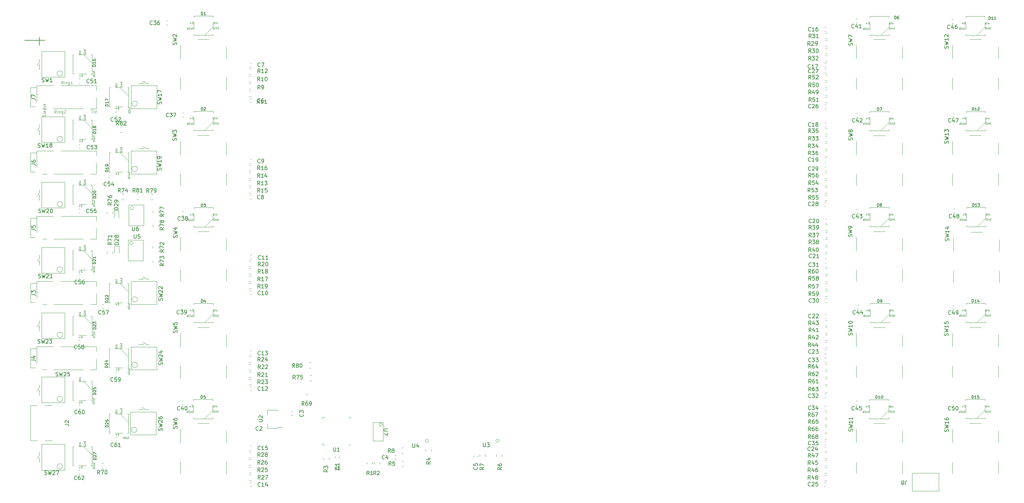
<source format=gbr>
%TF.GenerationSoftware,KiCad,Pcbnew,(6.0.9)*%
%TF.CreationDate,2023-03-16T14:55:21+00:00*%
%TF.ProjectId,Matrix_V2_Base,4d617472-6978-45f5-9632-5f426173652e,rev?*%
%TF.SameCoordinates,Original*%
%TF.FileFunction,Legend,Top*%
%TF.FilePolarity,Positive*%
%FSLAX46Y46*%
G04 Gerber Fmt 4.6, Leading zero omitted, Abs format (unit mm)*
G04 Created by KiCad (PCBNEW (6.0.9)) date 2023-03-16 14:55:21*
%MOMM*%
%LPD*%
G01*
G04 APERTURE LIST*
%ADD10C,0.150000*%
%ADD11C,0.125000*%
%ADD12C,0.100000*%
%ADD13C,0.120000*%
G04 APERTURE END LIST*
D10*
X2250000Y-8250000D02*
X2250000Y-6120000D01*
X3700000Y-6990000D02*
X-1530000Y-6990000D01*
%TO.C,D8*%
X220456428Y-50239285D02*
X220456428Y-49489285D01*
X220635000Y-49489285D01*
X220742142Y-49525000D01*
X220813571Y-49596428D01*
X220849285Y-49667857D01*
X220885000Y-49810714D01*
X220885000Y-49917857D01*
X220849285Y-50060714D01*
X220813571Y-50132142D01*
X220742142Y-50203571D01*
X220635000Y-50239285D01*
X220456428Y-50239285D01*
X221313571Y-49810714D02*
X221242142Y-49775000D01*
X221206428Y-49739285D01*
X221170714Y-49667857D01*
X221170714Y-49632142D01*
X221206428Y-49560714D01*
X221242142Y-49525000D01*
X221313571Y-49489285D01*
X221456428Y-49489285D01*
X221527857Y-49525000D01*
X221563571Y-49560714D01*
X221599285Y-49632142D01*
X221599285Y-49667857D01*
X221563571Y-49739285D01*
X221527857Y-49775000D01*
X221456428Y-49810714D01*
X221313571Y-49810714D01*
X221242142Y-49846428D01*
X221206428Y-49882142D01*
X221170714Y-49953571D01*
X221170714Y-50096428D01*
X221206428Y-50167857D01*
X221242142Y-50203571D01*
X221313571Y-50239285D01*
X221456428Y-50239285D01*
X221527857Y-50203571D01*
X221563571Y-50167857D01*
X221599285Y-50096428D01*
X221599285Y-49953571D01*
X221563571Y-49882142D01*
X221527857Y-49846428D01*
X221456428Y-49810714D01*
D11*
X217481428Y-52335714D02*
X217862380Y-52335714D01*
X217671904Y-52526190D02*
X217671904Y-52145238D01*
X218338571Y-52026190D02*
X218100476Y-52026190D01*
X218076666Y-52264285D01*
X218100476Y-52240476D01*
X218148095Y-52216666D01*
X218267142Y-52216666D01*
X218314761Y-52240476D01*
X218338571Y-52264285D01*
X218362380Y-52311904D01*
X218362380Y-52430952D01*
X218338571Y-52478571D01*
X218314761Y-52502380D01*
X218267142Y-52526190D01*
X218148095Y-52526190D01*
X218100476Y-52502380D01*
X218076666Y-52478571D01*
X216986190Y-53926190D02*
X216986190Y-53426190D01*
X216986190Y-53902380D02*
X216938571Y-53926190D01*
X216843333Y-53926190D01*
X216795714Y-53902380D01*
X216771904Y-53878571D01*
X216748095Y-53830952D01*
X216748095Y-53688095D01*
X216771904Y-53640476D01*
X216795714Y-53616666D01*
X216843333Y-53592857D01*
X216938571Y-53592857D01*
X216986190Y-53616666D01*
X217319523Y-53426190D02*
X217414761Y-53426190D01*
X217462380Y-53450000D01*
X217510000Y-53497619D01*
X217533809Y-53592857D01*
X217533809Y-53759523D01*
X217510000Y-53854761D01*
X217462380Y-53902380D01*
X217414761Y-53926190D01*
X217319523Y-53926190D01*
X217271904Y-53902380D01*
X217224285Y-53854761D01*
X217200476Y-53759523D01*
X217200476Y-53592857D01*
X217224285Y-53497619D01*
X217271904Y-53450000D01*
X217319523Y-53426190D01*
X217962380Y-53592857D02*
X217962380Y-53926190D01*
X217748095Y-53592857D02*
X217748095Y-53854761D01*
X217771904Y-53902380D01*
X217819523Y-53926190D01*
X217890952Y-53926190D01*
X217938571Y-53902380D01*
X217962380Y-53878571D01*
X218129047Y-53592857D02*
X218319523Y-53592857D01*
X218200476Y-53426190D02*
X218200476Y-53854761D01*
X218224285Y-53902380D01*
X218271904Y-53926190D01*
X218319523Y-53926190D01*
X223871904Y-52526190D02*
X223871904Y-52026190D01*
X223871904Y-52502380D02*
X223824285Y-52526190D01*
X223729047Y-52526190D01*
X223681428Y-52502380D01*
X223657619Y-52478571D01*
X223633809Y-52430952D01*
X223633809Y-52288095D01*
X223657619Y-52240476D01*
X223681428Y-52216666D01*
X223729047Y-52192857D01*
X223824285Y-52192857D01*
X223871904Y-52216666D01*
X224110000Y-52526190D02*
X224110000Y-52026190D01*
X224348095Y-52192857D02*
X224348095Y-52526190D01*
X224348095Y-52240476D02*
X224371904Y-52216666D01*
X224419523Y-52192857D01*
X224490952Y-52192857D01*
X224538571Y-52216666D01*
X224562380Y-52264285D01*
X224562380Y-52526190D01*
X223988571Y-53350000D02*
X223940952Y-53326190D01*
X223869523Y-53326190D01*
X223798095Y-53350000D01*
X223750476Y-53397619D01*
X223726666Y-53445238D01*
X223702857Y-53540476D01*
X223702857Y-53611904D01*
X223726666Y-53707142D01*
X223750476Y-53754761D01*
X223798095Y-53802380D01*
X223869523Y-53826190D01*
X223917142Y-53826190D01*
X223988571Y-53802380D01*
X224012380Y-53778571D01*
X224012380Y-53611904D01*
X223917142Y-53611904D01*
X224226666Y-53492857D02*
X224226666Y-53826190D01*
X224226666Y-53540476D02*
X224250476Y-53516666D01*
X224298095Y-53492857D01*
X224369523Y-53492857D01*
X224417142Y-53516666D01*
X224440952Y-53564285D01*
X224440952Y-53826190D01*
X224893333Y-53826190D02*
X224893333Y-53326190D01*
X224893333Y-53802380D02*
X224845714Y-53826190D01*
X224750476Y-53826190D01*
X224702857Y-53802380D01*
X224679047Y-53778571D01*
X224655238Y-53730952D01*
X224655238Y-53588095D01*
X224679047Y-53540476D01*
X224702857Y-53516666D01*
X224750476Y-53492857D01*
X224845714Y-53492857D01*
X224893333Y-53516666D01*
D10*
%TO.C,D20*%
X17039285Y-48060714D02*
X16289285Y-48060714D01*
X16289285Y-47882142D01*
X16325000Y-47775000D01*
X16396428Y-47703571D01*
X16467857Y-47667857D01*
X16610714Y-47632142D01*
X16717857Y-47632142D01*
X16860714Y-47667857D01*
X16932142Y-47703571D01*
X17003571Y-47775000D01*
X17039285Y-47882142D01*
X17039285Y-48060714D01*
X16360714Y-47346428D02*
X16325000Y-47310714D01*
X16289285Y-47239285D01*
X16289285Y-47060714D01*
X16325000Y-46989285D01*
X16360714Y-46953571D01*
X16432142Y-46917857D01*
X16503571Y-46917857D01*
X16610714Y-46953571D01*
X17039285Y-47382142D01*
X17039285Y-46917857D01*
X16289285Y-46453571D02*
X16289285Y-46382142D01*
X16325000Y-46310714D01*
X16360714Y-46275000D01*
X16432142Y-46239285D01*
X16575000Y-46203571D01*
X16753571Y-46203571D01*
X16896428Y-46239285D01*
X16967857Y-46275000D01*
X17003571Y-46310714D01*
X17039285Y-46382142D01*
X17039285Y-46453571D01*
X17003571Y-46525000D01*
X16967857Y-46560714D01*
X16896428Y-46596428D01*
X16753571Y-46632142D01*
X16575000Y-46632142D01*
X16432142Y-46596428D01*
X16360714Y-46560714D01*
X16325000Y-46525000D01*
X16289285Y-46453571D01*
D11*
X12521428Y-50145714D02*
X12902380Y-50145714D01*
X12711904Y-50336190D02*
X12711904Y-49955238D01*
X13378571Y-49836190D02*
X13140476Y-49836190D01*
X13116666Y-50074285D01*
X13140476Y-50050476D01*
X13188095Y-50026666D01*
X13307142Y-50026666D01*
X13354761Y-50050476D01*
X13378571Y-50074285D01*
X13402380Y-50121904D01*
X13402380Y-50240952D01*
X13378571Y-50288571D01*
X13354761Y-50312380D01*
X13307142Y-50336190D01*
X13188095Y-50336190D01*
X13140476Y-50312380D01*
X13116666Y-50288571D01*
X16666190Y-49983809D02*
X16166190Y-49983809D01*
X16642380Y-49983809D02*
X16666190Y-50031428D01*
X16666190Y-50126666D01*
X16642380Y-50174285D01*
X16618571Y-50198095D01*
X16570952Y-50221904D01*
X16428095Y-50221904D01*
X16380476Y-50198095D01*
X16356666Y-50174285D01*
X16332857Y-50126666D01*
X16332857Y-50031428D01*
X16356666Y-49983809D01*
X16166190Y-49650476D02*
X16166190Y-49555238D01*
X16190000Y-49507619D01*
X16237619Y-49460000D01*
X16332857Y-49436190D01*
X16499523Y-49436190D01*
X16594761Y-49460000D01*
X16642380Y-49507619D01*
X16666190Y-49555238D01*
X16666190Y-49650476D01*
X16642380Y-49698095D01*
X16594761Y-49745714D01*
X16499523Y-49769523D01*
X16332857Y-49769523D01*
X16237619Y-49745714D01*
X16190000Y-49698095D01*
X16166190Y-49650476D01*
X16332857Y-49007619D02*
X16666190Y-49007619D01*
X16332857Y-49221904D02*
X16594761Y-49221904D01*
X16642380Y-49198095D01*
X16666190Y-49150476D01*
X16666190Y-49079047D01*
X16642380Y-49031428D01*
X16618571Y-49007619D01*
X16332857Y-48840952D02*
X16332857Y-48650476D01*
X16166190Y-48769523D02*
X16594761Y-48769523D01*
X16642380Y-48745714D01*
X16666190Y-48698095D01*
X16666190Y-48650476D01*
X13850000Y-44201428D02*
X13826190Y-44249047D01*
X13826190Y-44320476D01*
X13850000Y-44391904D01*
X13897619Y-44439523D01*
X13945238Y-44463333D01*
X14040476Y-44487142D01*
X14111904Y-44487142D01*
X14207142Y-44463333D01*
X14254761Y-44439523D01*
X14302380Y-44391904D01*
X14326190Y-44320476D01*
X14326190Y-44272857D01*
X14302380Y-44201428D01*
X14278571Y-44177619D01*
X14111904Y-44177619D01*
X14111904Y-44272857D01*
X13992857Y-43963333D02*
X14326190Y-43963333D01*
X14040476Y-43963333D02*
X14016666Y-43939523D01*
X13992857Y-43891904D01*
X13992857Y-43820476D01*
X14016666Y-43772857D01*
X14064285Y-43749047D01*
X14326190Y-43749047D01*
X14326190Y-43296666D02*
X13826190Y-43296666D01*
X14302380Y-43296666D02*
X14326190Y-43344285D01*
X14326190Y-43439523D01*
X14302380Y-43487142D01*
X14278571Y-43510952D01*
X14230952Y-43534761D01*
X14088095Y-43534761D01*
X14040476Y-43510952D01*
X14016666Y-43487142D01*
X13992857Y-43439523D01*
X13992857Y-43344285D01*
X14016666Y-43296666D01*
X13026190Y-44318095D02*
X12526190Y-44318095D01*
X13002380Y-44318095D02*
X13026190Y-44365714D01*
X13026190Y-44460952D01*
X13002380Y-44508571D01*
X12978571Y-44532380D01*
X12930952Y-44556190D01*
X12788095Y-44556190D01*
X12740476Y-44532380D01*
X12716666Y-44508571D01*
X12692857Y-44460952D01*
X12692857Y-44365714D01*
X12716666Y-44318095D01*
X13026190Y-44080000D02*
X12526190Y-44080000D01*
X12692857Y-43841904D02*
X13026190Y-43841904D01*
X12740476Y-43841904D02*
X12716666Y-43818095D01*
X12692857Y-43770476D01*
X12692857Y-43699047D01*
X12716666Y-43651428D01*
X12764285Y-43627619D01*
X13026190Y-43627619D01*
D10*
%TO.C,R11*%
X59617142Y-23432380D02*
X59283809Y-22956190D01*
X59045714Y-23432380D02*
X59045714Y-22432380D01*
X59426666Y-22432380D01*
X59521904Y-22480000D01*
X59569523Y-22527619D01*
X59617142Y-22622857D01*
X59617142Y-22765714D01*
X59569523Y-22860952D01*
X59521904Y-22908571D01*
X59426666Y-22956190D01*
X59045714Y-22956190D01*
X60569523Y-23432380D02*
X59998095Y-23432380D01*
X60283809Y-23432380D02*
X60283809Y-22432380D01*
X60188571Y-22575238D01*
X60093333Y-22670476D01*
X59998095Y-22718095D01*
X61521904Y-23432380D02*
X60950476Y-23432380D01*
X61236190Y-23432380D02*
X61236190Y-22432380D01*
X61140952Y-22575238D01*
X61045714Y-22670476D01*
X60950476Y-22718095D01*
%TO.C,R77*%
X34692380Y-52252857D02*
X34216190Y-52586190D01*
X34692380Y-52824285D02*
X33692380Y-52824285D01*
X33692380Y-52443333D01*
X33740000Y-52348095D01*
X33787619Y-52300476D01*
X33882857Y-52252857D01*
X34025714Y-52252857D01*
X34120952Y-52300476D01*
X34168571Y-52348095D01*
X34216190Y-52443333D01*
X34216190Y-52824285D01*
X33692380Y-51919523D02*
X33692380Y-51252857D01*
X34692380Y-51681428D01*
X33692380Y-50967142D02*
X33692380Y-50300476D01*
X34692380Y-50729047D01*
%TO.C,C32*%
X203167142Y-99957142D02*
X203119523Y-100004761D01*
X202976666Y-100052380D01*
X202881428Y-100052380D01*
X202738571Y-100004761D01*
X202643333Y-99909523D01*
X202595714Y-99814285D01*
X202548095Y-99623809D01*
X202548095Y-99480952D01*
X202595714Y-99290476D01*
X202643333Y-99195238D01*
X202738571Y-99100000D01*
X202881428Y-99052380D01*
X202976666Y-99052380D01*
X203119523Y-99100000D01*
X203167142Y-99147619D01*
X203500476Y-99052380D02*
X204119523Y-99052380D01*
X203786190Y-99433333D01*
X203929047Y-99433333D01*
X204024285Y-99480952D01*
X204071904Y-99528571D01*
X204119523Y-99623809D01*
X204119523Y-99861904D01*
X204071904Y-99957142D01*
X204024285Y-100004761D01*
X203929047Y-100052380D01*
X203643333Y-100052380D01*
X203548095Y-100004761D01*
X203500476Y-99957142D01*
X204500476Y-99147619D02*
X204548095Y-99100000D01*
X204643333Y-99052380D01*
X204881428Y-99052380D01*
X204976666Y-99100000D01*
X205024285Y-99147619D01*
X205071904Y-99242857D01*
X205071904Y-99338095D01*
X205024285Y-99480952D01*
X204452857Y-100052380D01*
X205071904Y-100052380D01*
%TO.C,C50*%
X239589642Y-103187142D02*
X239542023Y-103234761D01*
X239399166Y-103282380D01*
X239303928Y-103282380D01*
X239161071Y-103234761D01*
X239065833Y-103139523D01*
X239018214Y-103044285D01*
X238970595Y-102853809D01*
X238970595Y-102710952D01*
X239018214Y-102520476D01*
X239065833Y-102425238D01*
X239161071Y-102330000D01*
X239303928Y-102282380D01*
X239399166Y-102282380D01*
X239542023Y-102330000D01*
X239589642Y-102377619D01*
X240494404Y-102282380D02*
X240018214Y-102282380D01*
X239970595Y-102758571D01*
X240018214Y-102710952D01*
X240113452Y-102663333D01*
X240351547Y-102663333D01*
X240446785Y-102710952D01*
X240494404Y-102758571D01*
X240542023Y-102853809D01*
X240542023Y-103091904D01*
X240494404Y-103187142D01*
X240446785Y-103234761D01*
X240351547Y-103282380D01*
X240113452Y-103282380D01*
X240018214Y-103234761D01*
X239970595Y-103187142D01*
X241161071Y-102282380D02*
X241256309Y-102282380D01*
X241351547Y-102330000D01*
X241399166Y-102377619D01*
X241446785Y-102472857D01*
X241494404Y-102663333D01*
X241494404Y-102901428D01*
X241446785Y-103091904D01*
X241399166Y-103187142D01*
X241351547Y-103234761D01*
X241256309Y-103282380D01*
X241161071Y-103282380D01*
X241065833Y-103234761D01*
X241018214Y-103187142D01*
X240970595Y-103091904D01*
X240922976Y-102901428D01*
X240922976Y-102663333D01*
X240970595Y-102472857D01*
X241018214Y-102377619D01*
X241065833Y-102330000D01*
X241161071Y-102282380D01*
%TO.C,D23*%
X17019285Y-82140714D02*
X16269285Y-82140714D01*
X16269285Y-81962142D01*
X16305000Y-81855000D01*
X16376428Y-81783571D01*
X16447857Y-81747857D01*
X16590714Y-81712142D01*
X16697857Y-81712142D01*
X16840714Y-81747857D01*
X16912142Y-81783571D01*
X16983571Y-81855000D01*
X17019285Y-81962142D01*
X17019285Y-82140714D01*
X16340714Y-81426428D02*
X16305000Y-81390714D01*
X16269285Y-81319285D01*
X16269285Y-81140714D01*
X16305000Y-81069285D01*
X16340714Y-81033571D01*
X16412142Y-80997857D01*
X16483571Y-80997857D01*
X16590714Y-81033571D01*
X17019285Y-81462142D01*
X17019285Y-80997857D01*
X16269285Y-80747857D02*
X16269285Y-80283571D01*
X16555000Y-80533571D01*
X16555000Y-80426428D01*
X16590714Y-80355000D01*
X16626428Y-80319285D01*
X16697857Y-80283571D01*
X16876428Y-80283571D01*
X16947857Y-80319285D01*
X16983571Y-80355000D01*
X17019285Y-80426428D01*
X17019285Y-80640714D01*
X16983571Y-80712142D01*
X16947857Y-80747857D01*
D11*
X13850000Y-78321428D02*
X13826190Y-78369047D01*
X13826190Y-78440476D01*
X13850000Y-78511904D01*
X13897619Y-78559523D01*
X13945238Y-78583333D01*
X14040476Y-78607142D01*
X14111904Y-78607142D01*
X14207142Y-78583333D01*
X14254761Y-78559523D01*
X14302380Y-78511904D01*
X14326190Y-78440476D01*
X14326190Y-78392857D01*
X14302380Y-78321428D01*
X14278571Y-78297619D01*
X14111904Y-78297619D01*
X14111904Y-78392857D01*
X13992857Y-78083333D02*
X14326190Y-78083333D01*
X14040476Y-78083333D02*
X14016666Y-78059523D01*
X13992857Y-78011904D01*
X13992857Y-77940476D01*
X14016666Y-77892857D01*
X14064285Y-77869047D01*
X14326190Y-77869047D01*
X14326190Y-77416666D02*
X13826190Y-77416666D01*
X14302380Y-77416666D02*
X14326190Y-77464285D01*
X14326190Y-77559523D01*
X14302380Y-77607142D01*
X14278571Y-77630952D01*
X14230952Y-77654761D01*
X14088095Y-77654761D01*
X14040476Y-77630952D01*
X14016666Y-77607142D01*
X13992857Y-77559523D01*
X13992857Y-77464285D01*
X14016666Y-77416666D01*
X12581428Y-84305714D02*
X12962380Y-84305714D01*
X12771904Y-84496190D02*
X12771904Y-84115238D01*
X13438571Y-83996190D02*
X13200476Y-83996190D01*
X13176666Y-84234285D01*
X13200476Y-84210476D01*
X13248095Y-84186666D01*
X13367142Y-84186666D01*
X13414761Y-84210476D01*
X13438571Y-84234285D01*
X13462380Y-84281904D01*
X13462380Y-84400952D01*
X13438571Y-84448571D01*
X13414761Y-84472380D01*
X13367142Y-84496190D01*
X13248095Y-84496190D01*
X13200476Y-84472380D01*
X13176666Y-84448571D01*
X16706190Y-84173809D02*
X16206190Y-84173809D01*
X16682380Y-84173809D02*
X16706190Y-84221428D01*
X16706190Y-84316666D01*
X16682380Y-84364285D01*
X16658571Y-84388095D01*
X16610952Y-84411904D01*
X16468095Y-84411904D01*
X16420476Y-84388095D01*
X16396666Y-84364285D01*
X16372857Y-84316666D01*
X16372857Y-84221428D01*
X16396666Y-84173809D01*
X16206190Y-83840476D02*
X16206190Y-83745238D01*
X16230000Y-83697619D01*
X16277619Y-83650000D01*
X16372857Y-83626190D01*
X16539523Y-83626190D01*
X16634761Y-83650000D01*
X16682380Y-83697619D01*
X16706190Y-83745238D01*
X16706190Y-83840476D01*
X16682380Y-83888095D01*
X16634761Y-83935714D01*
X16539523Y-83959523D01*
X16372857Y-83959523D01*
X16277619Y-83935714D01*
X16230000Y-83888095D01*
X16206190Y-83840476D01*
X16372857Y-83197619D02*
X16706190Y-83197619D01*
X16372857Y-83411904D02*
X16634761Y-83411904D01*
X16682380Y-83388095D01*
X16706190Y-83340476D01*
X16706190Y-83269047D01*
X16682380Y-83221428D01*
X16658571Y-83197619D01*
X16372857Y-83030952D02*
X16372857Y-82840476D01*
X16206190Y-82959523D02*
X16634761Y-82959523D01*
X16682380Y-82935714D01*
X16706190Y-82888095D01*
X16706190Y-82840476D01*
X13026190Y-78438095D02*
X12526190Y-78438095D01*
X13002380Y-78438095D02*
X13026190Y-78485714D01*
X13026190Y-78580952D01*
X13002380Y-78628571D01*
X12978571Y-78652380D01*
X12930952Y-78676190D01*
X12788095Y-78676190D01*
X12740476Y-78652380D01*
X12716666Y-78628571D01*
X12692857Y-78580952D01*
X12692857Y-78485714D01*
X12716666Y-78438095D01*
X13026190Y-78200000D02*
X12526190Y-78200000D01*
X12692857Y-77961904D02*
X13026190Y-77961904D01*
X12740476Y-77961904D02*
X12716666Y-77938095D01*
X12692857Y-77890476D01*
X12692857Y-77819047D01*
X12716666Y-77771428D01*
X12764285Y-77747619D01*
X13026190Y-77747619D01*
D10*
%TO.C,C56*%
X12147142Y-70317142D02*
X12099523Y-70364761D01*
X11956666Y-70412380D01*
X11861428Y-70412380D01*
X11718571Y-70364761D01*
X11623333Y-70269523D01*
X11575714Y-70174285D01*
X11528095Y-69983809D01*
X11528095Y-69840952D01*
X11575714Y-69650476D01*
X11623333Y-69555238D01*
X11718571Y-69460000D01*
X11861428Y-69412380D01*
X11956666Y-69412380D01*
X12099523Y-69460000D01*
X12147142Y-69507619D01*
X13051904Y-69412380D02*
X12575714Y-69412380D01*
X12528095Y-69888571D01*
X12575714Y-69840952D01*
X12670952Y-69793333D01*
X12909047Y-69793333D01*
X13004285Y-69840952D01*
X13051904Y-69888571D01*
X13099523Y-69983809D01*
X13099523Y-70221904D01*
X13051904Y-70317142D01*
X13004285Y-70364761D01*
X12909047Y-70412380D01*
X12670952Y-70412380D01*
X12575714Y-70364761D01*
X12528095Y-70317142D01*
X13956666Y-69412380D02*
X13766190Y-69412380D01*
X13670952Y-69460000D01*
X13623333Y-69507619D01*
X13528095Y-69650476D01*
X13480476Y-69840952D01*
X13480476Y-70221904D01*
X13528095Y-70317142D01*
X13575714Y-70364761D01*
X13670952Y-70412380D01*
X13861428Y-70412380D01*
X13956666Y-70364761D01*
X14004285Y-70317142D01*
X14051904Y-70221904D01*
X14051904Y-69983809D01*
X14004285Y-69888571D01*
X13956666Y-69840952D01*
X13861428Y-69793333D01*
X13670952Y-69793333D01*
X13575714Y-69840952D01*
X13528095Y-69888571D01*
X13480476Y-69983809D01*
%TO.C,R8*%
X93718333Y-114327380D02*
X93385000Y-113851190D01*
X93146904Y-114327380D02*
X93146904Y-113327380D01*
X93527857Y-113327380D01*
X93623095Y-113375000D01*
X93670714Y-113422619D01*
X93718333Y-113517857D01*
X93718333Y-113660714D01*
X93670714Y-113755952D01*
X93623095Y-113803571D01*
X93527857Y-113851190D01*
X93146904Y-113851190D01*
X94289761Y-113755952D02*
X94194523Y-113708333D01*
X94146904Y-113660714D01*
X94099285Y-113565476D01*
X94099285Y-113517857D01*
X94146904Y-113422619D01*
X94194523Y-113375000D01*
X94289761Y-113327380D01*
X94480238Y-113327380D01*
X94575476Y-113375000D01*
X94623095Y-113422619D01*
X94670714Y-113517857D01*
X94670714Y-113565476D01*
X94623095Y-113660714D01*
X94575476Y-113708333D01*
X94480238Y-113755952D01*
X94289761Y-113755952D01*
X94194523Y-113803571D01*
X94146904Y-113851190D01*
X94099285Y-113946428D01*
X94099285Y-114136904D01*
X94146904Y-114232142D01*
X94194523Y-114279761D01*
X94289761Y-114327380D01*
X94480238Y-114327380D01*
X94575476Y-114279761D01*
X94623095Y-114232142D01*
X94670714Y-114136904D01*
X94670714Y-113946428D01*
X94623095Y-113851190D01*
X94575476Y-113803571D01*
X94480238Y-113755952D01*
%TO.C,R32*%
X203167142Y-12162380D02*
X202833809Y-11686190D01*
X202595714Y-12162380D02*
X202595714Y-11162380D01*
X202976666Y-11162380D01*
X203071904Y-11210000D01*
X203119523Y-11257619D01*
X203167142Y-11352857D01*
X203167142Y-11495714D01*
X203119523Y-11590952D01*
X203071904Y-11638571D01*
X202976666Y-11686190D01*
X202595714Y-11686190D01*
X203500476Y-11162380D02*
X204119523Y-11162380D01*
X203786190Y-11543333D01*
X203929047Y-11543333D01*
X204024285Y-11590952D01*
X204071904Y-11638571D01*
X204119523Y-11733809D01*
X204119523Y-11971904D01*
X204071904Y-12067142D01*
X204024285Y-12114761D01*
X203929047Y-12162380D01*
X203643333Y-12162380D01*
X203548095Y-12114761D01*
X203500476Y-12067142D01*
X204500476Y-11257619D02*
X204548095Y-11210000D01*
X204643333Y-11162380D01*
X204881428Y-11162380D01*
X204976666Y-11210000D01*
X205024285Y-11257619D01*
X205071904Y-11352857D01*
X205071904Y-11448095D01*
X205024285Y-11590952D01*
X204452857Y-12162380D01*
X205071904Y-12162380D01*
%TO.C,C8*%
X59703333Y-48207142D02*
X59655714Y-48254761D01*
X59512857Y-48302380D01*
X59417619Y-48302380D01*
X59274761Y-48254761D01*
X59179523Y-48159523D01*
X59131904Y-48064285D01*
X59084285Y-47873809D01*
X59084285Y-47730952D01*
X59131904Y-47540476D01*
X59179523Y-47445238D01*
X59274761Y-47350000D01*
X59417619Y-47302380D01*
X59512857Y-47302380D01*
X59655714Y-47350000D01*
X59703333Y-47397619D01*
X60274761Y-47730952D02*
X60179523Y-47683333D01*
X60131904Y-47635714D01*
X60084285Y-47540476D01*
X60084285Y-47492857D01*
X60131904Y-47397619D01*
X60179523Y-47350000D01*
X60274761Y-47302380D01*
X60465238Y-47302380D01*
X60560476Y-47350000D01*
X60608095Y-47397619D01*
X60655714Y-47492857D01*
X60655714Y-47540476D01*
X60608095Y-47635714D01*
X60560476Y-47683333D01*
X60465238Y-47730952D01*
X60274761Y-47730952D01*
X60179523Y-47778571D01*
X60131904Y-47826190D01*
X60084285Y-47921428D01*
X60084285Y-48111904D01*
X60131904Y-48207142D01*
X60179523Y-48254761D01*
X60274761Y-48302380D01*
X60465238Y-48302380D01*
X60560476Y-48254761D01*
X60608095Y-48207142D01*
X60655714Y-48111904D01*
X60655714Y-47921428D01*
X60608095Y-47826190D01*
X60560476Y-47778571D01*
X60465238Y-47730952D01*
%TO.C,R79*%
X30817142Y-46572380D02*
X30483809Y-46096190D01*
X30245714Y-46572380D02*
X30245714Y-45572380D01*
X30626666Y-45572380D01*
X30721904Y-45620000D01*
X30769523Y-45667619D01*
X30817142Y-45762857D01*
X30817142Y-45905714D01*
X30769523Y-46000952D01*
X30721904Y-46048571D01*
X30626666Y-46096190D01*
X30245714Y-46096190D01*
X31150476Y-45572380D02*
X31817142Y-45572380D01*
X31388571Y-46572380D01*
X32245714Y-46572380D02*
X32436190Y-46572380D01*
X32531428Y-46524761D01*
X32579047Y-46477142D01*
X32674285Y-46334285D01*
X32721904Y-46143809D01*
X32721904Y-45762857D01*
X32674285Y-45667619D01*
X32626666Y-45620000D01*
X32531428Y-45572380D01*
X32340952Y-45572380D01*
X32245714Y-45620000D01*
X32198095Y-45667619D01*
X32150476Y-45762857D01*
X32150476Y-46000952D01*
X32198095Y-46096190D01*
X32245714Y-46143809D01*
X32340952Y-46191428D01*
X32531428Y-46191428D01*
X32626666Y-46143809D01*
X32674285Y-46096190D01*
X32721904Y-46000952D01*
%TO.C,C16*%
X203127142Y-4497142D02*
X203079523Y-4544761D01*
X202936666Y-4592380D01*
X202841428Y-4592380D01*
X202698571Y-4544761D01*
X202603333Y-4449523D01*
X202555714Y-4354285D01*
X202508095Y-4163809D01*
X202508095Y-4020952D01*
X202555714Y-3830476D01*
X202603333Y-3735238D01*
X202698571Y-3640000D01*
X202841428Y-3592380D01*
X202936666Y-3592380D01*
X203079523Y-3640000D01*
X203127142Y-3687619D01*
X204079523Y-4592380D02*
X203508095Y-4592380D01*
X203793809Y-4592380D02*
X203793809Y-3592380D01*
X203698571Y-3735238D01*
X203603333Y-3830476D01*
X203508095Y-3878095D01*
X204936666Y-3592380D02*
X204746190Y-3592380D01*
X204650952Y-3640000D01*
X204603333Y-3687619D01*
X204508095Y-3830476D01*
X204460476Y-4020952D01*
X204460476Y-4401904D01*
X204508095Y-4497142D01*
X204555714Y-4544761D01*
X204650952Y-4592380D01*
X204841428Y-4592380D01*
X204936666Y-4544761D01*
X204984285Y-4497142D01*
X205031904Y-4401904D01*
X205031904Y-4163809D01*
X204984285Y-4068571D01*
X204936666Y-4020952D01*
X204841428Y-3973333D01*
X204650952Y-3973333D01*
X204555714Y-4020952D01*
X204508095Y-4068571D01*
X204460476Y-4163809D01*
%TO.C,C25*%
X203067142Y-122947142D02*
X203019523Y-122994761D01*
X202876666Y-123042380D01*
X202781428Y-123042380D01*
X202638571Y-122994761D01*
X202543333Y-122899523D01*
X202495714Y-122804285D01*
X202448095Y-122613809D01*
X202448095Y-122470952D01*
X202495714Y-122280476D01*
X202543333Y-122185238D01*
X202638571Y-122090000D01*
X202781428Y-122042380D01*
X202876666Y-122042380D01*
X203019523Y-122090000D01*
X203067142Y-122137619D01*
X203448095Y-122137619D02*
X203495714Y-122090000D01*
X203590952Y-122042380D01*
X203829047Y-122042380D01*
X203924285Y-122090000D01*
X203971904Y-122137619D01*
X204019523Y-122232857D01*
X204019523Y-122328095D01*
X203971904Y-122470952D01*
X203400476Y-123042380D01*
X204019523Y-123042380D01*
X204924285Y-122042380D02*
X204448095Y-122042380D01*
X204400476Y-122518571D01*
X204448095Y-122470952D01*
X204543333Y-122423333D01*
X204781428Y-122423333D01*
X204876666Y-122470952D01*
X204924285Y-122518571D01*
X204971904Y-122613809D01*
X204971904Y-122851904D01*
X204924285Y-122947142D01*
X204876666Y-122994761D01*
X204781428Y-123042380D01*
X204543333Y-123042380D01*
X204448095Y-122994761D01*
X204400476Y-122947142D01*
%TO.C,R33*%
X203174642Y-33012380D02*
X202841309Y-32536190D01*
X202603214Y-33012380D02*
X202603214Y-32012380D01*
X202984166Y-32012380D01*
X203079404Y-32060000D01*
X203127023Y-32107619D01*
X203174642Y-32202857D01*
X203174642Y-32345714D01*
X203127023Y-32440952D01*
X203079404Y-32488571D01*
X202984166Y-32536190D01*
X202603214Y-32536190D01*
X203507976Y-32012380D02*
X204127023Y-32012380D01*
X203793690Y-32393333D01*
X203936547Y-32393333D01*
X204031785Y-32440952D01*
X204079404Y-32488571D01*
X204127023Y-32583809D01*
X204127023Y-32821904D01*
X204079404Y-32917142D01*
X204031785Y-32964761D01*
X203936547Y-33012380D01*
X203650833Y-33012380D01*
X203555595Y-32964761D01*
X203507976Y-32917142D01*
X204460357Y-32012380D02*
X205079404Y-32012380D01*
X204746071Y-32393333D01*
X204888928Y-32393333D01*
X204984166Y-32440952D01*
X205031785Y-32488571D01*
X205079404Y-32583809D01*
X205079404Y-32821904D01*
X205031785Y-32917142D01*
X204984166Y-32964761D01*
X204888928Y-33012380D01*
X204603214Y-33012380D01*
X204507976Y-32964761D01*
X204460357Y-32917142D01*
%TO.C,D18*%
X16999285Y-31190714D02*
X16249285Y-31190714D01*
X16249285Y-31012142D01*
X16285000Y-30905000D01*
X16356428Y-30833571D01*
X16427857Y-30797857D01*
X16570714Y-30762142D01*
X16677857Y-30762142D01*
X16820714Y-30797857D01*
X16892142Y-30833571D01*
X16963571Y-30905000D01*
X16999285Y-31012142D01*
X16999285Y-31190714D01*
X16999285Y-30047857D02*
X16999285Y-30476428D01*
X16999285Y-30262142D02*
X16249285Y-30262142D01*
X16356428Y-30333571D01*
X16427857Y-30405000D01*
X16463571Y-30476428D01*
X16570714Y-29619285D02*
X16535000Y-29690714D01*
X16499285Y-29726428D01*
X16427857Y-29762142D01*
X16392142Y-29762142D01*
X16320714Y-29726428D01*
X16285000Y-29690714D01*
X16249285Y-29619285D01*
X16249285Y-29476428D01*
X16285000Y-29405000D01*
X16320714Y-29369285D01*
X16392142Y-29333571D01*
X16427857Y-29333571D01*
X16499285Y-29369285D01*
X16535000Y-29405000D01*
X16570714Y-29476428D01*
X16570714Y-29619285D01*
X16606428Y-29690714D01*
X16642142Y-29726428D01*
X16713571Y-29762142D01*
X16856428Y-29762142D01*
X16927857Y-29726428D01*
X16963571Y-29690714D01*
X16999285Y-29619285D01*
X16999285Y-29476428D01*
X16963571Y-29405000D01*
X16927857Y-29369285D01*
X16856428Y-29333571D01*
X16713571Y-29333571D01*
X16642142Y-29369285D01*
X16606428Y-29405000D01*
X16570714Y-29476428D01*
D11*
X13026190Y-27378095D02*
X12526190Y-27378095D01*
X13002380Y-27378095D02*
X13026190Y-27425714D01*
X13026190Y-27520952D01*
X13002380Y-27568571D01*
X12978571Y-27592380D01*
X12930952Y-27616190D01*
X12788095Y-27616190D01*
X12740476Y-27592380D01*
X12716666Y-27568571D01*
X12692857Y-27520952D01*
X12692857Y-27425714D01*
X12716666Y-27378095D01*
X13026190Y-27140000D02*
X12526190Y-27140000D01*
X12692857Y-26901904D02*
X13026190Y-26901904D01*
X12740476Y-26901904D02*
X12716666Y-26878095D01*
X12692857Y-26830476D01*
X12692857Y-26759047D01*
X12716666Y-26711428D01*
X12764285Y-26687619D01*
X13026190Y-26687619D01*
X13850000Y-27261428D02*
X13826190Y-27309047D01*
X13826190Y-27380476D01*
X13850000Y-27451904D01*
X13897619Y-27499523D01*
X13945238Y-27523333D01*
X14040476Y-27547142D01*
X14111904Y-27547142D01*
X14207142Y-27523333D01*
X14254761Y-27499523D01*
X14302380Y-27451904D01*
X14326190Y-27380476D01*
X14326190Y-27332857D01*
X14302380Y-27261428D01*
X14278571Y-27237619D01*
X14111904Y-27237619D01*
X14111904Y-27332857D01*
X13992857Y-27023333D02*
X14326190Y-27023333D01*
X14040476Y-27023333D02*
X14016666Y-26999523D01*
X13992857Y-26951904D01*
X13992857Y-26880476D01*
X14016666Y-26832857D01*
X14064285Y-26809047D01*
X14326190Y-26809047D01*
X14326190Y-26356666D02*
X13826190Y-26356666D01*
X14302380Y-26356666D02*
X14326190Y-26404285D01*
X14326190Y-26499523D01*
X14302380Y-26547142D01*
X14278571Y-26570952D01*
X14230952Y-26594761D01*
X14088095Y-26594761D01*
X14040476Y-26570952D01*
X14016666Y-26547142D01*
X13992857Y-26499523D01*
X13992857Y-26404285D01*
X14016666Y-26356666D01*
X12661428Y-33195714D02*
X13042380Y-33195714D01*
X12851904Y-33386190D02*
X12851904Y-33005238D01*
X13518571Y-32886190D02*
X13280476Y-32886190D01*
X13256666Y-33124285D01*
X13280476Y-33100476D01*
X13328095Y-33076666D01*
X13447142Y-33076666D01*
X13494761Y-33100476D01*
X13518571Y-33124285D01*
X13542380Y-33171904D01*
X13542380Y-33290952D01*
X13518571Y-33338571D01*
X13494761Y-33362380D01*
X13447142Y-33386190D01*
X13328095Y-33386190D01*
X13280476Y-33362380D01*
X13256666Y-33338571D01*
X16656190Y-33123809D02*
X16156190Y-33123809D01*
X16632380Y-33123809D02*
X16656190Y-33171428D01*
X16656190Y-33266666D01*
X16632380Y-33314285D01*
X16608571Y-33338095D01*
X16560952Y-33361904D01*
X16418095Y-33361904D01*
X16370476Y-33338095D01*
X16346666Y-33314285D01*
X16322857Y-33266666D01*
X16322857Y-33171428D01*
X16346666Y-33123809D01*
X16156190Y-32790476D02*
X16156190Y-32695238D01*
X16180000Y-32647619D01*
X16227619Y-32600000D01*
X16322857Y-32576190D01*
X16489523Y-32576190D01*
X16584761Y-32600000D01*
X16632380Y-32647619D01*
X16656190Y-32695238D01*
X16656190Y-32790476D01*
X16632380Y-32838095D01*
X16584761Y-32885714D01*
X16489523Y-32909523D01*
X16322857Y-32909523D01*
X16227619Y-32885714D01*
X16180000Y-32838095D01*
X16156190Y-32790476D01*
X16322857Y-32147619D02*
X16656190Y-32147619D01*
X16322857Y-32361904D02*
X16584761Y-32361904D01*
X16632380Y-32338095D01*
X16656190Y-32290476D01*
X16656190Y-32219047D01*
X16632380Y-32171428D01*
X16608571Y-32147619D01*
X16322857Y-31980952D02*
X16322857Y-31790476D01*
X16156190Y-31909523D02*
X16584761Y-31909523D01*
X16632380Y-31885714D01*
X16656190Y-31838095D01*
X16656190Y-31790476D01*
D10*
%TO.C,C1*%
X80267142Y-118096666D02*
X80314761Y-118144285D01*
X80362380Y-118287142D01*
X80362380Y-118382380D01*
X80314761Y-118525238D01*
X80219523Y-118620476D01*
X80124285Y-118668095D01*
X79933809Y-118715714D01*
X79790952Y-118715714D01*
X79600476Y-118668095D01*
X79505238Y-118620476D01*
X79410000Y-118525238D01*
X79362380Y-118382380D01*
X79362380Y-118287142D01*
X79410000Y-118144285D01*
X79457619Y-118096666D01*
X80362380Y-117144285D02*
X80362380Y-117715714D01*
X80362380Y-117430000D02*
X79362380Y-117430000D01*
X79505238Y-117525238D01*
X79600476Y-117620476D01*
X79648095Y-117715714D01*
%TO.C,C22*%
X203207142Y-79157142D02*
X203159523Y-79204761D01*
X203016666Y-79252380D01*
X202921428Y-79252380D01*
X202778571Y-79204761D01*
X202683333Y-79109523D01*
X202635714Y-79014285D01*
X202588095Y-78823809D01*
X202588095Y-78680952D01*
X202635714Y-78490476D01*
X202683333Y-78395238D01*
X202778571Y-78300000D01*
X202921428Y-78252380D01*
X203016666Y-78252380D01*
X203159523Y-78300000D01*
X203207142Y-78347619D01*
X203588095Y-78347619D02*
X203635714Y-78300000D01*
X203730952Y-78252380D01*
X203969047Y-78252380D01*
X204064285Y-78300000D01*
X204111904Y-78347619D01*
X204159523Y-78442857D01*
X204159523Y-78538095D01*
X204111904Y-78680952D01*
X203540476Y-79252380D01*
X204159523Y-79252380D01*
X204540476Y-78347619D02*
X204588095Y-78300000D01*
X204683333Y-78252380D01*
X204921428Y-78252380D01*
X205016666Y-78300000D01*
X205064285Y-78347619D01*
X205111904Y-78442857D01*
X205111904Y-78538095D01*
X205064285Y-78680952D01*
X204492857Y-79252380D01*
X205111904Y-79252380D01*
%TO.C,SW17*%
X34074761Y-23569523D02*
X34122380Y-23426666D01*
X34122380Y-23188571D01*
X34074761Y-23093333D01*
X34027142Y-23045714D01*
X33931904Y-22998095D01*
X33836666Y-22998095D01*
X33741428Y-23045714D01*
X33693809Y-23093333D01*
X33646190Y-23188571D01*
X33598571Y-23379047D01*
X33550952Y-23474285D01*
X33503333Y-23521904D01*
X33408095Y-23569523D01*
X33312857Y-23569523D01*
X33217619Y-23521904D01*
X33170000Y-23474285D01*
X33122380Y-23379047D01*
X33122380Y-23140952D01*
X33170000Y-22998095D01*
X33122380Y-22664761D02*
X34122380Y-22426666D01*
X33408095Y-22236190D01*
X34122380Y-22045714D01*
X33122380Y-21807619D01*
X34122380Y-20902857D02*
X34122380Y-21474285D01*
X34122380Y-21188571D02*
X33122380Y-21188571D01*
X33265238Y-21283809D01*
X33360476Y-21379047D01*
X33408095Y-21474285D01*
X33122380Y-20569523D02*
X33122380Y-19902857D01*
X34122380Y-20331428D01*
%TO.C,D24*%
X20129285Y-92180714D02*
X19379285Y-92180714D01*
X19379285Y-92002142D01*
X19415000Y-91895000D01*
X19486428Y-91823571D01*
X19557857Y-91787857D01*
X19700714Y-91752142D01*
X19807857Y-91752142D01*
X19950714Y-91787857D01*
X20022142Y-91823571D01*
X20093571Y-91895000D01*
X20129285Y-92002142D01*
X20129285Y-92180714D01*
X19450714Y-91466428D02*
X19415000Y-91430714D01*
X19379285Y-91359285D01*
X19379285Y-91180714D01*
X19415000Y-91109285D01*
X19450714Y-91073571D01*
X19522142Y-91037857D01*
X19593571Y-91037857D01*
X19700714Y-91073571D01*
X20129285Y-91502142D01*
X20129285Y-91037857D01*
X19629285Y-90395000D02*
X20129285Y-90395000D01*
X19343571Y-90573571D02*
X19879285Y-90752142D01*
X19879285Y-90287857D01*
D11*
X22526190Y-86908095D02*
X22026190Y-86908095D01*
X22502380Y-86908095D02*
X22526190Y-86955714D01*
X22526190Y-87050952D01*
X22502380Y-87098571D01*
X22478571Y-87122380D01*
X22430952Y-87146190D01*
X22288095Y-87146190D01*
X22240476Y-87122380D01*
X22216666Y-87098571D01*
X22192857Y-87050952D01*
X22192857Y-86955714D01*
X22216666Y-86908095D01*
X22526190Y-86670000D02*
X22026190Y-86670000D01*
X22192857Y-86431904D02*
X22526190Y-86431904D01*
X22240476Y-86431904D02*
X22216666Y-86408095D01*
X22192857Y-86360476D01*
X22192857Y-86289047D01*
X22216666Y-86241428D01*
X22264285Y-86217619D01*
X22526190Y-86217619D01*
X25796190Y-93753809D02*
X25296190Y-93753809D01*
X25772380Y-93753809D02*
X25796190Y-93801428D01*
X25796190Y-93896666D01*
X25772380Y-93944285D01*
X25748571Y-93968095D01*
X25700952Y-93991904D01*
X25558095Y-93991904D01*
X25510476Y-93968095D01*
X25486666Y-93944285D01*
X25462857Y-93896666D01*
X25462857Y-93801428D01*
X25486666Y-93753809D01*
X25296190Y-93420476D02*
X25296190Y-93325238D01*
X25320000Y-93277619D01*
X25367619Y-93230000D01*
X25462857Y-93206190D01*
X25629523Y-93206190D01*
X25724761Y-93230000D01*
X25772380Y-93277619D01*
X25796190Y-93325238D01*
X25796190Y-93420476D01*
X25772380Y-93468095D01*
X25724761Y-93515714D01*
X25629523Y-93539523D01*
X25462857Y-93539523D01*
X25367619Y-93515714D01*
X25320000Y-93468095D01*
X25296190Y-93420476D01*
X25462857Y-92777619D02*
X25796190Y-92777619D01*
X25462857Y-92991904D02*
X25724761Y-92991904D01*
X25772380Y-92968095D01*
X25796190Y-92920476D01*
X25796190Y-92849047D01*
X25772380Y-92801428D01*
X25748571Y-92777619D01*
X25462857Y-92610952D02*
X25462857Y-92420476D01*
X25296190Y-92539523D02*
X25724761Y-92539523D01*
X25772380Y-92515714D01*
X25796190Y-92468095D01*
X25796190Y-92420476D01*
X23350000Y-86791428D02*
X23326190Y-86839047D01*
X23326190Y-86910476D01*
X23350000Y-86981904D01*
X23397619Y-87029523D01*
X23445238Y-87053333D01*
X23540476Y-87077142D01*
X23611904Y-87077142D01*
X23707142Y-87053333D01*
X23754761Y-87029523D01*
X23802380Y-86981904D01*
X23826190Y-86910476D01*
X23826190Y-86862857D01*
X23802380Y-86791428D01*
X23778571Y-86767619D01*
X23611904Y-86767619D01*
X23611904Y-86862857D01*
X23492857Y-86553333D02*
X23826190Y-86553333D01*
X23540476Y-86553333D02*
X23516666Y-86529523D01*
X23492857Y-86481904D01*
X23492857Y-86410476D01*
X23516666Y-86362857D01*
X23564285Y-86339047D01*
X23826190Y-86339047D01*
X23826190Y-85886666D02*
X23326190Y-85886666D01*
X23802380Y-85886666D02*
X23826190Y-85934285D01*
X23826190Y-86029523D01*
X23802380Y-86077142D01*
X23778571Y-86100952D01*
X23730952Y-86124761D01*
X23588095Y-86124761D01*
X23540476Y-86100952D01*
X23516666Y-86077142D01*
X23492857Y-86029523D01*
X23492857Y-85934285D01*
X23516666Y-85886666D01*
X22191428Y-92765714D02*
X22572380Y-92765714D01*
X22381904Y-92956190D02*
X22381904Y-92575238D01*
X23048571Y-92456190D02*
X22810476Y-92456190D01*
X22786666Y-92694285D01*
X22810476Y-92670476D01*
X22858095Y-92646666D01*
X22977142Y-92646666D01*
X23024761Y-92670476D01*
X23048571Y-92694285D01*
X23072380Y-92741904D01*
X23072380Y-92860952D01*
X23048571Y-92908571D01*
X23024761Y-92932380D01*
X22977142Y-92956190D01*
X22858095Y-92956190D01*
X22810476Y-92932380D01*
X22786666Y-92908571D01*
D10*
%TO.C,R62*%
X203177142Y-94342380D02*
X202843809Y-93866190D01*
X202605714Y-94342380D02*
X202605714Y-93342380D01*
X202986666Y-93342380D01*
X203081904Y-93390000D01*
X203129523Y-93437619D01*
X203177142Y-93532857D01*
X203177142Y-93675714D01*
X203129523Y-93770952D01*
X203081904Y-93818571D01*
X202986666Y-93866190D01*
X202605714Y-93866190D01*
X204034285Y-93342380D02*
X203843809Y-93342380D01*
X203748571Y-93390000D01*
X203700952Y-93437619D01*
X203605714Y-93580476D01*
X203558095Y-93770952D01*
X203558095Y-94151904D01*
X203605714Y-94247142D01*
X203653333Y-94294761D01*
X203748571Y-94342380D01*
X203939047Y-94342380D01*
X204034285Y-94294761D01*
X204081904Y-94247142D01*
X204129523Y-94151904D01*
X204129523Y-93913809D01*
X204081904Y-93818571D01*
X204034285Y-93770952D01*
X203939047Y-93723333D01*
X203748571Y-93723333D01*
X203653333Y-93770952D01*
X203605714Y-93818571D01*
X203558095Y-93913809D01*
X204510476Y-93437619D02*
X204558095Y-93390000D01*
X204653333Y-93342380D01*
X204891428Y-93342380D01*
X204986666Y-93390000D01*
X205034285Y-93437619D01*
X205081904Y-93532857D01*
X205081904Y-93628095D01*
X205034285Y-93770952D01*
X204462857Y-94342380D01*
X205081904Y-94342380D01*
%TO.C,SW3*%
X37964761Y-33063333D02*
X38012380Y-32920476D01*
X38012380Y-32682380D01*
X37964761Y-32587142D01*
X37917142Y-32539523D01*
X37821904Y-32491904D01*
X37726666Y-32491904D01*
X37631428Y-32539523D01*
X37583809Y-32587142D01*
X37536190Y-32682380D01*
X37488571Y-32872857D01*
X37440952Y-32968095D01*
X37393333Y-33015714D01*
X37298095Y-33063333D01*
X37202857Y-33063333D01*
X37107619Y-33015714D01*
X37060000Y-32968095D01*
X37012380Y-32872857D01*
X37012380Y-32634761D01*
X37060000Y-32491904D01*
X37012380Y-32158571D02*
X38012380Y-31920476D01*
X37298095Y-31730000D01*
X38012380Y-31539523D01*
X37012380Y-31301428D01*
X37012380Y-31015714D02*
X37012380Y-30396666D01*
X37393333Y-30730000D01*
X37393333Y-30587142D01*
X37440952Y-30491904D01*
X37488571Y-30444285D01*
X37583809Y-30396666D01*
X37821904Y-30396666D01*
X37917142Y-30444285D01*
X37964761Y-30491904D01*
X38012380Y-30587142D01*
X38012380Y-30872857D01*
X37964761Y-30968095D01*
X37917142Y-31015714D01*
%TO.C,C36*%
X31707142Y-2847142D02*
X31659523Y-2894761D01*
X31516666Y-2942380D01*
X31421428Y-2942380D01*
X31278571Y-2894761D01*
X31183333Y-2799523D01*
X31135714Y-2704285D01*
X31088095Y-2513809D01*
X31088095Y-2370952D01*
X31135714Y-2180476D01*
X31183333Y-2085238D01*
X31278571Y-1990000D01*
X31421428Y-1942380D01*
X31516666Y-1942380D01*
X31659523Y-1990000D01*
X31707142Y-2037619D01*
X32040476Y-1942380D02*
X32659523Y-1942380D01*
X32326190Y-2323333D01*
X32469047Y-2323333D01*
X32564285Y-2370952D01*
X32611904Y-2418571D01*
X32659523Y-2513809D01*
X32659523Y-2751904D01*
X32611904Y-2847142D01*
X32564285Y-2894761D01*
X32469047Y-2942380D01*
X32183333Y-2942380D01*
X32088095Y-2894761D01*
X32040476Y-2847142D01*
X33516666Y-1942380D02*
X33326190Y-1942380D01*
X33230952Y-1990000D01*
X33183333Y-2037619D01*
X33088095Y-2180476D01*
X33040476Y-2370952D01*
X33040476Y-2751904D01*
X33088095Y-2847142D01*
X33135714Y-2894761D01*
X33230952Y-2942380D01*
X33421428Y-2942380D01*
X33516666Y-2894761D01*
X33564285Y-2847142D01*
X33611904Y-2751904D01*
X33611904Y-2513809D01*
X33564285Y-2418571D01*
X33516666Y-2370952D01*
X33421428Y-2323333D01*
X33230952Y-2323333D01*
X33135714Y-2370952D01*
X33088095Y-2418571D01*
X33040476Y-2513809D01*
%TO.C,R21*%
X59797142Y-94522380D02*
X59463809Y-94046190D01*
X59225714Y-94522380D02*
X59225714Y-93522380D01*
X59606666Y-93522380D01*
X59701904Y-93570000D01*
X59749523Y-93617619D01*
X59797142Y-93712857D01*
X59797142Y-93855714D01*
X59749523Y-93950952D01*
X59701904Y-93998571D01*
X59606666Y-94046190D01*
X59225714Y-94046190D01*
X60178095Y-93617619D02*
X60225714Y-93570000D01*
X60320952Y-93522380D01*
X60559047Y-93522380D01*
X60654285Y-93570000D01*
X60701904Y-93617619D01*
X60749523Y-93712857D01*
X60749523Y-93808095D01*
X60701904Y-93950952D01*
X60130476Y-94522380D01*
X60749523Y-94522380D01*
X61701904Y-94522380D02*
X61130476Y-94522380D01*
X61416190Y-94522380D02*
X61416190Y-93522380D01*
X61320952Y-93665238D01*
X61225714Y-93760476D01*
X61130476Y-93808095D01*
%TO.C,C49*%
X239607142Y-78277142D02*
X239559523Y-78324761D01*
X239416666Y-78372380D01*
X239321428Y-78372380D01*
X239178571Y-78324761D01*
X239083333Y-78229523D01*
X239035714Y-78134285D01*
X238988095Y-77943809D01*
X238988095Y-77800952D01*
X239035714Y-77610476D01*
X239083333Y-77515238D01*
X239178571Y-77420000D01*
X239321428Y-77372380D01*
X239416666Y-77372380D01*
X239559523Y-77420000D01*
X239607142Y-77467619D01*
X240464285Y-77705714D02*
X240464285Y-78372380D01*
X240226190Y-77324761D02*
X239988095Y-78039047D01*
X240607142Y-78039047D01*
X241035714Y-78372380D02*
X241226190Y-78372380D01*
X241321428Y-78324761D01*
X241369047Y-78277142D01*
X241464285Y-78134285D01*
X241511904Y-77943809D01*
X241511904Y-77562857D01*
X241464285Y-77467619D01*
X241416666Y-77420000D01*
X241321428Y-77372380D01*
X241130952Y-77372380D01*
X241035714Y-77420000D01*
X240988095Y-77467619D01*
X240940476Y-77562857D01*
X240940476Y-77800952D01*
X240988095Y-77896190D01*
X241035714Y-77943809D01*
X241130952Y-77991428D01*
X241321428Y-77991428D01*
X241416666Y-77943809D01*
X241464285Y-77896190D01*
X241511904Y-77800952D01*
%TO.C,R51*%
X203257142Y-22912380D02*
X202923809Y-22436190D01*
X202685714Y-22912380D02*
X202685714Y-21912380D01*
X203066666Y-21912380D01*
X203161904Y-21960000D01*
X203209523Y-22007619D01*
X203257142Y-22102857D01*
X203257142Y-22245714D01*
X203209523Y-22340952D01*
X203161904Y-22388571D01*
X203066666Y-22436190D01*
X202685714Y-22436190D01*
X204161904Y-21912380D02*
X203685714Y-21912380D01*
X203638095Y-22388571D01*
X203685714Y-22340952D01*
X203780952Y-22293333D01*
X204019047Y-22293333D01*
X204114285Y-22340952D01*
X204161904Y-22388571D01*
X204209523Y-22483809D01*
X204209523Y-22721904D01*
X204161904Y-22817142D01*
X204114285Y-22864761D01*
X204019047Y-22912380D01*
X203780952Y-22912380D01*
X203685714Y-22864761D01*
X203638095Y-22817142D01*
X205161904Y-22912380D02*
X204590476Y-22912380D01*
X204876190Y-22912380D02*
X204876190Y-21912380D01*
X204780952Y-22055238D01*
X204685714Y-22150476D01*
X204590476Y-22198095D01*
%TO.C,C31*%
X203257142Y-65797142D02*
X203209523Y-65844761D01*
X203066666Y-65892380D01*
X202971428Y-65892380D01*
X202828571Y-65844761D01*
X202733333Y-65749523D01*
X202685714Y-65654285D01*
X202638095Y-65463809D01*
X202638095Y-65320952D01*
X202685714Y-65130476D01*
X202733333Y-65035238D01*
X202828571Y-64940000D01*
X202971428Y-64892380D01*
X203066666Y-64892380D01*
X203209523Y-64940000D01*
X203257142Y-64987619D01*
X203590476Y-64892380D02*
X204209523Y-64892380D01*
X203876190Y-65273333D01*
X204019047Y-65273333D01*
X204114285Y-65320952D01*
X204161904Y-65368571D01*
X204209523Y-65463809D01*
X204209523Y-65701904D01*
X204161904Y-65797142D01*
X204114285Y-65844761D01*
X204019047Y-65892380D01*
X203733333Y-65892380D01*
X203638095Y-65844761D01*
X203590476Y-65797142D01*
X205161904Y-65892380D02*
X204590476Y-65892380D01*
X204876190Y-65892380D02*
X204876190Y-64892380D01*
X204780952Y-65035238D01*
X204685714Y-65130476D01*
X204590476Y-65178095D01*
%TO.C,R78*%
X34702380Y-55772857D02*
X34226190Y-56106190D01*
X34702380Y-56344285D02*
X33702380Y-56344285D01*
X33702380Y-55963333D01*
X33750000Y-55868095D01*
X33797619Y-55820476D01*
X33892857Y-55772857D01*
X34035714Y-55772857D01*
X34130952Y-55820476D01*
X34178571Y-55868095D01*
X34226190Y-55963333D01*
X34226190Y-56344285D01*
X33702380Y-55439523D02*
X33702380Y-54772857D01*
X34702380Y-55201428D01*
X34130952Y-54249047D02*
X34083333Y-54344285D01*
X34035714Y-54391904D01*
X33940476Y-54439523D01*
X33892857Y-54439523D01*
X33797619Y-54391904D01*
X33750000Y-54344285D01*
X33702380Y-54249047D01*
X33702380Y-54058571D01*
X33750000Y-53963333D01*
X33797619Y-53915714D01*
X33892857Y-53868095D01*
X33940476Y-53868095D01*
X34035714Y-53915714D01*
X34083333Y-53963333D01*
X34130952Y-54058571D01*
X34130952Y-54249047D01*
X34178571Y-54344285D01*
X34226190Y-54391904D01*
X34321428Y-54439523D01*
X34511904Y-54439523D01*
X34607142Y-54391904D01*
X34654761Y-54344285D01*
X34702380Y-54249047D01*
X34702380Y-54058571D01*
X34654761Y-53963333D01*
X34607142Y-53915714D01*
X34511904Y-53868095D01*
X34321428Y-53868095D01*
X34226190Y-53915714D01*
X34178571Y-53963333D01*
X34130952Y-54058571D01*
%TO.C,SW5*%
X38104761Y-83133333D02*
X38152380Y-82990476D01*
X38152380Y-82752380D01*
X38104761Y-82657142D01*
X38057142Y-82609523D01*
X37961904Y-82561904D01*
X37866666Y-82561904D01*
X37771428Y-82609523D01*
X37723809Y-82657142D01*
X37676190Y-82752380D01*
X37628571Y-82942857D01*
X37580952Y-83038095D01*
X37533333Y-83085714D01*
X37438095Y-83133333D01*
X37342857Y-83133333D01*
X37247619Y-83085714D01*
X37200000Y-83038095D01*
X37152380Y-82942857D01*
X37152380Y-82704761D01*
X37200000Y-82561904D01*
X37152380Y-82228571D02*
X38152380Y-81990476D01*
X37438095Y-81800000D01*
X38152380Y-81609523D01*
X37152380Y-81371428D01*
X37152380Y-80514285D02*
X37152380Y-80990476D01*
X37628571Y-81038095D01*
X37580952Y-80990476D01*
X37533333Y-80895238D01*
X37533333Y-80657142D01*
X37580952Y-80561904D01*
X37628571Y-80514285D01*
X37723809Y-80466666D01*
X37961904Y-80466666D01*
X38057142Y-80514285D01*
X38104761Y-80561904D01*
X38152380Y-80657142D01*
X38152380Y-80895238D01*
X38104761Y-80990476D01*
X38057142Y-81038095D01*
%TO.C,R46*%
X203047142Y-119362380D02*
X202713809Y-118886190D01*
X202475714Y-119362380D02*
X202475714Y-118362380D01*
X202856666Y-118362380D01*
X202951904Y-118410000D01*
X202999523Y-118457619D01*
X203047142Y-118552857D01*
X203047142Y-118695714D01*
X202999523Y-118790952D01*
X202951904Y-118838571D01*
X202856666Y-118886190D01*
X202475714Y-118886190D01*
X203904285Y-118695714D02*
X203904285Y-119362380D01*
X203666190Y-118314761D02*
X203428095Y-119029047D01*
X204047142Y-119029047D01*
X204856666Y-118362380D02*
X204666190Y-118362380D01*
X204570952Y-118410000D01*
X204523333Y-118457619D01*
X204428095Y-118600476D01*
X204380476Y-118790952D01*
X204380476Y-119171904D01*
X204428095Y-119267142D01*
X204475714Y-119314761D01*
X204570952Y-119362380D01*
X204761428Y-119362380D01*
X204856666Y-119314761D01*
X204904285Y-119267142D01*
X204951904Y-119171904D01*
X204951904Y-118933809D01*
X204904285Y-118838571D01*
X204856666Y-118790952D01*
X204761428Y-118743333D01*
X204570952Y-118743333D01*
X204475714Y-118790952D01*
X204428095Y-118838571D01*
X204380476Y-118933809D01*
%TO.C,R35*%
X203144642Y-31022380D02*
X202811309Y-30546190D01*
X202573214Y-31022380D02*
X202573214Y-30022380D01*
X202954166Y-30022380D01*
X203049404Y-30070000D01*
X203097023Y-30117619D01*
X203144642Y-30212857D01*
X203144642Y-30355714D01*
X203097023Y-30450952D01*
X203049404Y-30498571D01*
X202954166Y-30546190D01*
X202573214Y-30546190D01*
X203477976Y-30022380D02*
X204097023Y-30022380D01*
X203763690Y-30403333D01*
X203906547Y-30403333D01*
X204001785Y-30450952D01*
X204049404Y-30498571D01*
X204097023Y-30593809D01*
X204097023Y-30831904D01*
X204049404Y-30927142D01*
X204001785Y-30974761D01*
X203906547Y-31022380D01*
X203620833Y-31022380D01*
X203525595Y-30974761D01*
X203477976Y-30927142D01*
X205001785Y-30022380D02*
X204525595Y-30022380D01*
X204477976Y-30498571D01*
X204525595Y-30450952D01*
X204620833Y-30403333D01*
X204858928Y-30403333D01*
X204954166Y-30450952D01*
X205001785Y-30498571D01*
X205049404Y-30593809D01*
X205049404Y-30831904D01*
X205001785Y-30927142D01*
X204954166Y-30974761D01*
X204858928Y-31022380D01*
X204620833Y-31022380D01*
X204525595Y-30974761D01*
X204477976Y-30927142D01*
%TO.C,C42*%
X214599642Y-28217142D02*
X214552023Y-28264761D01*
X214409166Y-28312380D01*
X214313928Y-28312380D01*
X214171071Y-28264761D01*
X214075833Y-28169523D01*
X214028214Y-28074285D01*
X213980595Y-27883809D01*
X213980595Y-27740952D01*
X214028214Y-27550476D01*
X214075833Y-27455238D01*
X214171071Y-27360000D01*
X214313928Y-27312380D01*
X214409166Y-27312380D01*
X214552023Y-27360000D01*
X214599642Y-27407619D01*
X215456785Y-27645714D02*
X215456785Y-28312380D01*
X215218690Y-27264761D02*
X214980595Y-27979047D01*
X215599642Y-27979047D01*
X215932976Y-27407619D02*
X215980595Y-27360000D01*
X216075833Y-27312380D01*
X216313928Y-27312380D01*
X216409166Y-27360000D01*
X216456785Y-27407619D01*
X216504404Y-27502857D01*
X216504404Y-27598095D01*
X216456785Y-27740952D01*
X215885357Y-28312380D01*
X216504404Y-28312380D01*
%TO.C,C46*%
X239377142Y-3887142D02*
X239329523Y-3934761D01*
X239186666Y-3982380D01*
X239091428Y-3982380D01*
X238948571Y-3934761D01*
X238853333Y-3839523D01*
X238805714Y-3744285D01*
X238758095Y-3553809D01*
X238758095Y-3410952D01*
X238805714Y-3220476D01*
X238853333Y-3125238D01*
X238948571Y-3030000D01*
X239091428Y-2982380D01*
X239186666Y-2982380D01*
X239329523Y-3030000D01*
X239377142Y-3077619D01*
X240234285Y-3315714D02*
X240234285Y-3982380D01*
X239996190Y-2934761D02*
X239758095Y-3649047D01*
X240377142Y-3649047D01*
X241186666Y-2982380D02*
X240996190Y-2982380D01*
X240900952Y-3030000D01*
X240853333Y-3077619D01*
X240758095Y-3220476D01*
X240710476Y-3410952D01*
X240710476Y-3791904D01*
X240758095Y-3887142D01*
X240805714Y-3934761D01*
X240900952Y-3982380D01*
X241091428Y-3982380D01*
X241186666Y-3934761D01*
X241234285Y-3887142D01*
X241281904Y-3791904D01*
X241281904Y-3553809D01*
X241234285Y-3458571D01*
X241186666Y-3410952D01*
X241091428Y-3363333D01*
X240900952Y-3363333D01*
X240805714Y-3410952D01*
X240758095Y-3458571D01*
X240710476Y-3553809D01*
%TO.C,C51*%
X15277142Y-17997142D02*
X15229523Y-18044761D01*
X15086666Y-18092380D01*
X14991428Y-18092380D01*
X14848571Y-18044761D01*
X14753333Y-17949523D01*
X14705714Y-17854285D01*
X14658095Y-17663809D01*
X14658095Y-17520952D01*
X14705714Y-17330476D01*
X14753333Y-17235238D01*
X14848571Y-17140000D01*
X14991428Y-17092380D01*
X15086666Y-17092380D01*
X15229523Y-17140000D01*
X15277142Y-17187619D01*
X16181904Y-17092380D02*
X15705714Y-17092380D01*
X15658095Y-17568571D01*
X15705714Y-17520952D01*
X15800952Y-17473333D01*
X16039047Y-17473333D01*
X16134285Y-17520952D01*
X16181904Y-17568571D01*
X16229523Y-17663809D01*
X16229523Y-17901904D01*
X16181904Y-17997142D01*
X16134285Y-18044761D01*
X16039047Y-18092380D01*
X15800952Y-18092380D01*
X15705714Y-18044761D01*
X15658095Y-17997142D01*
X17181904Y-18092380D02*
X16610476Y-18092380D01*
X16896190Y-18092380D02*
X16896190Y-17092380D01*
X16800952Y-17235238D01*
X16705714Y-17330476D01*
X16610476Y-17378095D01*
%TO.C,D9*%
X220526428Y-75249285D02*
X220526428Y-74499285D01*
X220705000Y-74499285D01*
X220812142Y-74535000D01*
X220883571Y-74606428D01*
X220919285Y-74677857D01*
X220955000Y-74820714D01*
X220955000Y-74927857D01*
X220919285Y-75070714D01*
X220883571Y-75142142D01*
X220812142Y-75213571D01*
X220705000Y-75249285D01*
X220526428Y-75249285D01*
X221312142Y-75249285D02*
X221455000Y-75249285D01*
X221526428Y-75213571D01*
X221562142Y-75177857D01*
X221633571Y-75070714D01*
X221669285Y-74927857D01*
X221669285Y-74642142D01*
X221633571Y-74570714D01*
X221597857Y-74535000D01*
X221526428Y-74499285D01*
X221383571Y-74499285D01*
X221312142Y-74535000D01*
X221276428Y-74570714D01*
X221240714Y-74642142D01*
X221240714Y-74820714D01*
X221276428Y-74892142D01*
X221312142Y-74927857D01*
X221383571Y-74963571D01*
X221526428Y-74963571D01*
X221597857Y-74927857D01*
X221633571Y-74892142D01*
X221669285Y-74820714D01*
D11*
X224058571Y-78360000D02*
X224010952Y-78336190D01*
X223939523Y-78336190D01*
X223868095Y-78360000D01*
X223820476Y-78407619D01*
X223796666Y-78455238D01*
X223772857Y-78550476D01*
X223772857Y-78621904D01*
X223796666Y-78717142D01*
X223820476Y-78764761D01*
X223868095Y-78812380D01*
X223939523Y-78836190D01*
X223987142Y-78836190D01*
X224058571Y-78812380D01*
X224082380Y-78788571D01*
X224082380Y-78621904D01*
X223987142Y-78621904D01*
X224296666Y-78502857D02*
X224296666Y-78836190D01*
X224296666Y-78550476D02*
X224320476Y-78526666D01*
X224368095Y-78502857D01*
X224439523Y-78502857D01*
X224487142Y-78526666D01*
X224510952Y-78574285D01*
X224510952Y-78836190D01*
X224963333Y-78836190D02*
X224963333Y-78336190D01*
X224963333Y-78812380D02*
X224915714Y-78836190D01*
X224820476Y-78836190D01*
X224772857Y-78812380D01*
X224749047Y-78788571D01*
X224725238Y-78740952D01*
X224725238Y-78598095D01*
X224749047Y-78550476D01*
X224772857Y-78526666D01*
X224820476Y-78502857D01*
X224915714Y-78502857D01*
X224963333Y-78526666D01*
X223941904Y-77536190D02*
X223941904Y-77036190D01*
X223941904Y-77512380D02*
X223894285Y-77536190D01*
X223799047Y-77536190D01*
X223751428Y-77512380D01*
X223727619Y-77488571D01*
X223703809Y-77440952D01*
X223703809Y-77298095D01*
X223727619Y-77250476D01*
X223751428Y-77226666D01*
X223799047Y-77202857D01*
X223894285Y-77202857D01*
X223941904Y-77226666D01*
X224180000Y-77536190D02*
X224180000Y-77036190D01*
X224418095Y-77202857D02*
X224418095Y-77536190D01*
X224418095Y-77250476D02*
X224441904Y-77226666D01*
X224489523Y-77202857D01*
X224560952Y-77202857D01*
X224608571Y-77226666D01*
X224632380Y-77274285D01*
X224632380Y-77536190D01*
X217056190Y-78936190D02*
X217056190Y-78436190D01*
X217056190Y-78912380D02*
X217008571Y-78936190D01*
X216913333Y-78936190D01*
X216865714Y-78912380D01*
X216841904Y-78888571D01*
X216818095Y-78840952D01*
X216818095Y-78698095D01*
X216841904Y-78650476D01*
X216865714Y-78626666D01*
X216913333Y-78602857D01*
X217008571Y-78602857D01*
X217056190Y-78626666D01*
X217389523Y-78436190D02*
X217484761Y-78436190D01*
X217532380Y-78460000D01*
X217580000Y-78507619D01*
X217603809Y-78602857D01*
X217603809Y-78769523D01*
X217580000Y-78864761D01*
X217532380Y-78912380D01*
X217484761Y-78936190D01*
X217389523Y-78936190D01*
X217341904Y-78912380D01*
X217294285Y-78864761D01*
X217270476Y-78769523D01*
X217270476Y-78602857D01*
X217294285Y-78507619D01*
X217341904Y-78460000D01*
X217389523Y-78436190D01*
X218032380Y-78602857D02*
X218032380Y-78936190D01*
X217818095Y-78602857D02*
X217818095Y-78864761D01*
X217841904Y-78912380D01*
X217889523Y-78936190D01*
X217960952Y-78936190D01*
X218008571Y-78912380D01*
X218032380Y-78888571D01*
X218199047Y-78602857D02*
X218389523Y-78602857D01*
X218270476Y-78436190D02*
X218270476Y-78864761D01*
X218294285Y-78912380D01*
X218341904Y-78936190D01*
X218389523Y-78936190D01*
X217551428Y-77345714D02*
X217932380Y-77345714D01*
X217741904Y-77536190D02*
X217741904Y-77155238D01*
X218408571Y-77036190D02*
X218170476Y-77036190D01*
X218146666Y-77274285D01*
X218170476Y-77250476D01*
X218218095Y-77226666D01*
X218337142Y-77226666D01*
X218384761Y-77250476D01*
X218408571Y-77274285D01*
X218432380Y-77321904D01*
X218432380Y-77440952D01*
X218408571Y-77488571D01*
X218384761Y-77512380D01*
X218337142Y-77536190D01*
X218218095Y-77536190D01*
X218170476Y-77512380D01*
X218146666Y-77488571D01*
D10*
%TO.C,C2*%
X59303333Y-108477142D02*
X59255714Y-108524761D01*
X59112857Y-108572380D01*
X59017619Y-108572380D01*
X58874761Y-108524761D01*
X58779523Y-108429523D01*
X58731904Y-108334285D01*
X58684285Y-108143809D01*
X58684285Y-108000952D01*
X58731904Y-107810476D01*
X58779523Y-107715238D01*
X58874761Y-107620000D01*
X59017619Y-107572380D01*
X59112857Y-107572380D01*
X59255714Y-107620000D01*
X59303333Y-107667619D01*
X59684285Y-107667619D02*
X59731904Y-107620000D01*
X59827142Y-107572380D01*
X60065238Y-107572380D01*
X60160476Y-107620000D01*
X60208095Y-107667619D01*
X60255714Y-107762857D01*
X60255714Y-107858095D01*
X60208095Y-108000952D01*
X59636666Y-108572380D01*
X60255714Y-108572380D01*
%TO.C,SW16*%
X238964761Y-108869523D02*
X239012380Y-108726666D01*
X239012380Y-108488571D01*
X238964761Y-108393333D01*
X238917142Y-108345714D01*
X238821904Y-108298095D01*
X238726666Y-108298095D01*
X238631428Y-108345714D01*
X238583809Y-108393333D01*
X238536190Y-108488571D01*
X238488571Y-108679047D01*
X238440952Y-108774285D01*
X238393333Y-108821904D01*
X238298095Y-108869523D01*
X238202857Y-108869523D01*
X238107619Y-108821904D01*
X238060000Y-108774285D01*
X238012380Y-108679047D01*
X238012380Y-108440952D01*
X238060000Y-108298095D01*
X238012380Y-107964761D02*
X239012380Y-107726666D01*
X238298095Y-107536190D01*
X239012380Y-107345714D01*
X238012380Y-107107619D01*
X239012380Y-106202857D02*
X239012380Y-106774285D01*
X239012380Y-106488571D02*
X238012380Y-106488571D01*
X238155238Y-106583809D01*
X238250476Y-106679047D01*
X238298095Y-106774285D01*
X238012380Y-105345714D02*
X238012380Y-105536190D01*
X238060000Y-105631428D01*
X238107619Y-105679047D01*
X238250476Y-105774285D01*
X238440952Y-105821904D01*
X238821904Y-105821904D01*
X238917142Y-105774285D01*
X238964761Y-105726666D01*
X239012380Y-105631428D01*
X239012380Y-105440952D01*
X238964761Y-105345714D01*
X238917142Y-105298095D01*
X238821904Y-105250476D01*
X238583809Y-105250476D01*
X238488571Y-105298095D01*
X238440952Y-105345714D01*
X238393333Y-105440952D01*
X238393333Y-105631428D01*
X238440952Y-105726666D01*
X238488571Y-105774285D01*
X238583809Y-105821904D01*
%TO.C,R57*%
X203177142Y-71532380D02*
X202843809Y-71056190D01*
X202605714Y-71532380D02*
X202605714Y-70532380D01*
X202986666Y-70532380D01*
X203081904Y-70580000D01*
X203129523Y-70627619D01*
X203177142Y-70722857D01*
X203177142Y-70865714D01*
X203129523Y-70960952D01*
X203081904Y-71008571D01*
X202986666Y-71056190D01*
X202605714Y-71056190D01*
X204081904Y-70532380D02*
X203605714Y-70532380D01*
X203558095Y-71008571D01*
X203605714Y-70960952D01*
X203700952Y-70913333D01*
X203939047Y-70913333D01*
X204034285Y-70960952D01*
X204081904Y-71008571D01*
X204129523Y-71103809D01*
X204129523Y-71341904D01*
X204081904Y-71437142D01*
X204034285Y-71484761D01*
X203939047Y-71532380D01*
X203700952Y-71532380D01*
X203605714Y-71484761D01*
X203558095Y-71437142D01*
X204462857Y-70532380D02*
X205129523Y-70532380D01*
X204700952Y-71532380D01*
%TO.C,R36*%
X203104642Y-36822380D02*
X202771309Y-36346190D01*
X202533214Y-36822380D02*
X202533214Y-35822380D01*
X202914166Y-35822380D01*
X203009404Y-35870000D01*
X203057023Y-35917619D01*
X203104642Y-36012857D01*
X203104642Y-36155714D01*
X203057023Y-36250952D01*
X203009404Y-36298571D01*
X202914166Y-36346190D01*
X202533214Y-36346190D01*
X203437976Y-35822380D02*
X204057023Y-35822380D01*
X203723690Y-36203333D01*
X203866547Y-36203333D01*
X203961785Y-36250952D01*
X204009404Y-36298571D01*
X204057023Y-36393809D01*
X204057023Y-36631904D01*
X204009404Y-36727142D01*
X203961785Y-36774761D01*
X203866547Y-36822380D01*
X203580833Y-36822380D01*
X203485595Y-36774761D01*
X203437976Y-36727142D01*
X204914166Y-35822380D02*
X204723690Y-35822380D01*
X204628452Y-35870000D01*
X204580833Y-35917619D01*
X204485595Y-36060476D01*
X204437976Y-36250952D01*
X204437976Y-36631904D01*
X204485595Y-36727142D01*
X204533214Y-36774761D01*
X204628452Y-36822380D01*
X204818928Y-36822380D01*
X204914166Y-36774761D01*
X204961785Y-36727142D01*
X205009404Y-36631904D01*
X205009404Y-36393809D01*
X204961785Y-36298571D01*
X204914166Y-36250952D01*
X204818928Y-36203333D01*
X204628452Y-36203333D01*
X204533214Y-36250952D01*
X204485595Y-36298571D01*
X204437976Y-36393809D01*
%TO.C,J6*%
X262380Y-39183333D02*
X976666Y-39183333D01*
X1119523Y-39230952D01*
X1214761Y-39326190D01*
X1262380Y-39469047D01*
X1262380Y-39564285D01*
X262380Y-38278571D02*
X262380Y-38469047D01*
X310000Y-38564285D01*
X357619Y-38611904D01*
X500476Y-38707142D01*
X690952Y-38754761D01*
X1071904Y-38754761D01*
X1167142Y-38707142D01*
X1214761Y-38659523D01*
X1262380Y-38564285D01*
X1262380Y-38373809D01*
X1214761Y-38278571D01*
X1167142Y-38230952D01*
X1071904Y-38183333D01*
X833809Y-38183333D01*
X738571Y-38230952D01*
X690952Y-38278571D01*
X643333Y-38373809D01*
X643333Y-38564285D01*
X690952Y-38659523D01*
X738571Y-38707142D01*
X833809Y-38754761D01*
%TO.C,R53*%
X202984642Y-46482380D02*
X202651309Y-46006190D01*
X202413214Y-46482380D02*
X202413214Y-45482380D01*
X202794166Y-45482380D01*
X202889404Y-45530000D01*
X202937023Y-45577619D01*
X202984642Y-45672857D01*
X202984642Y-45815714D01*
X202937023Y-45910952D01*
X202889404Y-45958571D01*
X202794166Y-46006190D01*
X202413214Y-46006190D01*
X203889404Y-45482380D02*
X203413214Y-45482380D01*
X203365595Y-45958571D01*
X203413214Y-45910952D01*
X203508452Y-45863333D01*
X203746547Y-45863333D01*
X203841785Y-45910952D01*
X203889404Y-45958571D01*
X203937023Y-46053809D01*
X203937023Y-46291904D01*
X203889404Y-46387142D01*
X203841785Y-46434761D01*
X203746547Y-46482380D01*
X203508452Y-46482380D01*
X203413214Y-46434761D01*
X203365595Y-46387142D01*
X204270357Y-45482380D02*
X204889404Y-45482380D01*
X204556071Y-45863333D01*
X204698928Y-45863333D01*
X204794166Y-45910952D01*
X204841785Y-45958571D01*
X204889404Y-46053809D01*
X204889404Y-46291904D01*
X204841785Y-46387142D01*
X204794166Y-46434761D01*
X204698928Y-46482380D01*
X204413214Y-46482380D01*
X204317976Y-46434761D01*
X204270357Y-46387142D01*
%TO.C,R41*%
X203247142Y-82882380D02*
X202913809Y-82406190D01*
X202675714Y-82882380D02*
X202675714Y-81882380D01*
X203056666Y-81882380D01*
X203151904Y-81930000D01*
X203199523Y-81977619D01*
X203247142Y-82072857D01*
X203247142Y-82215714D01*
X203199523Y-82310952D01*
X203151904Y-82358571D01*
X203056666Y-82406190D01*
X202675714Y-82406190D01*
X204104285Y-82215714D02*
X204104285Y-82882380D01*
X203866190Y-81834761D02*
X203628095Y-82549047D01*
X204247142Y-82549047D01*
X205151904Y-82882380D02*
X204580476Y-82882380D01*
X204866190Y-82882380D02*
X204866190Y-81882380D01*
X204770952Y-82025238D01*
X204675714Y-82120476D01*
X204580476Y-82168095D01*
%TO.C,R49*%
X203177142Y-20962380D02*
X202843809Y-20486190D01*
X202605714Y-20962380D02*
X202605714Y-19962380D01*
X202986666Y-19962380D01*
X203081904Y-20010000D01*
X203129523Y-20057619D01*
X203177142Y-20152857D01*
X203177142Y-20295714D01*
X203129523Y-20390952D01*
X203081904Y-20438571D01*
X202986666Y-20486190D01*
X202605714Y-20486190D01*
X204034285Y-20295714D02*
X204034285Y-20962380D01*
X203796190Y-19914761D02*
X203558095Y-20629047D01*
X204177142Y-20629047D01*
X204605714Y-20962380D02*
X204796190Y-20962380D01*
X204891428Y-20914761D01*
X204939047Y-20867142D01*
X205034285Y-20724285D01*
X205081904Y-20533809D01*
X205081904Y-20152857D01*
X205034285Y-20057619D01*
X204986666Y-20010000D01*
X204891428Y-19962380D01*
X204700952Y-19962380D01*
X204605714Y-20010000D01*
X204558095Y-20057619D01*
X204510476Y-20152857D01*
X204510476Y-20390952D01*
X204558095Y-20486190D01*
X204605714Y-20533809D01*
X204700952Y-20581428D01*
X204891428Y-20581428D01*
X204986666Y-20533809D01*
X205034285Y-20486190D01*
X205081904Y-20390952D01*
%TO.C,R5*%
X93868333Y-117677380D02*
X93535000Y-117201190D01*
X93296904Y-117677380D02*
X93296904Y-116677380D01*
X93677857Y-116677380D01*
X93773095Y-116725000D01*
X93820714Y-116772619D01*
X93868333Y-116867857D01*
X93868333Y-117010714D01*
X93820714Y-117105952D01*
X93773095Y-117153571D01*
X93677857Y-117201190D01*
X93296904Y-117201190D01*
X94773095Y-116677380D02*
X94296904Y-116677380D01*
X94249285Y-117153571D01*
X94296904Y-117105952D01*
X94392142Y-117058333D01*
X94630238Y-117058333D01*
X94725476Y-117105952D01*
X94773095Y-117153571D01*
X94820714Y-117248809D01*
X94820714Y-117486904D01*
X94773095Y-117582142D01*
X94725476Y-117629761D01*
X94630238Y-117677380D01*
X94392142Y-117677380D01*
X94296904Y-117629761D01*
X94249285Y-117582142D01*
%TO.C,D6*%
X224956428Y-1419285D02*
X224956428Y-669285D01*
X225135000Y-669285D01*
X225242142Y-705000D01*
X225313571Y-776428D01*
X225349285Y-847857D01*
X225385000Y-990714D01*
X225385000Y-1097857D01*
X225349285Y-1240714D01*
X225313571Y-1312142D01*
X225242142Y-1383571D01*
X225135000Y-1419285D01*
X224956428Y-1419285D01*
X226027857Y-669285D02*
X225885000Y-669285D01*
X225813571Y-705000D01*
X225777857Y-740714D01*
X225706428Y-847857D01*
X225670714Y-990714D01*
X225670714Y-1276428D01*
X225706428Y-1347857D01*
X225742142Y-1383571D01*
X225813571Y-1419285D01*
X225956428Y-1419285D01*
X226027857Y-1383571D01*
X226063571Y-1347857D01*
X226099285Y-1276428D01*
X226099285Y-1097857D01*
X226063571Y-1026428D01*
X226027857Y-990714D01*
X225956428Y-955000D01*
X225813571Y-955000D01*
X225742142Y-990714D01*
X225706428Y-1026428D01*
X225670714Y-1097857D01*
D11*
X216976190Y-4166190D02*
X216976190Y-3666190D01*
X216976190Y-4142380D02*
X216928571Y-4166190D01*
X216833333Y-4166190D01*
X216785714Y-4142380D01*
X216761904Y-4118571D01*
X216738095Y-4070952D01*
X216738095Y-3928095D01*
X216761904Y-3880476D01*
X216785714Y-3856666D01*
X216833333Y-3832857D01*
X216928571Y-3832857D01*
X216976190Y-3856666D01*
X217309523Y-3666190D02*
X217404761Y-3666190D01*
X217452380Y-3690000D01*
X217500000Y-3737619D01*
X217523809Y-3832857D01*
X217523809Y-3999523D01*
X217500000Y-4094761D01*
X217452380Y-4142380D01*
X217404761Y-4166190D01*
X217309523Y-4166190D01*
X217261904Y-4142380D01*
X217214285Y-4094761D01*
X217190476Y-3999523D01*
X217190476Y-3832857D01*
X217214285Y-3737619D01*
X217261904Y-3690000D01*
X217309523Y-3666190D01*
X217952380Y-3832857D02*
X217952380Y-4166190D01*
X217738095Y-3832857D02*
X217738095Y-4094761D01*
X217761904Y-4142380D01*
X217809523Y-4166190D01*
X217880952Y-4166190D01*
X217928571Y-4142380D01*
X217952380Y-4118571D01*
X218119047Y-3832857D02*
X218309523Y-3832857D01*
X218190476Y-3666190D02*
X218190476Y-4094761D01*
X218214285Y-4142380D01*
X218261904Y-4166190D01*
X218309523Y-4166190D01*
X217471428Y-2575714D02*
X217852380Y-2575714D01*
X217661904Y-2766190D02*
X217661904Y-2385238D01*
X218328571Y-2266190D02*
X218090476Y-2266190D01*
X218066666Y-2504285D01*
X218090476Y-2480476D01*
X218138095Y-2456666D01*
X218257142Y-2456666D01*
X218304761Y-2480476D01*
X218328571Y-2504285D01*
X218352380Y-2551904D01*
X218352380Y-2670952D01*
X218328571Y-2718571D01*
X218304761Y-2742380D01*
X218257142Y-2766190D01*
X218138095Y-2766190D01*
X218090476Y-2742380D01*
X218066666Y-2718571D01*
X223861904Y-2766190D02*
X223861904Y-2266190D01*
X223861904Y-2742380D02*
X223814285Y-2766190D01*
X223719047Y-2766190D01*
X223671428Y-2742380D01*
X223647619Y-2718571D01*
X223623809Y-2670952D01*
X223623809Y-2528095D01*
X223647619Y-2480476D01*
X223671428Y-2456666D01*
X223719047Y-2432857D01*
X223814285Y-2432857D01*
X223861904Y-2456666D01*
X224100000Y-2766190D02*
X224100000Y-2266190D01*
X224338095Y-2432857D02*
X224338095Y-2766190D01*
X224338095Y-2480476D02*
X224361904Y-2456666D01*
X224409523Y-2432857D01*
X224480952Y-2432857D01*
X224528571Y-2456666D01*
X224552380Y-2504285D01*
X224552380Y-2766190D01*
X223978571Y-3590000D02*
X223930952Y-3566190D01*
X223859523Y-3566190D01*
X223788095Y-3590000D01*
X223740476Y-3637619D01*
X223716666Y-3685238D01*
X223692857Y-3780476D01*
X223692857Y-3851904D01*
X223716666Y-3947142D01*
X223740476Y-3994761D01*
X223788095Y-4042380D01*
X223859523Y-4066190D01*
X223907142Y-4066190D01*
X223978571Y-4042380D01*
X224002380Y-4018571D01*
X224002380Y-3851904D01*
X223907142Y-3851904D01*
X224216666Y-3732857D02*
X224216666Y-4066190D01*
X224216666Y-3780476D02*
X224240476Y-3756666D01*
X224288095Y-3732857D01*
X224359523Y-3732857D01*
X224407142Y-3756666D01*
X224430952Y-3804285D01*
X224430952Y-4066190D01*
X224883333Y-4066190D02*
X224883333Y-3566190D01*
X224883333Y-4042380D02*
X224835714Y-4066190D01*
X224740476Y-4066190D01*
X224692857Y-4042380D01*
X224669047Y-4018571D01*
X224645238Y-3970952D01*
X224645238Y-3828095D01*
X224669047Y-3780476D01*
X224692857Y-3756666D01*
X224740476Y-3732857D01*
X224835714Y-3732857D01*
X224883333Y-3756666D01*
D10*
%TO.C,SW9*%
X213864761Y-58073333D02*
X213912380Y-57930476D01*
X213912380Y-57692380D01*
X213864761Y-57597142D01*
X213817142Y-57549523D01*
X213721904Y-57501904D01*
X213626666Y-57501904D01*
X213531428Y-57549523D01*
X213483809Y-57597142D01*
X213436190Y-57692380D01*
X213388571Y-57882857D01*
X213340952Y-57978095D01*
X213293333Y-58025714D01*
X213198095Y-58073333D01*
X213102857Y-58073333D01*
X213007619Y-58025714D01*
X212960000Y-57978095D01*
X212912380Y-57882857D01*
X212912380Y-57644761D01*
X212960000Y-57501904D01*
X212912380Y-57168571D02*
X213912380Y-56930476D01*
X213198095Y-56740000D01*
X213912380Y-56549523D01*
X212912380Y-56311428D01*
X213912380Y-55882857D02*
X213912380Y-55692380D01*
X213864761Y-55597142D01*
X213817142Y-55549523D01*
X213674285Y-55454285D01*
X213483809Y-55406666D01*
X213102857Y-55406666D01*
X213007619Y-55454285D01*
X212960000Y-55501904D01*
X212912380Y-55597142D01*
X212912380Y-55787619D01*
X212960000Y-55882857D01*
X213007619Y-55930476D01*
X213102857Y-55978095D01*
X213340952Y-55978095D01*
X213436190Y-55930476D01*
X213483809Y-55882857D01*
X213531428Y-55787619D01*
X213531428Y-55597142D01*
X213483809Y-55501904D01*
X213436190Y-55454285D01*
X213340952Y-55406666D01*
%TO.C,SW7*%
X213944761Y-8293333D02*
X213992380Y-8150476D01*
X213992380Y-7912380D01*
X213944761Y-7817142D01*
X213897142Y-7769523D01*
X213801904Y-7721904D01*
X213706666Y-7721904D01*
X213611428Y-7769523D01*
X213563809Y-7817142D01*
X213516190Y-7912380D01*
X213468571Y-8102857D01*
X213420952Y-8198095D01*
X213373333Y-8245714D01*
X213278095Y-8293333D01*
X213182857Y-8293333D01*
X213087619Y-8245714D01*
X213040000Y-8198095D01*
X212992380Y-8102857D01*
X212992380Y-7864761D01*
X213040000Y-7721904D01*
X212992380Y-7388571D02*
X213992380Y-7150476D01*
X213278095Y-6960000D01*
X213992380Y-6769523D01*
X212992380Y-6531428D01*
X212992380Y-6245714D02*
X212992380Y-5579047D01*
X213992380Y-6007619D01*
%TO.C,R13*%
X59677142Y-44662380D02*
X59343809Y-44186190D01*
X59105714Y-44662380D02*
X59105714Y-43662380D01*
X59486666Y-43662380D01*
X59581904Y-43710000D01*
X59629523Y-43757619D01*
X59677142Y-43852857D01*
X59677142Y-43995714D01*
X59629523Y-44090952D01*
X59581904Y-44138571D01*
X59486666Y-44186190D01*
X59105714Y-44186190D01*
X60629523Y-44662380D02*
X60058095Y-44662380D01*
X60343809Y-44662380D02*
X60343809Y-43662380D01*
X60248571Y-43805238D01*
X60153333Y-43900476D01*
X60058095Y-43948095D01*
X60962857Y-43662380D02*
X61581904Y-43662380D01*
X61248571Y-44043333D01*
X61391428Y-44043333D01*
X61486666Y-44090952D01*
X61534285Y-44138571D01*
X61581904Y-44233809D01*
X61581904Y-44471904D01*
X61534285Y-44567142D01*
X61486666Y-44614761D01*
X61391428Y-44662380D01*
X61105714Y-44662380D01*
X61010476Y-44614761D01*
X60962857Y-44567142D01*
%TO.C,U7*%
X92997619Y-108208095D02*
X92188095Y-108208095D01*
X92092857Y-108255714D01*
X92045238Y-108303333D01*
X91997619Y-108398571D01*
X91997619Y-108589047D01*
X92045238Y-108684285D01*
X92092857Y-108731904D01*
X92188095Y-108779523D01*
X92997619Y-108779523D01*
X92997619Y-109160476D02*
X92997619Y-109827142D01*
X91997619Y-109398571D01*
%TO.C,R65*%
X203157142Y-106762380D02*
X202823809Y-106286190D01*
X202585714Y-106762380D02*
X202585714Y-105762380D01*
X202966666Y-105762380D01*
X203061904Y-105810000D01*
X203109523Y-105857619D01*
X203157142Y-105952857D01*
X203157142Y-106095714D01*
X203109523Y-106190952D01*
X203061904Y-106238571D01*
X202966666Y-106286190D01*
X202585714Y-106286190D01*
X204014285Y-105762380D02*
X203823809Y-105762380D01*
X203728571Y-105810000D01*
X203680952Y-105857619D01*
X203585714Y-106000476D01*
X203538095Y-106190952D01*
X203538095Y-106571904D01*
X203585714Y-106667142D01*
X203633333Y-106714761D01*
X203728571Y-106762380D01*
X203919047Y-106762380D01*
X204014285Y-106714761D01*
X204061904Y-106667142D01*
X204109523Y-106571904D01*
X204109523Y-106333809D01*
X204061904Y-106238571D01*
X204014285Y-106190952D01*
X203919047Y-106143333D01*
X203728571Y-106143333D01*
X203633333Y-106190952D01*
X203585714Y-106238571D01*
X203538095Y-106333809D01*
X205014285Y-105762380D02*
X204538095Y-105762380D01*
X204490476Y-106238571D01*
X204538095Y-106190952D01*
X204633333Y-106143333D01*
X204871428Y-106143333D01*
X204966666Y-106190952D01*
X205014285Y-106238571D01*
X205061904Y-106333809D01*
X205061904Y-106571904D01*
X205014285Y-106667142D01*
X204966666Y-106714761D01*
X204871428Y-106762380D01*
X204633333Y-106762380D01*
X204538095Y-106714761D01*
X204490476Y-106667142D01*
%TO.C,R27*%
X59817142Y-121252380D02*
X59483809Y-120776190D01*
X59245714Y-121252380D02*
X59245714Y-120252380D01*
X59626666Y-120252380D01*
X59721904Y-120300000D01*
X59769523Y-120347619D01*
X59817142Y-120442857D01*
X59817142Y-120585714D01*
X59769523Y-120680952D01*
X59721904Y-120728571D01*
X59626666Y-120776190D01*
X59245714Y-120776190D01*
X60198095Y-120347619D02*
X60245714Y-120300000D01*
X60340952Y-120252380D01*
X60579047Y-120252380D01*
X60674285Y-120300000D01*
X60721904Y-120347619D01*
X60769523Y-120442857D01*
X60769523Y-120538095D01*
X60721904Y-120680952D01*
X60150476Y-121252380D01*
X60769523Y-121252380D01*
X61102857Y-120252380D02*
X61769523Y-120252380D01*
X61340952Y-121252380D01*
%TO.C,R4*%
X104107380Y-116711666D02*
X103631190Y-117045000D01*
X104107380Y-117283095D02*
X103107380Y-117283095D01*
X103107380Y-116902142D01*
X103155000Y-116806904D01*
X103202619Y-116759285D01*
X103297857Y-116711666D01*
X103440714Y-116711666D01*
X103535952Y-116759285D01*
X103583571Y-116806904D01*
X103631190Y-116902142D01*
X103631190Y-117283095D01*
X103440714Y-115854523D02*
X104107380Y-115854523D01*
X103059761Y-116092619D02*
X103774047Y-116330714D01*
X103774047Y-115711666D01*
%TO.C,C33*%
X203187142Y-90627142D02*
X203139523Y-90674761D01*
X202996666Y-90722380D01*
X202901428Y-90722380D01*
X202758571Y-90674761D01*
X202663333Y-90579523D01*
X202615714Y-90484285D01*
X202568095Y-90293809D01*
X202568095Y-90150952D01*
X202615714Y-89960476D01*
X202663333Y-89865238D01*
X202758571Y-89770000D01*
X202901428Y-89722380D01*
X202996666Y-89722380D01*
X203139523Y-89770000D01*
X203187142Y-89817619D01*
X203520476Y-89722380D02*
X204139523Y-89722380D01*
X203806190Y-90103333D01*
X203949047Y-90103333D01*
X204044285Y-90150952D01*
X204091904Y-90198571D01*
X204139523Y-90293809D01*
X204139523Y-90531904D01*
X204091904Y-90627142D01*
X204044285Y-90674761D01*
X203949047Y-90722380D01*
X203663333Y-90722380D01*
X203568095Y-90674761D01*
X203520476Y-90627142D01*
X204472857Y-89722380D02*
X205091904Y-89722380D01*
X204758571Y-90103333D01*
X204901428Y-90103333D01*
X204996666Y-90150952D01*
X205044285Y-90198571D01*
X205091904Y-90293809D01*
X205091904Y-90531904D01*
X205044285Y-90627142D01*
X204996666Y-90674761D01*
X204901428Y-90722380D01*
X204615714Y-90722380D01*
X204520476Y-90674761D01*
X204472857Y-90627142D01*
%TO.C,C14*%
X59817142Y-123027142D02*
X59769523Y-123074761D01*
X59626666Y-123122380D01*
X59531428Y-123122380D01*
X59388571Y-123074761D01*
X59293333Y-122979523D01*
X59245714Y-122884285D01*
X59198095Y-122693809D01*
X59198095Y-122550952D01*
X59245714Y-122360476D01*
X59293333Y-122265238D01*
X59388571Y-122170000D01*
X59531428Y-122122380D01*
X59626666Y-122122380D01*
X59769523Y-122170000D01*
X59817142Y-122217619D01*
X60769523Y-123122380D02*
X60198095Y-123122380D01*
X60483809Y-123122380D02*
X60483809Y-122122380D01*
X60388571Y-122265238D01*
X60293333Y-122360476D01*
X60198095Y-122408095D01*
X61626666Y-122455714D02*
X61626666Y-123122380D01*
X61388571Y-122074761D02*
X61150476Y-122789047D01*
X61769523Y-122789047D01*
%TO.C,R7*%
X118022380Y-118186666D02*
X117546190Y-118520000D01*
X118022380Y-118758095D02*
X117022380Y-118758095D01*
X117022380Y-118377142D01*
X117070000Y-118281904D01*
X117117619Y-118234285D01*
X117212857Y-118186666D01*
X117355714Y-118186666D01*
X117450952Y-118234285D01*
X117498571Y-118281904D01*
X117546190Y-118377142D01*
X117546190Y-118758095D01*
X117022380Y-117853333D02*
X117022380Y-117186666D01*
X118022380Y-117615238D01*
%TO.C,R66*%
X203107142Y-108672380D02*
X202773809Y-108196190D01*
X202535714Y-108672380D02*
X202535714Y-107672380D01*
X202916666Y-107672380D01*
X203011904Y-107720000D01*
X203059523Y-107767619D01*
X203107142Y-107862857D01*
X203107142Y-108005714D01*
X203059523Y-108100952D01*
X203011904Y-108148571D01*
X202916666Y-108196190D01*
X202535714Y-108196190D01*
X203964285Y-107672380D02*
X203773809Y-107672380D01*
X203678571Y-107720000D01*
X203630952Y-107767619D01*
X203535714Y-107910476D01*
X203488095Y-108100952D01*
X203488095Y-108481904D01*
X203535714Y-108577142D01*
X203583333Y-108624761D01*
X203678571Y-108672380D01*
X203869047Y-108672380D01*
X203964285Y-108624761D01*
X204011904Y-108577142D01*
X204059523Y-108481904D01*
X204059523Y-108243809D01*
X204011904Y-108148571D01*
X203964285Y-108100952D01*
X203869047Y-108053333D01*
X203678571Y-108053333D01*
X203583333Y-108100952D01*
X203535714Y-108148571D01*
X203488095Y-108243809D01*
X204916666Y-107672380D02*
X204726190Y-107672380D01*
X204630952Y-107720000D01*
X204583333Y-107767619D01*
X204488095Y-107910476D01*
X204440476Y-108100952D01*
X204440476Y-108481904D01*
X204488095Y-108577142D01*
X204535714Y-108624761D01*
X204630952Y-108672380D01*
X204821428Y-108672380D01*
X204916666Y-108624761D01*
X204964285Y-108577142D01*
X205011904Y-108481904D01*
X205011904Y-108243809D01*
X204964285Y-108148571D01*
X204916666Y-108100952D01*
X204821428Y-108053333D01*
X204630952Y-108053333D01*
X204535714Y-108100952D01*
X204488095Y-108148571D01*
X204440476Y-108243809D01*
%TO.C,C7*%
X59783333Y-13757142D02*
X59735714Y-13804761D01*
X59592857Y-13852380D01*
X59497619Y-13852380D01*
X59354761Y-13804761D01*
X59259523Y-13709523D01*
X59211904Y-13614285D01*
X59164285Y-13423809D01*
X59164285Y-13280952D01*
X59211904Y-13090476D01*
X59259523Y-12995238D01*
X59354761Y-12900000D01*
X59497619Y-12852380D01*
X59592857Y-12852380D01*
X59735714Y-12900000D01*
X59783333Y-12947619D01*
X60116666Y-12852380D02*
X60783333Y-12852380D01*
X60354761Y-13852380D01*
%TO.C,C29*%
X203114642Y-40797142D02*
X203067023Y-40844761D01*
X202924166Y-40892380D01*
X202828928Y-40892380D01*
X202686071Y-40844761D01*
X202590833Y-40749523D01*
X202543214Y-40654285D01*
X202495595Y-40463809D01*
X202495595Y-40320952D01*
X202543214Y-40130476D01*
X202590833Y-40035238D01*
X202686071Y-39940000D01*
X202828928Y-39892380D01*
X202924166Y-39892380D01*
X203067023Y-39940000D01*
X203114642Y-39987619D01*
X203495595Y-39987619D02*
X203543214Y-39940000D01*
X203638452Y-39892380D01*
X203876547Y-39892380D01*
X203971785Y-39940000D01*
X204019404Y-39987619D01*
X204067023Y-40082857D01*
X204067023Y-40178095D01*
X204019404Y-40320952D01*
X203447976Y-40892380D01*
X204067023Y-40892380D01*
X204543214Y-40892380D02*
X204733690Y-40892380D01*
X204828928Y-40844761D01*
X204876547Y-40797142D01*
X204971785Y-40654285D01*
X205019404Y-40463809D01*
X205019404Y-40082857D01*
X204971785Y-39987619D01*
X204924166Y-39940000D01*
X204828928Y-39892380D01*
X204638452Y-39892380D01*
X204543214Y-39940000D01*
X204495595Y-39987619D01*
X204447976Y-40082857D01*
X204447976Y-40320952D01*
X204495595Y-40416190D01*
X204543214Y-40463809D01*
X204638452Y-40511428D01*
X204828928Y-40511428D01*
X204924166Y-40463809D01*
X204971785Y-40416190D01*
X205019404Y-40320952D01*
%TO.C,R42*%
X203187142Y-84792380D02*
X202853809Y-84316190D01*
X202615714Y-84792380D02*
X202615714Y-83792380D01*
X202996666Y-83792380D01*
X203091904Y-83840000D01*
X203139523Y-83887619D01*
X203187142Y-83982857D01*
X203187142Y-84125714D01*
X203139523Y-84220952D01*
X203091904Y-84268571D01*
X202996666Y-84316190D01*
X202615714Y-84316190D01*
X204044285Y-84125714D02*
X204044285Y-84792380D01*
X203806190Y-83744761D02*
X203568095Y-84459047D01*
X204187142Y-84459047D01*
X204520476Y-83887619D02*
X204568095Y-83840000D01*
X204663333Y-83792380D01*
X204901428Y-83792380D01*
X204996666Y-83840000D01*
X205044285Y-83887619D01*
X205091904Y-83982857D01*
X205091904Y-84078095D01*
X205044285Y-84220952D01*
X204472857Y-84792380D01*
X205091904Y-84792380D01*
%TO.C,R69*%
X71237142Y-102052380D02*
X70903809Y-101576190D01*
X70665714Y-102052380D02*
X70665714Y-101052380D01*
X71046666Y-101052380D01*
X71141904Y-101100000D01*
X71189523Y-101147619D01*
X71237142Y-101242857D01*
X71237142Y-101385714D01*
X71189523Y-101480952D01*
X71141904Y-101528571D01*
X71046666Y-101576190D01*
X70665714Y-101576190D01*
X72094285Y-101052380D02*
X71903809Y-101052380D01*
X71808571Y-101100000D01*
X71760952Y-101147619D01*
X71665714Y-101290476D01*
X71618095Y-101480952D01*
X71618095Y-101861904D01*
X71665714Y-101957142D01*
X71713333Y-102004761D01*
X71808571Y-102052380D01*
X71999047Y-102052380D01*
X72094285Y-102004761D01*
X72141904Y-101957142D01*
X72189523Y-101861904D01*
X72189523Y-101623809D01*
X72141904Y-101528571D01*
X72094285Y-101480952D01*
X71999047Y-101433333D01*
X71808571Y-101433333D01*
X71713333Y-101480952D01*
X71665714Y-101528571D01*
X71618095Y-101623809D01*
X72665714Y-102052380D02*
X72856190Y-102052380D01*
X72951428Y-102004761D01*
X72999047Y-101957142D01*
X73094285Y-101814285D01*
X73141904Y-101623809D01*
X73141904Y-101242857D01*
X73094285Y-101147619D01*
X73046666Y-101100000D01*
X72951428Y-101052380D01*
X72760952Y-101052380D01*
X72665714Y-101100000D01*
X72618095Y-101147619D01*
X72570476Y-101242857D01*
X72570476Y-101480952D01*
X72618095Y-101576190D01*
X72665714Y-101623809D01*
X72760952Y-101671428D01*
X72951428Y-101671428D01*
X73046666Y-101623809D01*
X73094285Y-101576190D01*
X73141904Y-101480952D01*
%TO.C,D29*%
X22822380Y-51074285D02*
X21822380Y-51074285D01*
X21822380Y-50836190D01*
X21870000Y-50693333D01*
X21965238Y-50598095D01*
X22060476Y-50550476D01*
X22250952Y-50502857D01*
X22393809Y-50502857D01*
X22584285Y-50550476D01*
X22679523Y-50598095D01*
X22774761Y-50693333D01*
X22822380Y-50836190D01*
X22822380Y-51074285D01*
X21917619Y-50121904D02*
X21870000Y-50074285D01*
X21822380Y-49979047D01*
X21822380Y-49740952D01*
X21870000Y-49645714D01*
X21917619Y-49598095D01*
X22012857Y-49550476D01*
X22108095Y-49550476D01*
X22250952Y-49598095D01*
X22822380Y-50169523D01*
X22822380Y-49550476D01*
X22822380Y-49074285D02*
X22822380Y-48883809D01*
X22774761Y-48788571D01*
X22727142Y-48740952D01*
X22584285Y-48645714D01*
X22393809Y-48598095D01*
X22012857Y-48598095D01*
X21917619Y-48645714D01*
X21870000Y-48693333D01*
X21822380Y-48788571D01*
X21822380Y-48979047D01*
X21870000Y-49074285D01*
X21917619Y-49121904D01*
X22012857Y-49169523D01*
X22250952Y-49169523D01*
X22346190Y-49121904D01*
X22393809Y-49074285D01*
X22441428Y-48979047D01*
X22441428Y-48788571D01*
X22393809Y-48693333D01*
X22346190Y-48645714D01*
X22250952Y-48598095D01*
%TO.C,C19*%
X203104642Y-38417142D02*
X203057023Y-38464761D01*
X202914166Y-38512380D01*
X202818928Y-38512380D01*
X202676071Y-38464761D01*
X202580833Y-38369523D01*
X202533214Y-38274285D01*
X202485595Y-38083809D01*
X202485595Y-37940952D01*
X202533214Y-37750476D01*
X202580833Y-37655238D01*
X202676071Y-37560000D01*
X202818928Y-37512380D01*
X202914166Y-37512380D01*
X203057023Y-37560000D01*
X203104642Y-37607619D01*
X204057023Y-38512380D02*
X203485595Y-38512380D01*
X203771309Y-38512380D02*
X203771309Y-37512380D01*
X203676071Y-37655238D01*
X203580833Y-37750476D01*
X203485595Y-37798095D01*
X204533214Y-38512380D02*
X204723690Y-38512380D01*
X204818928Y-38464761D01*
X204866547Y-38417142D01*
X204961785Y-38274285D01*
X205009404Y-38083809D01*
X205009404Y-37702857D01*
X204961785Y-37607619D01*
X204914166Y-37560000D01*
X204818928Y-37512380D01*
X204628452Y-37512380D01*
X204533214Y-37560000D01*
X204485595Y-37607619D01*
X204437976Y-37702857D01*
X204437976Y-37940952D01*
X204485595Y-38036190D01*
X204533214Y-38083809D01*
X204628452Y-38131428D01*
X204818928Y-38131428D01*
X204914166Y-38083809D01*
X204961785Y-38036190D01*
X205009404Y-37940952D01*
%TO.C,D28*%
X22942380Y-60204285D02*
X21942380Y-60204285D01*
X21942380Y-59966190D01*
X21990000Y-59823333D01*
X22085238Y-59728095D01*
X22180476Y-59680476D01*
X22370952Y-59632857D01*
X22513809Y-59632857D01*
X22704285Y-59680476D01*
X22799523Y-59728095D01*
X22894761Y-59823333D01*
X22942380Y-59966190D01*
X22942380Y-60204285D01*
X22037619Y-59251904D02*
X21990000Y-59204285D01*
X21942380Y-59109047D01*
X21942380Y-58870952D01*
X21990000Y-58775714D01*
X22037619Y-58728095D01*
X22132857Y-58680476D01*
X22228095Y-58680476D01*
X22370952Y-58728095D01*
X22942380Y-59299523D01*
X22942380Y-58680476D01*
X22370952Y-58109047D02*
X22323333Y-58204285D01*
X22275714Y-58251904D01*
X22180476Y-58299523D01*
X22132857Y-58299523D01*
X22037619Y-58251904D01*
X21990000Y-58204285D01*
X21942380Y-58109047D01*
X21942380Y-57918571D01*
X21990000Y-57823333D01*
X22037619Y-57775714D01*
X22132857Y-57728095D01*
X22180476Y-57728095D01*
X22275714Y-57775714D01*
X22323333Y-57823333D01*
X22370952Y-57918571D01*
X22370952Y-58109047D01*
X22418571Y-58204285D01*
X22466190Y-58251904D01*
X22561428Y-58299523D01*
X22751904Y-58299523D01*
X22847142Y-58251904D01*
X22894761Y-58204285D01*
X22942380Y-58109047D01*
X22942380Y-57918571D01*
X22894761Y-57823333D01*
X22847142Y-57775714D01*
X22751904Y-57728095D01*
X22561428Y-57728095D01*
X22466190Y-57775714D01*
X22418571Y-57823333D01*
X22370952Y-57918571D01*
%TO.C,R43*%
X203217142Y-81032380D02*
X202883809Y-80556190D01*
X202645714Y-81032380D02*
X202645714Y-80032380D01*
X203026666Y-80032380D01*
X203121904Y-80080000D01*
X203169523Y-80127619D01*
X203217142Y-80222857D01*
X203217142Y-80365714D01*
X203169523Y-80460952D01*
X203121904Y-80508571D01*
X203026666Y-80556190D01*
X202645714Y-80556190D01*
X204074285Y-80365714D02*
X204074285Y-81032380D01*
X203836190Y-79984761D02*
X203598095Y-80699047D01*
X204217142Y-80699047D01*
X204502857Y-80032380D02*
X205121904Y-80032380D01*
X204788571Y-80413333D01*
X204931428Y-80413333D01*
X205026666Y-80460952D01*
X205074285Y-80508571D01*
X205121904Y-80603809D01*
X205121904Y-80841904D01*
X205074285Y-80937142D01*
X205026666Y-80984761D01*
X204931428Y-81032380D01*
X204645714Y-81032380D01*
X204550476Y-80984761D01*
X204502857Y-80937142D01*
%TO.C,U1*%
X78883095Y-113017380D02*
X78883095Y-113826904D01*
X78930714Y-113922142D01*
X78978333Y-113969761D01*
X79073571Y-114017380D01*
X79264047Y-114017380D01*
X79359285Y-113969761D01*
X79406904Y-113922142D01*
X79454523Y-113826904D01*
X79454523Y-113017380D01*
X80454523Y-114017380D02*
X79883095Y-114017380D01*
X80168809Y-114017380D02*
X80168809Y-113017380D01*
X80073571Y-113160238D01*
X79978333Y-113255476D01*
X79883095Y-113303095D01*
%TO.C,J7*%
X252380Y-22183333D02*
X966666Y-22183333D01*
X1109523Y-22230952D01*
X1204761Y-22326190D01*
X1252380Y-22469047D01*
X1252380Y-22564285D01*
X252380Y-21802380D02*
X252380Y-21135714D01*
X1252380Y-21564285D01*
D11*
X6707857Y-25949285D02*
X6457857Y-25592142D01*
X6279285Y-25949285D02*
X6279285Y-25199285D01*
X6565000Y-25199285D01*
X6636428Y-25235000D01*
X6672142Y-25270714D01*
X6707857Y-25342142D01*
X6707857Y-25449285D01*
X6672142Y-25520714D01*
X6636428Y-25556428D01*
X6565000Y-25592142D01*
X6279285Y-25592142D01*
X7029285Y-25949285D02*
X7029285Y-25449285D01*
X7029285Y-25199285D02*
X6993571Y-25235000D01*
X7029285Y-25270714D01*
X7065000Y-25235000D01*
X7029285Y-25199285D01*
X7029285Y-25270714D01*
X7386428Y-25449285D02*
X7386428Y-25949285D01*
X7386428Y-25520714D02*
X7422142Y-25485000D01*
X7493571Y-25449285D01*
X7600714Y-25449285D01*
X7672142Y-25485000D01*
X7707857Y-25556428D01*
X7707857Y-25949285D01*
X8386428Y-25449285D02*
X8386428Y-26056428D01*
X8350714Y-26127857D01*
X8315000Y-26163571D01*
X8243571Y-26199285D01*
X8136428Y-26199285D01*
X8065000Y-26163571D01*
X8386428Y-25913571D02*
X8315000Y-25949285D01*
X8172142Y-25949285D01*
X8100714Y-25913571D01*
X8065000Y-25877857D01*
X8029285Y-25806428D01*
X8029285Y-25592142D01*
X8065000Y-25520714D01*
X8100714Y-25485000D01*
X8172142Y-25449285D01*
X8315000Y-25449285D01*
X8386428Y-25485000D01*
X8707857Y-25270714D02*
X8743571Y-25235000D01*
X8815000Y-25199285D01*
X8993571Y-25199285D01*
X9065000Y-25235000D01*
X9100714Y-25270714D01*
X9136428Y-25342142D01*
X9136428Y-25413571D01*
X9100714Y-25520714D01*
X8672142Y-25949285D01*
X9136428Y-25949285D01*
X15777857Y-25079285D02*
X16206428Y-25079285D01*
X15992142Y-25829285D02*
X15992142Y-25079285D01*
X16456428Y-25829285D02*
X16456428Y-25329285D01*
X16456428Y-25079285D02*
X16420714Y-25115000D01*
X16456428Y-25150714D01*
X16492142Y-25115000D01*
X16456428Y-25079285D01*
X16456428Y-25150714D01*
X16813571Y-25329285D02*
X16813571Y-26079285D01*
X16813571Y-25365000D02*
X16885000Y-25329285D01*
X17027857Y-25329285D01*
X17099285Y-25365000D01*
X17135000Y-25400714D01*
X17170714Y-25472142D01*
X17170714Y-25686428D01*
X17135000Y-25757857D01*
X17099285Y-25793571D01*
X17027857Y-25829285D01*
X16885000Y-25829285D01*
X16813571Y-25793571D01*
X3883571Y-26830714D02*
X3919285Y-26723571D01*
X3919285Y-26545000D01*
X3883571Y-26473571D01*
X3847857Y-26437857D01*
X3776428Y-26402142D01*
X3705000Y-26402142D01*
X3633571Y-26437857D01*
X3597857Y-26473571D01*
X3562142Y-26545000D01*
X3526428Y-26687857D01*
X3490714Y-26759285D01*
X3455000Y-26795000D01*
X3383571Y-26830714D01*
X3312142Y-26830714D01*
X3240714Y-26795000D01*
X3205000Y-26759285D01*
X3169285Y-26687857D01*
X3169285Y-26509285D01*
X3205000Y-26402142D01*
X3919285Y-25973571D02*
X3883571Y-26045000D01*
X3812142Y-26080714D01*
X3169285Y-26080714D01*
X3883571Y-25402142D02*
X3919285Y-25473571D01*
X3919285Y-25616428D01*
X3883571Y-25687857D01*
X3812142Y-25723571D01*
X3526428Y-25723571D01*
X3455000Y-25687857D01*
X3419285Y-25616428D01*
X3419285Y-25473571D01*
X3455000Y-25402142D01*
X3526428Y-25366428D01*
X3597857Y-25366428D01*
X3669285Y-25723571D01*
X3883571Y-24759285D02*
X3919285Y-24830714D01*
X3919285Y-24973571D01*
X3883571Y-25045000D01*
X3812142Y-25080714D01*
X3526428Y-25080714D01*
X3455000Y-25045000D01*
X3419285Y-24973571D01*
X3419285Y-24830714D01*
X3455000Y-24759285D01*
X3526428Y-24723571D01*
X3597857Y-24723571D01*
X3669285Y-25080714D01*
X3419285Y-24473571D02*
X3919285Y-24295000D01*
X3419285Y-24116428D01*
X3883571Y-23545000D02*
X3919285Y-23616428D01*
X3919285Y-23759285D01*
X3883571Y-23830714D01*
X3812142Y-23866428D01*
X3526428Y-23866428D01*
X3455000Y-23830714D01*
X3419285Y-23759285D01*
X3419285Y-23616428D01*
X3455000Y-23545000D01*
X3526428Y-23509285D01*
X3597857Y-23509285D01*
X3669285Y-23866428D01*
X8497857Y-18369285D02*
X8247857Y-18012142D01*
X8069285Y-18369285D02*
X8069285Y-17619285D01*
X8355000Y-17619285D01*
X8426428Y-17655000D01*
X8462142Y-17690714D01*
X8497857Y-17762142D01*
X8497857Y-17869285D01*
X8462142Y-17940714D01*
X8426428Y-17976428D01*
X8355000Y-18012142D01*
X8069285Y-18012142D01*
X8819285Y-18369285D02*
X8819285Y-17869285D01*
X8819285Y-17619285D02*
X8783571Y-17655000D01*
X8819285Y-17690714D01*
X8855000Y-17655000D01*
X8819285Y-17619285D01*
X8819285Y-17690714D01*
X9176428Y-17869285D02*
X9176428Y-18369285D01*
X9176428Y-17940714D02*
X9212142Y-17905000D01*
X9283571Y-17869285D01*
X9390714Y-17869285D01*
X9462142Y-17905000D01*
X9497857Y-17976428D01*
X9497857Y-18369285D01*
X10176428Y-17869285D02*
X10176428Y-18476428D01*
X10140714Y-18547857D01*
X10105000Y-18583571D01*
X10033571Y-18619285D01*
X9926428Y-18619285D01*
X9855000Y-18583571D01*
X10176428Y-18333571D02*
X10105000Y-18369285D01*
X9962142Y-18369285D01*
X9890714Y-18333571D01*
X9855000Y-18297857D01*
X9819285Y-18226428D01*
X9819285Y-18012142D01*
X9855000Y-17940714D01*
X9890714Y-17905000D01*
X9962142Y-17869285D01*
X10105000Y-17869285D01*
X10176428Y-17905000D01*
X10926428Y-18369285D02*
X10497857Y-18369285D01*
X10712142Y-18369285D02*
X10712142Y-17619285D01*
X10640714Y-17726428D01*
X10569285Y-17797857D01*
X10497857Y-17833571D01*
D10*
%TO.C,D7*%
X220496428Y-25239285D02*
X220496428Y-24489285D01*
X220675000Y-24489285D01*
X220782142Y-24525000D01*
X220853571Y-24596428D01*
X220889285Y-24667857D01*
X220925000Y-24810714D01*
X220925000Y-24917857D01*
X220889285Y-25060714D01*
X220853571Y-25132142D01*
X220782142Y-25203571D01*
X220675000Y-25239285D01*
X220496428Y-25239285D01*
X221175000Y-24489285D02*
X221675000Y-24489285D01*
X221353571Y-25239285D01*
D11*
X224028571Y-28350000D02*
X223980952Y-28326190D01*
X223909523Y-28326190D01*
X223838095Y-28350000D01*
X223790476Y-28397619D01*
X223766666Y-28445238D01*
X223742857Y-28540476D01*
X223742857Y-28611904D01*
X223766666Y-28707142D01*
X223790476Y-28754761D01*
X223838095Y-28802380D01*
X223909523Y-28826190D01*
X223957142Y-28826190D01*
X224028571Y-28802380D01*
X224052380Y-28778571D01*
X224052380Y-28611904D01*
X223957142Y-28611904D01*
X224266666Y-28492857D02*
X224266666Y-28826190D01*
X224266666Y-28540476D02*
X224290476Y-28516666D01*
X224338095Y-28492857D01*
X224409523Y-28492857D01*
X224457142Y-28516666D01*
X224480952Y-28564285D01*
X224480952Y-28826190D01*
X224933333Y-28826190D02*
X224933333Y-28326190D01*
X224933333Y-28802380D02*
X224885714Y-28826190D01*
X224790476Y-28826190D01*
X224742857Y-28802380D01*
X224719047Y-28778571D01*
X224695238Y-28730952D01*
X224695238Y-28588095D01*
X224719047Y-28540476D01*
X224742857Y-28516666D01*
X224790476Y-28492857D01*
X224885714Y-28492857D01*
X224933333Y-28516666D01*
X217026190Y-28926190D02*
X217026190Y-28426190D01*
X217026190Y-28902380D02*
X216978571Y-28926190D01*
X216883333Y-28926190D01*
X216835714Y-28902380D01*
X216811904Y-28878571D01*
X216788095Y-28830952D01*
X216788095Y-28688095D01*
X216811904Y-28640476D01*
X216835714Y-28616666D01*
X216883333Y-28592857D01*
X216978571Y-28592857D01*
X217026190Y-28616666D01*
X217359523Y-28426190D02*
X217454761Y-28426190D01*
X217502380Y-28450000D01*
X217550000Y-28497619D01*
X217573809Y-28592857D01*
X217573809Y-28759523D01*
X217550000Y-28854761D01*
X217502380Y-28902380D01*
X217454761Y-28926190D01*
X217359523Y-28926190D01*
X217311904Y-28902380D01*
X217264285Y-28854761D01*
X217240476Y-28759523D01*
X217240476Y-28592857D01*
X217264285Y-28497619D01*
X217311904Y-28450000D01*
X217359523Y-28426190D01*
X218002380Y-28592857D02*
X218002380Y-28926190D01*
X217788095Y-28592857D02*
X217788095Y-28854761D01*
X217811904Y-28902380D01*
X217859523Y-28926190D01*
X217930952Y-28926190D01*
X217978571Y-28902380D01*
X218002380Y-28878571D01*
X218169047Y-28592857D02*
X218359523Y-28592857D01*
X218240476Y-28426190D02*
X218240476Y-28854761D01*
X218264285Y-28902380D01*
X218311904Y-28926190D01*
X218359523Y-28926190D01*
X217521428Y-27335714D02*
X217902380Y-27335714D01*
X217711904Y-27526190D02*
X217711904Y-27145238D01*
X218378571Y-27026190D02*
X218140476Y-27026190D01*
X218116666Y-27264285D01*
X218140476Y-27240476D01*
X218188095Y-27216666D01*
X218307142Y-27216666D01*
X218354761Y-27240476D01*
X218378571Y-27264285D01*
X218402380Y-27311904D01*
X218402380Y-27430952D01*
X218378571Y-27478571D01*
X218354761Y-27502380D01*
X218307142Y-27526190D01*
X218188095Y-27526190D01*
X218140476Y-27502380D01*
X218116666Y-27478571D01*
X223911904Y-27526190D02*
X223911904Y-27026190D01*
X223911904Y-27502380D02*
X223864285Y-27526190D01*
X223769047Y-27526190D01*
X223721428Y-27502380D01*
X223697619Y-27478571D01*
X223673809Y-27430952D01*
X223673809Y-27288095D01*
X223697619Y-27240476D01*
X223721428Y-27216666D01*
X223769047Y-27192857D01*
X223864285Y-27192857D01*
X223911904Y-27216666D01*
X224150000Y-27526190D02*
X224150000Y-27026190D01*
X224388095Y-27192857D02*
X224388095Y-27526190D01*
X224388095Y-27240476D02*
X224411904Y-27216666D01*
X224459523Y-27192857D01*
X224530952Y-27192857D01*
X224578571Y-27216666D01*
X224602380Y-27264285D01*
X224602380Y-27526190D01*
D10*
%TO.C,R61*%
X203217142Y-96252380D02*
X202883809Y-95776190D01*
X202645714Y-96252380D02*
X202645714Y-95252380D01*
X203026666Y-95252380D01*
X203121904Y-95300000D01*
X203169523Y-95347619D01*
X203217142Y-95442857D01*
X203217142Y-95585714D01*
X203169523Y-95680952D01*
X203121904Y-95728571D01*
X203026666Y-95776190D01*
X202645714Y-95776190D01*
X204074285Y-95252380D02*
X203883809Y-95252380D01*
X203788571Y-95300000D01*
X203740952Y-95347619D01*
X203645714Y-95490476D01*
X203598095Y-95680952D01*
X203598095Y-96061904D01*
X203645714Y-96157142D01*
X203693333Y-96204761D01*
X203788571Y-96252380D01*
X203979047Y-96252380D01*
X204074285Y-96204761D01*
X204121904Y-96157142D01*
X204169523Y-96061904D01*
X204169523Y-95823809D01*
X204121904Y-95728571D01*
X204074285Y-95680952D01*
X203979047Y-95633333D01*
X203788571Y-95633333D01*
X203693333Y-95680952D01*
X203645714Y-95728571D01*
X203598095Y-95823809D01*
X205121904Y-96252380D02*
X204550476Y-96252380D01*
X204836190Y-96252380D02*
X204836190Y-95252380D01*
X204740952Y-95395238D01*
X204645714Y-95490476D01*
X204550476Y-95538095D01*
%TO.C,D14*%
X245149285Y-75209285D02*
X245149285Y-74459285D01*
X245327857Y-74459285D01*
X245435000Y-74495000D01*
X245506428Y-74566428D01*
X245542142Y-74637857D01*
X245577857Y-74780714D01*
X245577857Y-74887857D01*
X245542142Y-75030714D01*
X245506428Y-75102142D01*
X245435000Y-75173571D01*
X245327857Y-75209285D01*
X245149285Y-75209285D01*
X246292142Y-75209285D02*
X245863571Y-75209285D01*
X246077857Y-75209285D02*
X246077857Y-74459285D01*
X246006428Y-74566428D01*
X245935000Y-74637857D01*
X245863571Y-74673571D01*
X246935000Y-74709285D02*
X246935000Y-75209285D01*
X246756428Y-74423571D02*
X246577857Y-74959285D01*
X247042142Y-74959285D01*
D11*
X248921904Y-77496190D02*
X248921904Y-76996190D01*
X248921904Y-77472380D02*
X248874285Y-77496190D01*
X248779047Y-77496190D01*
X248731428Y-77472380D01*
X248707619Y-77448571D01*
X248683809Y-77400952D01*
X248683809Y-77258095D01*
X248707619Y-77210476D01*
X248731428Y-77186666D01*
X248779047Y-77162857D01*
X248874285Y-77162857D01*
X248921904Y-77186666D01*
X249160000Y-77496190D02*
X249160000Y-76996190D01*
X249398095Y-77162857D02*
X249398095Y-77496190D01*
X249398095Y-77210476D02*
X249421904Y-77186666D01*
X249469523Y-77162857D01*
X249540952Y-77162857D01*
X249588571Y-77186666D01*
X249612380Y-77234285D01*
X249612380Y-77496190D01*
X249038571Y-78320000D02*
X248990952Y-78296190D01*
X248919523Y-78296190D01*
X248848095Y-78320000D01*
X248800476Y-78367619D01*
X248776666Y-78415238D01*
X248752857Y-78510476D01*
X248752857Y-78581904D01*
X248776666Y-78677142D01*
X248800476Y-78724761D01*
X248848095Y-78772380D01*
X248919523Y-78796190D01*
X248967142Y-78796190D01*
X249038571Y-78772380D01*
X249062380Y-78748571D01*
X249062380Y-78581904D01*
X248967142Y-78581904D01*
X249276666Y-78462857D02*
X249276666Y-78796190D01*
X249276666Y-78510476D02*
X249300476Y-78486666D01*
X249348095Y-78462857D01*
X249419523Y-78462857D01*
X249467142Y-78486666D01*
X249490952Y-78534285D01*
X249490952Y-78796190D01*
X249943333Y-78796190D02*
X249943333Y-78296190D01*
X249943333Y-78772380D02*
X249895714Y-78796190D01*
X249800476Y-78796190D01*
X249752857Y-78772380D01*
X249729047Y-78748571D01*
X249705238Y-78700952D01*
X249705238Y-78558095D01*
X249729047Y-78510476D01*
X249752857Y-78486666D01*
X249800476Y-78462857D01*
X249895714Y-78462857D01*
X249943333Y-78486666D01*
X242531428Y-77305714D02*
X242912380Y-77305714D01*
X242721904Y-77496190D02*
X242721904Y-77115238D01*
X243388571Y-76996190D02*
X243150476Y-76996190D01*
X243126666Y-77234285D01*
X243150476Y-77210476D01*
X243198095Y-77186666D01*
X243317142Y-77186666D01*
X243364761Y-77210476D01*
X243388571Y-77234285D01*
X243412380Y-77281904D01*
X243412380Y-77400952D01*
X243388571Y-77448571D01*
X243364761Y-77472380D01*
X243317142Y-77496190D01*
X243198095Y-77496190D01*
X243150476Y-77472380D01*
X243126666Y-77448571D01*
X242036190Y-78896190D02*
X242036190Y-78396190D01*
X242036190Y-78872380D02*
X241988571Y-78896190D01*
X241893333Y-78896190D01*
X241845714Y-78872380D01*
X241821904Y-78848571D01*
X241798095Y-78800952D01*
X241798095Y-78658095D01*
X241821904Y-78610476D01*
X241845714Y-78586666D01*
X241893333Y-78562857D01*
X241988571Y-78562857D01*
X242036190Y-78586666D01*
X242369523Y-78396190D02*
X242464761Y-78396190D01*
X242512380Y-78420000D01*
X242560000Y-78467619D01*
X242583809Y-78562857D01*
X242583809Y-78729523D01*
X242560000Y-78824761D01*
X242512380Y-78872380D01*
X242464761Y-78896190D01*
X242369523Y-78896190D01*
X242321904Y-78872380D01*
X242274285Y-78824761D01*
X242250476Y-78729523D01*
X242250476Y-78562857D01*
X242274285Y-78467619D01*
X242321904Y-78420000D01*
X242369523Y-78396190D01*
X243012380Y-78562857D02*
X243012380Y-78896190D01*
X242798095Y-78562857D02*
X242798095Y-78824761D01*
X242821904Y-78872380D01*
X242869523Y-78896190D01*
X242940952Y-78896190D01*
X242988571Y-78872380D01*
X243012380Y-78848571D01*
X243179047Y-78562857D02*
X243369523Y-78562857D01*
X243250476Y-78396190D02*
X243250476Y-78824761D01*
X243274285Y-78872380D01*
X243321904Y-78896190D01*
X243369523Y-78896190D01*
D10*
%TO.C,J1*%
X79596666Y-117842380D02*
X79596666Y-118556666D01*
X79549047Y-118699523D01*
X79453809Y-118794761D01*
X79310952Y-118842380D01*
X79215714Y-118842380D01*
X80596666Y-118842380D02*
X80025238Y-118842380D01*
X80310952Y-118842380D02*
X80310952Y-117842380D01*
X80215714Y-117985238D01*
X80120476Y-118080476D01*
X80025238Y-118128095D01*
%TO.C,C9*%
X59743333Y-38807142D02*
X59695714Y-38854761D01*
X59552857Y-38902380D01*
X59457619Y-38902380D01*
X59314761Y-38854761D01*
X59219523Y-38759523D01*
X59171904Y-38664285D01*
X59124285Y-38473809D01*
X59124285Y-38330952D01*
X59171904Y-38140476D01*
X59219523Y-38045238D01*
X59314761Y-37950000D01*
X59457619Y-37902380D01*
X59552857Y-37902380D01*
X59695714Y-37950000D01*
X59743333Y-37997619D01*
X60219523Y-38902380D02*
X60410000Y-38902380D01*
X60505238Y-38854761D01*
X60552857Y-38807142D01*
X60648095Y-38664285D01*
X60695714Y-38473809D01*
X60695714Y-38092857D01*
X60648095Y-37997619D01*
X60600476Y-37950000D01*
X60505238Y-37902380D01*
X60314761Y-37902380D01*
X60219523Y-37950000D01*
X60171904Y-37997619D01*
X60124285Y-38092857D01*
X60124285Y-38330952D01*
X60171904Y-38426190D01*
X60219523Y-38473809D01*
X60314761Y-38521428D01*
X60505238Y-38521428D01*
X60600476Y-38473809D01*
X60648095Y-38426190D01*
X60695714Y-38330952D01*
%TO.C,C10*%
X59827142Y-73167142D02*
X59779523Y-73214761D01*
X59636666Y-73262380D01*
X59541428Y-73262380D01*
X59398571Y-73214761D01*
X59303333Y-73119523D01*
X59255714Y-73024285D01*
X59208095Y-72833809D01*
X59208095Y-72690952D01*
X59255714Y-72500476D01*
X59303333Y-72405238D01*
X59398571Y-72310000D01*
X59541428Y-72262380D01*
X59636666Y-72262380D01*
X59779523Y-72310000D01*
X59827142Y-72357619D01*
X60779523Y-73262380D02*
X60208095Y-73262380D01*
X60493809Y-73262380D02*
X60493809Y-72262380D01*
X60398571Y-72405238D01*
X60303333Y-72500476D01*
X60208095Y-72548095D01*
X61398571Y-72262380D02*
X61493809Y-72262380D01*
X61589047Y-72310000D01*
X61636666Y-72357619D01*
X61684285Y-72452857D01*
X61731904Y-72643333D01*
X61731904Y-72881428D01*
X61684285Y-73071904D01*
X61636666Y-73167142D01*
X61589047Y-73214761D01*
X61493809Y-73262380D01*
X61398571Y-73262380D01*
X61303333Y-73214761D01*
X61255714Y-73167142D01*
X61208095Y-73071904D01*
X61160476Y-72881428D01*
X61160476Y-72643333D01*
X61208095Y-72452857D01*
X61255714Y-72357619D01*
X61303333Y-72310000D01*
X61398571Y-72262380D01*
%TO.C,J4*%
X252380Y-90183333D02*
X966666Y-90183333D01*
X1109523Y-90230952D01*
X1204761Y-90326190D01*
X1252380Y-90469047D01*
X1252380Y-90564285D01*
X585714Y-89278571D02*
X1252380Y-89278571D01*
X204761Y-89516666D02*
X919047Y-89754761D01*
X919047Y-89135714D01*
%TO.C,J2*%
X8937380Y-106983333D02*
X9651666Y-106983333D01*
X9794523Y-107030952D01*
X9889761Y-107126190D01*
X9937380Y-107269047D01*
X9937380Y-107364285D01*
X9032619Y-106554761D02*
X8985000Y-106507142D01*
X8937380Y-106411904D01*
X8937380Y-106173809D01*
X8985000Y-106078571D01*
X9032619Y-106030952D01*
X9127857Y-105983333D01*
X9223095Y-105983333D01*
X9365952Y-106030952D01*
X9937380Y-106602380D01*
X9937380Y-105983333D01*
%TO.C,SW23*%
X1930476Y-85824761D02*
X2073333Y-85872380D01*
X2311428Y-85872380D01*
X2406666Y-85824761D01*
X2454285Y-85777142D01*
X2501904Y-85681904D01*
X2501904Y-85586666D01*
X2454285Y-85491428D01*
X2406666Y-85443809D01*
X2311428Y-85396190D01*
X2120952Y-85348571D01*
X2025714Y-85300952D01*
X1978095Y-85253333D01*
X1930476Y-85158095D01*
X1930476Y-85062857D01*
X1978095Y-84967619D01*
X2025714Y-84920000D01*
X2120952Y-84872380D01*
X2359047Y-84872380D01*
X2501904Y-84920000D01*
X2835238Y-84872380D02*
X3073333Y-85872380D01*
X3263809Y-85158095D01*
X3454285Y-85872380D01*
X3692380Y-84872380D01*
X4025714Y-84967619D02*
X4073333Y-84920000D01*
X4168571Y-84872380D01*
X4406666Y-84872380D01*
X4501904Y-84920000D01*
X4549523Y-84967619D01*
X4597142Y-85062857D01*
X4597142Y-85158095D01*
X4549523Y-85300952D01*
X3978095Y-85872380D01*
X4597142Y-85872380D01*
X4930476Y-84872380D02*
X5549523Y-84872380D01*
X5216190Y-85253333D01*
X5359047Y-85253333D01*
X5454285Y-85300952D01*
X5501904Y-85348571D01*
X5549523Y-85443809D01*
X5549523Y-85681904D01*
X5501904Y-85777142D01*
X5454285Y-85824761D01*
X5359047Y-85872380D01*
X5073333Y-85872380D01*
X4978095Y-85824761D01*
X4930476Y-85777142D01*
%TO.C,R26*%
X59737142Y-117392380D02*
X59403809Y-116916190D01*
X59165714Y-117392380D02*
X59165714Y-116392380D01*
X59546666Y-116392380D01*
X59641904Y-116440000D01*
X59689523Y-116487619D01*
X59737142Y-116582857D01*
X59737142Y-116725714D01*
X59689523Y-116820952D01*
X59641904Y-116868571D01*
X59546666Y-116916190D01*
X59165714Y-116916190D01*
X60118095Y-116487619D02*
X60165714Y-116440000D01*
X60260952Y-116392380D01*
X60499047Y-116392380D01*
X60594285Y-116440000D01*
X60641904Y-116487619D01*
X60689523Y-116582857D01*
X60689523Y-116678095D01*
X60641904Y-116820952D01*
X60070476Y-117392380D01*
X60689523Y-117392380D01*
X61546666Y-116392380D02*
X61356190Y-116392380D01*
X61260952Y-116440000D01*
X61213333Y-116487619D01*
X61118095Y-116630476D01*
X61070476Y-116820952D01*
X61070476Y-117201904D01*
X61118095Y-117297142D01*
X61165714Y-117344761D01*
X61260952Y-117392380D01*
X61451428Y-117392380D01*
X61546666Y-117344761D01*
X61594285Y-117297142D01*
X61641904Y-117201904D01*
X61641904Y-116963809D01*
X61594285Y-116868571D01*
X61546666Y-116820952D01*
X61451428Y-116773333D01*
X61260952Y-116773333D01*
X61165714Y-116820952D01*
X61118095Y-116868571D01*
X61070476Y-116963809D01*
%TO.C,C18*%
X203114642Y-29307142D02*
X203067023Y-29354761D01*
X202924166Y-29402380D01*
X202828928Y-29402380D01*
X202686071Y-29354761D01*
X202590833Y-29259523D01*
X202543214Y-29164285D01*
X202495595Y-28973809D01*
X202495595Y-28830952D01*
X202543214Y-28640476D01*
X202590833Y-28545238D01*
X202686071Y-28450000D01*
X202828928Y-28402380D01*
X202924166Y-28402380D01*
X203067023Y-28450000D01*
X203114642Y-28497619D01*
X204067023Y-29402380D02*
X203495595Y-29402380D01*
X203781309Y-29402380D02*
X203781309Y-28402380D01*
X203686071Y-28545238D01*
X203590833Y-28640476D01*
X203495595Y-28688095D01*
X204638452Y-28830952D02*
X204543214Y-28783333D01*
X204495595Y-28735714D01*
X204447976Y-28640476D01*
X204447976Y-28592857D01*
X204495595Y-28497619D01*
X204543214Y-28450000D01*
X204638452Y-28402380D01*
X204828928Y-28402380D01*
X204924166Y-28450000D01*
X204971785Y-28497619D01*
X205019404Y-28592857D01*
X205019404Y-28640476D01*
X204971785Y-28735714D01*
X204924166Y-28783333D01*
X204828928Y-28830952D01*
X204638452Y-28830952D01*
X204543214Y-28878571D01*
X204495595Y-28926190D01*
X204447976Y-29021428D01*
X204447976Y-29211904D01*
X204495595Y-29307142D01*
X204543214Y-29354761D01*
X204638452Y-29402380D01*
X204828928Y-29402380D01*
X204924166Y-29354761D01*
X204971785Y-29307142D01*
X205019404Y-29211904D01*
X205019404Y-29021428D01*
X204971785Y-28926190D01*
X204924166Y-28878571D01*
X204828928Y-28830952D01*
%TO.C,R67*%
X203057142Y-104962380D02*
X202723809Y-104486190D01*
X202485714Y-104962380D02*
X202485714Y-103962380D01*
X202866666Y-103962380D01*
X202961904Y-104010000D01*
X203009523Y-104057619D01*
X203057142Y-104152857D01*
X203057142Y-104295714D01*
X203009523Y-104390952D01*
X202961904Y-104438571D01*
X202866666Y-104486190D01*
X202485714Y-104486190D01*
X203914285Y-103962380D02*
X203723809Y-103962380D01*
X203628571Y-104010000D01*
X203580952Y-104057619D01*
X203485714Y-104200476D01*
X203438095Y-104390952D01*
X203438095Y-104771904D01*
X203485714Y-104867142D01*
X203533333Y-104914761D01*
X203628571Y-104962380D01*
X203819047Y-104962380D01*
X203914285Y-104914761D01*
X203961904Y-104867142D01*
X204009523Y-104771904D01*
X204009523Y-104533809D01*
X203961904Y-104438571D01*
X203914285Y-104390952D01*
X203819047Y-104343333D01*
X203628571Y-104343333D01*
X203533333Y-104390952D01*
X203485714Y-104438571D01*
X203438095Y-104533809D01*
X204342857Y-103962380D02*
X205009523Y-103962380D01*
X204580952Y-104962380D01*
%TO.C,D17*%
X20199285Y-24080714D02*
X19449285Y-24080714D01*
X19449285Y-23902142D01*
X19485000Y-23795000D01*
X19556428Y-23723571D01*
X19627857Y-23687857D01*
X19770714Y-23652142D01*
X19877857Y-23652142D01*
X20020714Y-23687857D01*
X20092142Y-23723571D01*
X20163571Y-23795000D01*
X20199285Y-23902142D01*
X20199285Y-24080714D01*
X20199285Y-22937857D02*
X20199285Y-23366428D01*
X20199285Y-23152142D02*
X19449285Y-23152142D01*
X19556428Y-23223571D01*
X19627857Y-23295000D01*
X19663571Y-23366428D01*
X19449285Y-22687857D02*
X19449285Y-22187857D01*
X20199285Y-22509285D01*
D11*
X22526190Y-18878095D02*
X22026190Y-18878095D01*
X22502380Y-18878095D02*
X22526190Y-18925714D01*
X22526190Y-19020952D01*
X22502380Y-19068571D01*
X22478571Y-19092380D01*
X22430952Y-19116190D01*
X22288095Y-19116190D01*
X22240476Y-19092380D01*
X22216666Y-19068571D01*
X22192857Y-19020952D01*
X22192857Y-18925714D01*
X22216666Y-18878095D01*
X22526190Y-18640000D02*
X22026190Y-18640000D01*
X22192857Y-18401904D02*
X22526190Y-18401904D01*
X22240476Y-18401904D02*
X22216666Y-18378095D01*
X22192857Y-18330476D01*
X22192857Y-18259047D01*
X22216666Y-18211428D01*
X22264285Y-18187619D01*
X22526190Y-18187619D01*
X22141428Y-24715714D02*
X22522380Y-24715714D01*
X22331904Y-24906190D02*
X22331904Y-24525238D01*
X22998571Y-24406190D02*
X22760476Y-24406190D01*
X22736666Y-24644285D01*
X22760476Y-24620476D01*
X22808095Y-24596666D01*
X22927142Y-24596666D01*
X22974761Y-24620476D01*
X22998571Y-24644285D01*
X23022380Y-24691904D01*
X23022380Y-24810952D01*
X22998571Y-24858571D01*
X22974761Y-24882380D01*
X22927142Y-24906190D01*
X22808095Y-24906190D01*
X22760476Y-24882380D01*
X22736666Y-24858571D01*
X23350000Y-18761428D02*
X23326190Y-18809047D01*
X23326190Y-18880476D01*
X23350000Y-18951904D01*
X23397619Y-18999523D01*
X23445238Y-19023333D01*
X23540476Y-19047142D01*
X23611904Y-19047142D01*
X23707142Y-19023333D01*
X23754761Y-18999523D01*
X23802380Y-18951904D01*
X23826190Y-18880476D01*
X23826190Y-18832857D01*
X23802380Y-18761428D01*
X23778571Y-18737619D01*
X23611904Y-18737619D01*
X23611904Y-18832857D01*
X23492857Y-18523333D02*
X23826190Y-18523333D01*
X23540476Y-18523333D02*
X23516666Y-18499523D01*
X23492857Y-18451904D01*
X23492857Y-18380476D01*
X23516666Y-18332857D01*
X23564285Y-18309047D01*
X23826190Y-18309047D01*
X23826190Y-17856666D02*
X23326190Y-17856666D01*
X23802380Y-17856666D02*
X23826190Y-17904285D01*
X23826190Y-17999523D01*
X23802380Y-18047142D01*
X23778571Y-18070952D01*
X23730952Y-18094761D01*
X23588095Y-18094761D01*
X23540476Y-18070952D01*
X23516666Y-18047142D01*
X23492857Y-17999523D01*
X23492857Y-17904285D01*
X23516666Y-17856666D01*
X25946190Y-25743809D02*
X25446190Y-25743809D01*
X25922380Y-25743809D02*
X25946190Y-25791428D01*
X25946190Y-25886666D01*
X25922380Y-25934285D01*
X25898571Y-25958095D01*
X25850952Y-25981904D01*
X25708095Y-25981904D01*
X25660476Y-25958095D01*
X25636666Y-25934285D01*
X25612857Y-25886666D01*
X25612857Y-25791428D01*
X25636666Y-25743809D01*
X25446190Y-25410476D02*
X25446190Y-25315238D01*
X25470000Y-25267619D01*
X25517619Y-25220000D01*
X25612857Y-25196190D01*
X25779523Y-25196190D01*
X25874761Y-25220000D01*
X25922380Y-25267619D01*
X25946190Y-25315238D01*
X25946190Y-25410476D01*
X25922380Y-25458095D01*
X25874761Y-25505714D01*
X25779523Y-25529523D01*
X25612857Y-25529523D01*
X25517619Y-25505714D01*
X25470000Y-25458095D01*
X25446190Y-25410476D01*
X25612857Y-24767619D02*
X25946190Y-24767619D01*
X25612857Y-24981904D02*
X25874761Y-24981904D01*
X25922380Y-24958095D01*
X25946190Y-24910476D01*
X25946190Y-24839047D01*
X25922380Y-24791428D01*
X25898571Y-24767619D01*
X25612857Y-24600952D02*
X25612857Y-24410476D01*
X25446190Y-24529523D02*
X25874761Y-24529523D01*
X25922380Y-24505714D01*
X25946190Y-24458095D01*
X25946190Y-24410476D01*
D10*
%TO.C,SW4*%
X38164761Y-58373333D02*
X38212380Y-58230476D01*
X38212380Y-57992380D01*
X38164761Y-57897142D01*
X38117142Y-57849523D01*
X38021904Y-57801904D01*
X37926666Y-57801904D01*
X37831428Y-57849523D01*
X37783809Y-57897142D01*
X37736190Y-57992380D01*
X37688571Y-58182857D01*
X37640952Y-58278095D01*
X37593333Y-58325714D01*
X37498095Y-58373333D01*
X37402857Y-58373333D01*
X37307619Y-58325714D01*
X37260000Y-58278095D01*
X37212380Y-58182857D01*
X37212380Y-57944761D01*
X37260000Y-57801904D01*
X37212380Y-57468571D02*
X38212380Y-57230476D01*
X37498095Y-57040000D01*
X38212380Y-56849523D01*
X37212380Y-56611428D01*
X37545714Y-55801904D02*
X38212380Y-55801904D01*
X37164761Y-56040000D02*
X37879047Y-56278095D01*
X37879047Y-55659047D01*
%TO.C,R44*%
X203097142Y-86742380D02*
X202763809Y-86266190D01*
X202525714Y-86742380D02*
X202525714Y-85742380D01*
X202906666Y-85742380D01*
X203001904Y-85790000D01*
X203049523Y-85837619D01*
X203097142Y-85932857D01*
X203097142Y-86075714D01*
X203049523Y-86170952D01*
X203001904Y-86218571D01*
X202906666Y-86266190D01*
X202525714Y-86266190D01*
X203954285Y-86075714D02*
X203954285Y-86742380D01*
X203716190Y-85694761D02*
X203478095Y-86409047D01*
X204097142Y-86409047D01*
X204906666Y-86075714D02*
X204906666Y-86742380D01*
X204668571Y-85694761D02*
X204430476Y-86409047D01*
X205049523Y-86409047D01*
%TO.C,C11*%
X59907142Y-63927142D02*
X59859523Y-63974761D01*
X59716666Y-64022380D01*
X59621428Y-64022380D01*
X59478571Y-63974761D01*
X59383333Y-63879523D01*
X59335714Y-63784285D01*
X59288095Y-63593809D01*
X59288095Y-63450952D01*
X59335714Y-63260476D01*
X59383333Y-63165238D01*
X59478571Y-63070000D01*
X59621428Y-63022380D01*
X59716666Y-63022380D01*
X59859523Y-63070000D01*
X59907142Y-63117619D01*
X60859523Y-64022380D02*
X60288095Y-64022380D01*
X60573809Y-64022380D02*
X60573809Y-63022380D01*
X60478571Y-63165238D01*
X60383333Y-63260476D01*
X60288095Y-63308095D01*
X61811904Y-64022380D02*
X61240476Y-64022380D01*
X61526190Y-64022380D02*
X61526190Y-63022380D01*
X61430952Y-63165238D01*
X61335714Y-63260476D01*
X61240476Y-63308095D01*
%TO.C,C43*%
X214597142Y-53187142D02*
X214549523Y-53234761D01*
X214406666Y-53282380D01*
X214311428Y-53282380D01*
X214168571Y-53234761D01*
X214073333Y-53139523D01*
X214025714Y-53044285D01*
X213978095Y-52853809D01*
X213978095Y-52710952D01*
X214025714Y-52520476D01*
X214073333Y-52425238D01*
X214168571Y-52330000D01*
X214311428Y-52282380D01*
X214406666Y-52282380D01*
X214549523Y-52330000D01*
X214597142Y-52377619D01*
X215454285Y-52615714D02*
X215454285Y-53282380D01*
X215216190Y-52234761D02*
X214978095Y-52949047D01*
X215597142Y-52949047D01*
X215882857Y-52282380D02*
X216501904Y-52282380D01*
X216168571Y-52663333D01*
X216311428Y-52663333D01*
X216406666Y-52710952D01*
X216454285Y-52758571D01*
X216501904Y-52853809D01*
X216501904Y-53091904D01*
X216454285Y-53187142D01*
X216406666Y-53234761D01*
X216311428Y-53282380D01*
X216025714Y-53282380D01*
X215930476Y-53234761D01*
X215882857Y-53187142D01*
%TO.C,R58*%
X203207142Y-69452380D02*
X202873809Y-68976190D01*
X202635714Y-69452380D02*
X202635714Y-68452380D01*
X203016666Y-68452380D01*
X203111904Y-68500000D01*
X203159523Y-68547619D01*
X203207142Y-68642857D01*
X203207142Y-68785714D01*
X203159523Y-68880952D01*
X203111904Y-68928571D01*
X203016666Y-68976190D01*
X202635714Y-68976190D01*
X204111904Y-68452380D02*
X203635714Y-68452380D01*
X203588095Y-68928571D01*
X203635714Y-68880952D01*
X203730952Y-68833333D01*
X203969047Y-68833333D01*
X204064285Y-68880952D01*
X204111904Y-68928571D01*
X204159523Y-69023809D01*
X204159523Y-69261904D01*
X204111904Y-69357142D01*
X204064285Y-69404761D01*
X203969047Y-69452380D01*
X203730952Y-69452380D01*
X203635714Y-69404761D01*
X203588095Y-69357142D01*
X204730952Y-68880952D02*
X204635714Y-68833333D01*
X204588095Y-68785714D01*
X204540476Y-68690476D01*
X204540476Y-68642857D01*
X204588095Y-68547619D01*
X204635714Y-68500000D01*
X204730952Y-68452380D01*
X204921428Y-68452380D01*
X205016666Y-68500000D01*
X205064285Y-68547619D01*
X205111904Y-68642857D01*
X205111904Y-68690476D01*
X205064285Y-68785714D01*
X205016666Y-68833333D01*
X204921428Y-68880952D01*
X204730952Y-68880952D01*
X204635714Y-68928571D01*
X204588095Y-68976190D01*
X204540476Y-69071428D01*
X204540476Y-69261904D01*
X204588095Y-69357142D01*
X204635714Y-69404761D01*
X204730952Y-69452380D01*
X204921428Y-69452380D01*
X205016666Y-69404761D01*
X205064285Y-69357142D01*
X205111904Y-69261904D01*
X205111904Y-69071428D01*
X205064285Y-68976190D01*
X205016666Y-68928571D01*
X204921428Y-68880952D01*
%TO.C,U6*%
X26508095Y-55562380D02*
X26508095Y-56371904D01*
X26555714Y-56467142D01*
X26603333Y-56514761D01*
X26698571Y-56562380D01*
X26889047Y-56562380D01*
X26984285Y-56514761D01*
X27031904Y-56467142D01*
X27079523Y-56371904D01*
X27079523Y-55562380D01*
X27984285Y-55562380D02*
X27793809Y-55562380D01*
X27698571Y-55610000D01*
X27650952Y-55657619D01*
X27555714Y-55800476D01*
X27508095Y-55990952D01*
X27508095Y-56371904D01*
X27555714Y-56467142D01*
X27603333Y-56514761D01*
X27698571Y-56562380D01*
X27889047Y-56562380D01*
X27984285Y-56514761D01*
X28031904Y-56467142D01*
X28079523Y-56371904D01*
X28079523Y-56133809D01*
X28031904Y-56038571D01*
X27984285Y-55990952D01*
X27889047Y-55943333D01*
X27698571Y-55943333D01*
X27603333Y-55990952D01*
X27555714Y-56038571D01*
X27508095Y-56133809D01*
%TO.C,R63*%
X203167142Y-98292380D02*
X202833809Y-97816190D01*
X202595714Y-98292380D02*
X202595714Y-97292380D01*
X202976666Y-97292380D01*
X203071904Y-97340000D01*
X203119523Y-97387619D01*
X203167142Y-97482857D01*
X203167142Y-97625714D01*
X203119523Y-97720952D01*
X203071904Y-97768571D01*
X202976666Y-97816190D01*
X202595714Y-97816190D01*
X204024285Y-97292380D02*
X203833809Y-97292380D01*
X203738571Y-97340000D01*
X203690952Y-97387619D01*
X203595714Y-97530476D01*
X203548095Y-97720952D01*
X203548095Y-98101904D01*
X203595714Y-98197142D01*
X203643333Y-98244761D01*
X203738571Y-98292380D01*
X203929047Y-98292380D01*
X204024285Y-98244761D01*
X204071904Y-98197142D01*
X204119523Y-98101904D01*
X204119523Y-97863809D01*
X204071904Y-97768571D01*
X204024285Y-97720952D01*
X203929047Y-97673333D01*
X203738571Y-97673333D01*
X203643333Y-97720952D01*
X203595714Y-97768571D01*
X203548095Y-97863809D01*
X204452857Y-97292380D02*
X205071904Y-97292380D01*
X204738571Y-97673333D01*
X204881428Y-97673333D01*
X204976666Y-97720952D01*
X205024285Y-97768571D01*
X205071904Y-97863809D01*
X205071904Y-98101904D01*
X205024285Y-98197142D01*
X204976666Y-98244761D01*
X204881428Y-98292380D01*
X204595714Y-98292380D01*
X204500476Y-98244761D01*
X204452857Y-98197142D01*
%TO.C,D11*%
X249519285Y-1579285D02*
X249519285Y-829285D01*
X249697857Y-829285D01*
X249805000Y-865000D01*
X249876428Y-936428D01*
X249912142Y-1007857D01*
X249947857Y-1150714D01*
X249947857Y-1257857D01*
X249912142Y-1400714D01*
X249876428Y-1472142D01*
X249805000Y-1543571D01*
X249697857Y-1579285D01*
X249519285Y-1579285D01*
X250662142Y-1579285D02*
X250233571Y-1579285D01*
X250447857Y-1579285D02*
X250447857Y-829285D01*
X250376428Y-936428D01*
X250305000Y-1007857D01*
X250233571Y-1043571D01*
X251376428Y-1579285D02*
X250947857Y-1579285D01*
X251162142Y-1579285D02*
X251162142Y-829285D01*
X251090714Y-936428D01*
X251019285Y-1007857D01*
X250947857Y-1043571D01*
D11*
X241946190Y-4146190D02*
X241946190Y-3646190D01*
X241946190Y-4122380D02*
X241898571Y-4146190D01*
X241803333Y-4146190D01*
X241755714Y-4122380D01*
X241731904Y-4098571D01*
X241708095Y-4050952D01*
X241708095Y-3908095D01*
X241731904Y-3860476D01*
X241755714Y-3836666D01*
X241803333Y-3812857D01*
X241898571Y-3812857D01*
X241946190Y-3836666D01*
X242279523Y-3646190D02*
X242374761Y-3646190D01*
X242422380Y-3670000D01*
X242470000Y-3717619D01*
X242493809Y-3812857D01*
X242493809Y-3979523D01*
X242470000Y-4074761D01*
X242422380Y-4122380D01*
X242374761Y-4146190D01*
X242279523Y-4146190D01*
X242231904Y-4122380D01*
X242184285Y-4074761D01*
X242160476Y-3979523D01*
X242160476Y-3812857D01*
X242184285Y-3717619D01*
X242231904Y-3670000D01*
X242279523Y-3646190D01*
X242922380Y-3812857D02*
X242922380Y-4146190D01*
X242708095Y-3812857D02*
X242708095Y-4074761D01*
X242731904Y-4122380D01*
X242779523Y-4146190D01*
X242850952Y-4146190D01*
X242898571Y-4122380D01*
X242922380Y-4098571D01*
X243089047Y-3812857D02*
X243279523Y-3812857D01*
X243160476Y-3646190D02*
X243160476Y-4074761D01*
X243184285Y-4122380D01*
X243231904Y-4146190D01*
X243279523Y-4146190D01*
X242441428Y-2555714D02*
X242822380Y-2555714D01*
X242631904Y-2746190D02*
X242631904Y-2365238D01*
X243298571Y-2246190D02*
X243060476Y-2246190D01*
X243036666Y-2484285D01*
X243060476Y-2460476D01*
X243108095Y-2436666D01*
X243227142Y-2436666D01*
X243274761Y-2460476D01*
X243298571Y-2484285D01*
X243322380Y-2531904D01*
X243322380Y-2650952D01*
X243298571Y-2698571D01*
X243274761Y-2722380D01*
X243227142Y-2746190D01*
X243108095Y-2746190D01*
X243060476Y-2722380D01*
X243036666Y-2698571D01*
X248948571Y-3570000D02*
X248900952Y-3546190D01*
X248829523Y-3546190D01*
X248758095Y-3570000D01*
X248710476Y-3617619D01*
X248686666Y-3665238D01*
X248662857Y-3760476D01*
X248662857Y-3831904D01*
X248686666Y-3927142D01*
X248710476Y-3974761D01*
X248758095Y-4022380D01*
X248829523Y-4046190D01*
X248877142Y-4046190D01*
X248948571Y-4022380D01*
X248972380Y-3998571D01*
X248972380Y-3831904D01*
X248877142Y-3831904D01*
X249186666Y-3712857D02*
X249186666Y-4046190D01*
X249186666Y-3760476D02*
X249210476Y-3736666D01*
X249258095Y-3712857D01*
X249329523Y-3712857D01*
X249377142Y-3736666D01*
X249400952Y-3784285D01*
X249400952Y-4046190D01*
X249853333Y-4046190D02*
X249853333Y-3546190D01*
X249853333Y-4022380D02*
X249805714Y-4046190D01*
X249710476Y-4046190D01*
X249662857Y-4022380D01*
X249639047Y-3998571D01*
X249615238Y-3950952D01*
X249615238Y-3808095D01*
X249639047Y-3760476D01*
X249662857Y-3736666D01*
X249710476Y-3712857D01*
X249805714Y-3712857D01*
X249853333Y-3736666D01*
X248831904Y-2746190D02*
X248831904Y-2246190D01*
X248831904Y-2722380D02*
X248784285Y-2746190D01*
X248689047Y-2746190D01*
X248641428Y-2722380D01*
X248617619Y-2698571D01*
X248593809Y-2650952D01*
X248593809Y-2508095D01*
X248617619Y-2460476D01*
X248641428Y-2436666D01*
X248689047Y-2412857D01*
X248784285Y-2412857D01*
X248831904Y-2436666D01*
X249070000Y-2746190D02*
X249070000Y-2246190D01*
X249308095Y-2412857D02*
X249308095Y-2746190D01*
X249308095Y-2460476D02*
X249331904Y-2436666D01*
X249379523Y-2412857D01*
X249450952Y-2412857D01*
X249498571Y-2436666D01*
X249522380Y-2484285D01*
X249522380Y-2746190D01*
D10*
%TO.C,D4*%
X44446428Y-75249285D02*
X44446428Y-74499285D01*
X44625000Y-74499285D01*
X44732142Y-74535000D01*
X44803571Y-74606428D01*
X44839285Y-74677857D01*
X44875000Y-74820714D01*
X44875000Y-74927857D01*
X44839285Y-75070714D01*
X44803571Y-75142142D01*
X44732142Y-75213571D01*
X44625000Y-75249285D01*
X44446428Y-75249285D01*
X45517857Y-74749285D02*
X45517857Y-75249285D01*
X45339285Y-74463571D02*
X45160714Y-74999285D01*
X45625000Y-74999285D01*
D11*
X41471428Y-77345714D02*
X41852380Y-77345714D01*
X41661904Y-77536190D02*
X41661904Y-77155238D01*
X42328571Y-77036190D02*
X42090476Y-77036190D01*
X42066666Y-77274285D01*
X42090476Y-77250476D01*
X42138095Y-77226666D01*
X42257142Y-77226666D01*
X42304761Y-77250476D01*
X42328571Y-77274285D01*
X42352380Y-77321904D01*
X42352380Y-77440952D01*
X42328571Y-77488571D01*
X42304761Y-77512380D01*
X42257142Y-77536190D01*
X42138095Y-77536190D01*
X42090476Y-77512380D01*
X42066666Y-77488571D01*
X40976190Y-78936190D02*
X40976190Y-78436190D01*
X40976190Y-78912380D02*
X40928571Y-78936190D01*
X40833333Y-78936190D01*
X40785714Y-78912380D01*
X40761904Y-78888571D01*
X40738095Y-78840952D01*
X40738095Y-78698095D01*
X40761904Y-78650476D01*
X40785714Y-78626666D01*
X40833333Y-78602857D01*
X40928571Y-78602857D01*
X40976190Y-78626666D01*
X41309523Y-78436190D02*
X41404761Y-78436190D01*
X41452380Y-78460000D01*
X41500000Y-78507619D01*
X41523809Y-78602857D01*
X41523809Y-78769523D01*
X41500000Y-78864761D01*
X41452380Y-78912380D01*
X41404761Y-78936190D01*
X41309523Y-78936190D01*
X41261904Y-78912380D01*
X41214285Y-78864761D01*
X41190476Y-78769523D01*
X41190476Y-78602857D01*
X41214285Y-78507619D01*
X41261904Y-78460000D01*
X41309523Y-78436190D01*
X41952380Y-78602857D02*
X41952380Y-78936190D01*
X41738095Y-78602857D02*
X41738095Y-78864761D01*
X41761904Y-78912380D01*
X41809523Y-78936190D01*
X41880952Y-78936190D01*
X41928571Y-78912380D01*
X41952380Y-78888571D01*
X42119047Y-78602857D02*
X42309523Y-78602857D01*
X42190476Y-78436190D02*
X42190476Y-78864761D01*
X42214285Y-78912380D01*
X42261904Y-78936190D01*
X42309523Y-78936190D01*
X47861904Y-77536190D02*
X47861904Y-77036190D01*
X47861904Y-77512380D02*
X47814285Y-77536190D01*
X47719047Y-77536190D01*
X47671428Y-77512380D01*
X47647619Y-77488571D01*
X47623809Y-77440952D01*
X47623809Y-77298095D01*
X47647619Y-77250476D01*
X47671428Y-77226666D01*
X47719047Y-77202857D01*
X47814285Y-77202857D01*
X47861904Y-77226666D01*
X48100000Y-77536190D02*
X48100000Y-77036190D01*
X48338095Y-77202857D02*
X48338095Y-77536190D01*
X48338095Y-77250476D02*
X48361904Y-77226666D01*
X48409523Y-77202857D01*
X48480952Y-77202857D01*
X48528571Y-77226666D01*
X48552380Y-77274285D01*
X48552380Y-77536190D01*
X47978571Y-78360000D02*
X47930952Y-78336190D01*
X47859523Y-78336190D01*
X47788095Y-78360000D01*
X47740476Y-78407619D01*
X47716666Y-78455238D01*
X47692857Y-78550476D01*
X47692857Y-78621904D01*
X47716666Y-78717142D01*
X47740476Y-78764761D01*
X47788095Y-78812380D01*
X47859523Y-78836190D01*
X47907142Y-78836190D01*
X47978571Y-78812380D01*
X48002380Y-78788571D01*
X48002380Y-78621904D01*
X47907142Y-78621904D01*
X48216666Y-78502857D02*
X48216666Y-78836190D01*
X48216666Y-78550476D02*
X48240476Y-78526666D01*
X48288095Y-78502857D01*
X48359523Y-78502857D01*
X48407142Y-78526666D01*
X48430952Y-78574285D01*
X48430952Y-78836190D01*
X48883333Y-78836190D02*
X48883333Y-78336190D01*
X48883333Y-78812380D02*
X48835714Y-78836190D01*
X48740476Y-78836190D01*
X48692857Y-78812380D01*
X48669047Y-78788571D01*
X48645238Y-78740952D01*
X48645238Y-78598095D01*
X48669047Y-78550476D01*
X48692857Y-78526666D01*
X48740476Y-78502857D01*
X48835714Y-78502857D01*
X48883333Y-78526666D01*
D10*
%TO.C,R47*%
X203107142Y-115562380D02*
X202773809Y-115086190D01*
X202535714Y-115562380D02*
X202535714Y-114562380D01*
X202916666Y-114562380D01*
X203011904Y-114610000D01*
X203059523Y-114657619D01*
X203107142Y-114752857D01*
X203107142Y-114895714D01*
X203059523Y-114990952D01*
X203011904Y-115038571D01*
X202916666Y-115086190D01*
X202535714Y-115086190D01*
X203964285Y-114895714D02*
X203964285Y-115562380D01*
X203726190Y-114514761D02*
X203488095Y-115229047D01*
X204107142Y-115229047D01*
X204392857Y-114562380D02*
X205059523Y-114562380D01*
X204630952Y-115562380D01*
%TO.C,C39*%
X38737142Y-78167142D02*
X38689523Y-78214761D01*
X38546666Y-78262380D01*
X38451428Y-78262380D01*
X38308571Y-78214761D01*
X38213333Y-78119523D01*
X38165714Y-78024285D01*
X38118095Y-77833809D01*
X38118095Y-77690952D01*
X38165714Y-77500476D01*
X38213333Y-77405238D01*
X38308571Y-77310000D01*
X38451428Y-77262380D01*
X38546666Y-77262380D01*
X38689523Y-77310000D01*
X38737142Y-77357619D01*
X39070476Y-77262380D02*
X39689523Y-77262380D01*
X39356190Y-77643333D01*
X39499047Y-77643333D01*
X39594285Y-77690952D01*
X39641904Y-77738571D01*
X39689523Y-77833809D01*
X39689523Y-78071904D01*
X39641904Y-78167142D01*
X39594285Y-78214761D01*
X39499047Y-78262380D01*
X39213333Y-78262380D01*
X39118095Y-78214761D01*
X39070476Y-78167142D01*
X40165714Y-78262380D02*
X40356190Y-78262380D01*
X40451428Y-78214761D01*
X40499047Y-78167142D01*
X40594285Y-78024285D01*
X40641904Y-77833809D01*
X40641904Y-77452857D01*
X40594285Y-77357619D01*
X40546666Y-77310000D01*
X40451428Y-77262380D01*
X40260952Y-77262380D01*
X40165714Y-77310000D01*
X40118095Y-77357619D01*
X40070476Y-77452857D01*
X40070476Y-77690952D01*
X40118095Y-77786190D01*
X40165714Y-77833809D01*
X40260952Y-77881428D01*
X40451428Y-77881428D01*
X40546666Y-77833809D01*
X40594285Y-77786190D01*
X40641904Y-77690952D01*
%TO.C,R40*%
X203217142Y-62002380D02*
X202883809Y-61526190D01*
X202645714Y-62002380D02*
X202645714Y-61002380D01*
X203026666Y-61002380D01*
X203121904Y-61050000D01*
X203169523Y-61097619D01*
X203217142Y-61192857D01*
X203217142Y-61335714D01*
X203169523Y-61430952D01*
X203121904Y-61478571D01*
X203026666Y-61526190D01*
X202645714Y-61526190D01*
X204074285Y-61335714D02*
X204074285Y-62002380D01*
X203836190Y-60954761D02*
X203598095Y-61669047D01*
X204217142Y-61669047D01*
X204788571Y-61002380D02*
X204883809Y-61002380D01*
X204979047Y-61050000D01*
X205026666Y-61097619D01*
X205074285Y-61192857D01*
X205121904Y-61383333D01*
X205121904Y-61621428D01*
X205074285Y-61811904D01*
X205026666Y-61907142D01*
X204979047Y-61954761D01*
X204883809Y-62002380D01*
X204788571Y-62002380D01*
X204693333Y-61954761D01*
X204645714Y-61907142D01*
X204598095Y-61811904D01*
X204550476Y-61621428D01*
X204550476Y-61383333D01*
X204598095Y-61192857D01*
X204645714Y-61097619D01*
X204693333Y-61050000D01*
X204788571Y-61002380D01*
%TO.C,J8*%
X227793333Y-122697619D02*
X227793333Y-121983333D01*
X227840952Y-121840476D01*
X227936190Y-121745238D01*
X228079047Y-121697619D01*
X228174285Y-121697619D01*
X227174285Y-122269047D02*
X227269523Y-122316666D01*
X227317142Y-122364285D01*
X227364761Y-122459523D01*
X227364761Y-122507142D01*
X227317142Y-122602380D01*
X227269523Y-122650000D01*
X227174285Y-122697619D01*
X226983809Y-122697619D01*
X226888571Y-122650000D01*
X226840952Y-122602380D01*
X226793333Y-122507142D01*
X226793333Y-122459523D01*
X226840952Y-122364285D01*
X226888571Y-122316666D01*
X226983809Y-122269047D01*
X227174285Y-122269047D01*
X227269523Y-122221428D01*
X227317142Y-122173809D01*
X227364761Y-122078571D01*
X227364761Y-121888095D01*
X227317142Y-121792857D01*
X227269523Y-121745238D01*
X227174285Y-121697619D01*
X226983809Y-121697619D01*
X226888571Y-121745238D01*
X226840952Y-121792857D01*
X226793333Y-121888095D01*
X226793333Y-122078571D01*
X226840952Y-122173809D01*
X226888571Y-122221428D01*
X226983809Y-122269047D01*
%TO.C,R6*%
X122662380Y-118186666D02*
X122186190Y-118520000D01*
X122662380Y-118758095D02*
X121662380Y-118758095D01*
X121662380Y-118377142D01*
X121710000Y-118281904D01*
X121757619Y-118234285D01*
X121852857Y-118186666D01*
X121995714Y-118186666D01*
X122090952Y-118234285D01*
X122138571Y-118281904D01*
X122186190Y-118377142D01*
X122186190Y-118758095D01*
X121662380Y-117329523D02*
X121662380Y-117520000D01*
X121710000Y-117615238D01*
X121757619Y-117662857D01*
X121900476Y-117758095D01*
X122090952Y-117805714D01*
X122471904Y-117805714D01*
X122567142Y-117758095D01*
X122614761Y-117710476D01*
X122662380Y-117615238D01*
X122662380Y-117424761D01*
X122614761Y-117329523D01*
X122567142Y-117281904D01*
X122471904Y-117234285D01*
X122233809Y-117234285D01*
X122138571Y-117281904D01*
X122090952Y-117329523D01*
X122043333Y-117424761D01*
X122043333Y-117615238D01*
X122090952Y-117710476D01*
X122138571Y-117758095D01*
X122233809Y-117805714D01*
%TO.C,C5*%
X116267142Y-118116666D02*
X116314761Y-118164285D01*
X116362380Y-118307142D01*
X116362380Y-118402380D01*
X116314761Y-118545238D01*
X116219523Y-118640476D01*
X116124285Y-118688095D01*
X115933809Y-118735714D01*
X115790952Y-118735714D01*
X115600476Y-118688095D01*
X115505238Y-118640476D01*
X115410000Y-118545238D01*
X115362380Y-118402380D01*
X115362380Y-118307142D01*
X115410000Y-118164285D01*
X115457619Y-118116666D01*
X115362380Y-117211904D02*
X115362380Y-117688095D01*
X115838571Y-117735714D01*
X115790952Y-117688095D01*
X115743333Y-117592857D01*
X115743333Y-117354761D01*
X115790952Y-117259523D01*
X115838571Y-117211904D01*
X115933809Y-117164285D01*
X116171904Y-117164285D01*
X116267142Y-117211904D01*
X116314761Y-117259523D01*
X116362380Y-117354761D01*
X116362380Y-117592857D01*
X116314761Y-117688095D01*
X116267142Y-117735714D01*
%TO.C,R82*%
X22967142Y-29052380D02*
X22633809Y-28576190D01*
X22395714Y-29052380D02*
X22395714Y-28052380D01*
X22776666Y-28052380D01*
X22871904Y-28100000D01*
X22919523Y-28147619D01*
X22967142Y-28242857D01*
X22967142Y-28385714D01*
X22919523Y-28480952D01*
X22871904Y-28528571D01*
X22776666Y-28576190D01*
X22395714Y-28576190D01*
X23538571Y-28480952D02*
X23443333Y-28433333D01*
X23395714Y-28385714D01*
X23348095Y-28290476D01*
X23348095Y-28242857D01*
X23395714Y-28147619D01*
X23443333Y-28100000D01*
X23538571Y-28052380D01*
X23729047Y-28052380D01*
X23824285Y-28100000D01*
X23871904Y-28147619D01*
X23919523Y-28242857D01*
X23919523Y-28290476D01*
X23871904Y-28385714D01*
X23824285Y-28433333D01*
X23729047Y-28480952D01*
X23538571Y-28480952D01*
X23443333Y-28528571D01*
X23395714Y-28576190D01*
X23348095Y-28671428D01*
X23348095Y-28861904D01*
X23395714Y-28957142D01*
X23443333Y-29004761D01*
X23538571Y-29052380D01*
X23729047Y-29052380D01*
X23824285Y-29004761D01*
X23871904Y-28957142D01*
X23919523Y-28861904D01*
X23919523Y-28671428D01*
X23871904Y-28576190D01*
X23824285Y-28528571D01*
X23729047Y-28480952D01*
X24300476Y-28147619D02*
X24348095Y-28100000D01*
X24443333Y-28052380D01*
X24681428Y-28052380D01*
X24776666Y-28100000D01*
X24824285Y-28147619D01*
X24871904Y-28242857D01*
X24871904Y-28338095D01*
X24824285Y-28480952D01*
X24252857Y-29052380D01*
X24871904Y-29052380D01*
%TO.C,R24*%
X59787142Y-90542380D02*
X59453809Y-90066190D01*
X59215714Y-90542380D02*
X59215714Y-89542380D01*
X59596666Y-89542380D01*
X59691904Y-89590000D01*
X59739523Y-89637619D01*
X59787142Y-89732857D01*
X59787142Y-89875714D01*
X59739523Y-89970952D01*
X59691904Y-90018571D01*
X59596666Y-90066190D01*
X59215714Y-90066190D01*
X60168095Y-89637619D02*
X60215714Y-89590000D01*
X60310952Y-89542380D01*
X60549047Y-89542380D01*
X60644285Y-89590000D01*
X60691904Y-89637619D01*
X60739523Y-89732857D01*
X60739523Y-89828095D01*
X60691904Y-89970952D01*
X60120476Y-90542380D01*
X60739523Y-90542380D01*
X61596666Y-89875714D02*
X61596666Y-90542380D01*
X61358571Y-89494761D02*
X61120476Y-90209047D01*
X61739523Y-90209047D01*
%TO.C,C38*%
X38977142Y-53777142D02*
X38929523Y-53824761D01*
X38786666Y-53872380D01*
X38691428Y-53872380D01*
X38548571Y-53824761D01*
X38453333Y-53729523D01*
X38405714Y-53634285D01*
X38358095Y-53443809D01*
X38358095Y-53300952D01*
X38405714Y-53110476D01*
X38453333Y-53015238D01*
X38548571Y-52920000D01*
X38691428Y-52872380D01*
X38786666Y-52872380D01*
X38929523Y-52920000D01*
X38977142Y-52967619D01*
X39310476Y-52872380D02*
X39929523Y-52872380D01*
X39596190Y-53253333D01*
X39739047Y-53253333D01*
X39834285Y-53300952D01*
X39881904Y-53348571D01*
X39929523Y-53443809D01*
X39929523Y-53681904D01*
X39881904Y-53777142D01*
X39834285Y-53824761D01*
X39739047Y-53872380D01*
X39453333Y-53872380D01*
X39358095Y-53824761D01*
X39310476Y-53777142D01*
X40500952Y-53300952D02*
X40405714Y-53253333D01*
X40358095Y-53205714D01*
X40310476Y-53110476D01*
X40310476Y-53062857D01*
X40358095Y-52967619D01*
X40405714Y-52920000D01*
X40500952Y-52872380D01*
X40691428Y-52872380D01*
X40786666Y-52920000D01*
X40834285Y-52967619D01*
X40881904Y-53062857D01*
X40881904Y-53110476D01*
X40834285Y-53205714D01*
X40786666Y-53253333D01*
X40691428Y-53300952D01*
X40500952Y-53300952D01*
X40405714Y-53348571D01*
X40358095Y-53396190D01*
X40310476Y-53491428D01*
X40310476Y-53681904D01*
X40358095Y-53777142D01*
X40405714Y-53824761D01*
X40500952Y-53872380D01*
X40691428Y-53872380D01*
X40786666Y-53824761D01*
X40834285Y-53777142D01*
X40881904Y-53681904D01*
X40881904Y-53491428D01*
X40834285Y-53396190D01*
X40786666Y-53348571D01*
X40691428Y-53300952D01*
%TO.C,R18*%
X59817142Y-67632380D02*
X59483809Y-67156190D01*
X59245714Y-67632380D02*
X59245714Y-66632380D01*
X59626666Y-66632380D01*
X59721904Y-66680000D01*
X59769523Y-66727619D01*
X59817142Y-66822857D01*
X59817142Y-66965714D01*
X59769523Y-67060952D01*
X59721904Y-67108571D01*
X59626666Y-67156190D01*
X59245714Y-67156190D01*
X60769523Y-67632380D02*
X60198095Y-67632380D01*
X60483809Y-67632380D02*
X60483809Y-66632380D01*
X60388571Y-66775238D01*
X60293333Y-66870476D01*
X60198095Y-66918095D01*
X61340952Y-67060952D02*
X61245714Y-67013333D01*
X61198095Y-66965714D01*
X61150476Y-66870476D01*
X61150476Y-66822857D01*
X61198095Y-66727619D01*
X61245714Y-66680000D01*
X61340952Y-66632380D01*
X61531428Y-66632380D01*
X61626666Y-66680000D01*
X61674285Y-66727619D01*
X61721904Y-66822857D01*
X61721904Y-66870476D01*
X61674285Y-66965714D01*
X61626666Y-67013333D01*
X61531428Y-67060952D01*
X61340952Y-67060952D01*
X61245714Y-67108571D01*
X61198095Y-67156190D01*
X61150476Y-67251428D01*
X61150476Y-67441904D01*
X61198095Y-67537142D01*
X61245714Y-67584761D01*
X61340952Y-67632380D01*
X61531428Y-67632380D01*
X61626666Y-67584761D01*
X61674285Y-67537142D01*
X61721904Y-67441904D01*
X61721904Y-67251428D01*
X61674285Y-67156190D01*
X61626666Y-67108571D01*
X61531428Y-67060952D01*
%TO.C,R38*%
X203257142Y-60012380D02*
X202923809Y-59536190D01*
X202685714Y-60012380D02*
X202685714Y-59012380D01*
X203066666Y-59012380D01*
X203161904Y-59060000D01*
X203209523Y-59107619D01*
X203257142Y-59202857D01*
X203257142Y-59345714D01*
X203209523Y-59440952D01*
X203161904Y-59488571D01*
X203066666Y-59536190D01*
X202685714Y-59536190D01*
X203590476Y-59012380D02*
X204209523Y-59012380D01*
X203876190Y-59393333D01*
X204019047Y-59393333D01*
X204114285Y-59440952D01*
X204161904Y-59488571D01*
X204209523Y-59583809D01*
X204209523Y-59821904D01*
X204161904Y-59917142D01*
X204114285Y-59964761D01*
X204019047Y-60012380D01*
X203733333Y-60012380D01*
X203638095Y-59964761D01*
X203590476Y-59917142D01*
X204780952Y-59440952D02*
X204685714Y-59393333D01*
X204638095Y-59345714D01*
X204590476Y-59250476D01*
X204590476Y-59202857D01*
X204638095Y-59107619D01*
X204685714Y-59060000D01*
X204780952Y-59012380D01*
X204971428Y-59012380D01*
X205066666Y-59060000D01*
X205114285Y-59107619D01*
X205161904Y-59202857D01*
X205161904Y-59250476D01*
X205114285Y-59345714D01*
X205066666Y-59393333D01*
X204971428Y-59440952D01*
X204780952Y-59440952D01*
X204685714Y-59488571D01*
X204638095Y-59536190D01*
X204590476Y-59631428D01*
X204590476Y-59821904D01*
X204638095Y-59917142D01*
X204685714Y-59964761D01*
X204780952Y-60012380D01*
X204971428Y-60012380D01*
X205066666Y-59964761D01*
X205114285Y-59917142D01*
X205161904Y-59821904D01*
X205161904Y-59631428D01*
X205114285Y-59536190D01*
X205066666Y-59488571D01*
X204971428Y-59440952D01*
%TO.C,R28*%
X59757142Y-115382380D02*
X59423809Y-114906190D01*
X59185714Y-115382380D02*
X59185714Y-114382380D01*
X59566666Y-114382380D01*
X59661904Y-114430000D01*
X59709523Y-114477619D01*
X59757142Y-114572857D01*
X59757142Y-114715714D01*
X59709523Y-114810952D01*
X59661904Y-114858571D01*
X59566666Y-114906190D01*
X59185714Y-114906190D01*
X60138095Y-114477619D02*
X60185714Y-114430000D01*
X60280952Y-114382380D01*
X60519047Y-114382380D01*
X60614285Y-114430000D01*
X60661904Y-114477619D01*
X60709523Y-114572857D01*
X60709523Y-114668095D01*
X60661904Y-114810952D01*
X60090476Y-115382380D01*
X60709523Y-115382380D01*
X61280952Y-114810952D02*
X61185714Y-114763333D01*
X61138095Y-114715714D01*
X61090476Y-114620476D01*
X61090476Y-114572857D01*
X61138095Y-114477619D01*
X61185714Y-114430000D01*
X61280952Y-114382380D01*
X61471428Y-114382380D01*
X61566666Y-114430000D01*
X61614285Y-114477619D01*
X61661904Y-114572857D01*
X61661904Y-114620476D01*
X61614285Y-114715714D01*
X61566666Y-114763333D01*
X61471428Y-114810952D01*
X61280952Y-114810952D01*
X61185714Y-114858571D01*
X61138095Y-114906190D01*
X61090476Y-115001428D01*
X61090476Y-115191904D01*
X61138095Y-115287142D01*
X61185714Y-115334761D01*
X61280952Y-115382380D01*
X61471428Y-115382380D01*
X61566666Y-115334761D01*
X61614285Y-115287142D01*
X61661904Y-115191904D01*
X61661904Y-115001428D01*
X61614285Y-114906190D01*
X61566666Y-114858571D01*
X61471428Y-114810952D01*
%TO.C,SW8*%
X213954761Y-32953333D02*
X214002380Y-32810476D01*
X214002380Y-32572380D01*
X213954761Y-32477142D01*
X213907142Y-32429523D01*
X213811904Y-32381904D01*
X213716666Y-32381904D01*
X213621428Y-32429523D01*
X213573809Y-32477142D01*
X213526190Y-32572380D01*
X213478571Y-32762857D01*
X213430952Y-32858095D01*
X213383333Y-32905714D01*
X213288095Y-32953333D01*
X213192857Y-32953333D01*
X213097619Y-32905714D01*
X213050000Y-32858095D01*
X213002380Y-32762857D01*
X213002380Y-32524761D01*
X213050000Y-32381904D01*
X213002380Y-32048571D02*
X214002380Y-31810476D01*
X213288095Y-31620000D01*
X214002380Y-31429523D01*
X213002380Y-31191428D01*
X213430952Y-30667619D02*
X213383333Y-30762857D01*
X213335714Y-30810476D01*
X213240476Y-30858095D01*
X213192857Y-30858095D01*
X213097619Y-30810476D01*
X213050000Y-30762857D01*
X213002380Y-30667619D01*
X213002380Y-30477142D01*
X213050000Y-30381904D01*
X213097619Y-30334285D01*
X213192857Y-30286666D01*
X213240476Y-30286666D01*
X213335714Y-30334285D01*
X213383333Y-30381904D01*
X213430952Y-30477142D01*
X213430952Y-30667619D01*
X213478571Y-30762857D01*
X213526190Y-30810476D01*
X213621428Y-30858095D01*
X213811904Y-30858095D01*
X213907142Y-30810476D01*
X213954761Y-30762857D01*
X214002380Y-30667619D01*
X214002380Y-30477142D01*
X213954761Y-30381904D01*
X213907142Y-30334285D01*
X213811904Y-30286666D01*
X213621428Y-30286666D01*
X213526190Y-30334285D01*
X213478571Y-30381904D01*
X213430952Y-30477142D01*
%TO.C,C45*%
X214477142Y-103197142D02*
X214429523Y-103244761D01*
X214286666Y-103292380D01*
X214191428Y-103292380D01*
X214048571Y-103244761D01*
X213953333Y-103149523D01*
X213905714Y-103054285D01*
X213858095Y-102863809D01*
X213858095Y-102720952D01*
X213905714Y-102530476D01*
X213953333Y-102435238D01*
X214048571Y-102340000D01*
X214191428Y-102292380D01*
X214286666Y-102292380D01*
X214429523Y-102340000D01*
X214477142Y-102387619D01*
X215334285Y-102625714D02*
X215334285Y-103292380D01*
X215096190Y-102244761D02*
X214858095Y-102959047D01*
X215477142Y-102959047D01*
X216334285Y-102292380D02*
X215858095Y-102292380D01*
X215810476Y-102768571D01*
X215858095Y-102720952D01*
X215953333Y-102673333D01*
X216191428Y-102673333D01*
X216286666Y-102720952D01*
X216334285Y-102768571D01*
X216381904Y-102863809D01*
X216381904Y-103101904D01*
X216334285Y-103197142D01*
X216286666Y-103244761D01*
X216191428Y-103292380D01*
X215953333Y-103292380D01*
X215858095Y-103244761D01*
X215810476Y-103197142D01*
%TO.C,R68*%
X203087142Y-110692380D02*
X202753809Y-110216190D01*
X202515714Y-110692380D02*
X202515714Y-109692380D01*
X202896666Y-109692380D01*
X202991904Y-109740000D01*
X203039523Y-109787619D01*
X203087142Y-109882857D01*
X203087142Y-110025714D01*
X203039523Y-110120952D01*
X202991904Y-110168571D01*
X202896666Y-110216190D01*
X202515714Y-110216190D01*
X203944285Y-109692380D02*
X203753809Y-109692380D01*
X203658571Y-109740000D01*
X203610952Y-109787619D01*
X203515714Y-109930476D01*
X203468095Y-110120952D01*
X203468095Y-110501904D01*
X203515714Y-110597142D01*
X203563333Y-110644761D01*
X203658571Y-110692380D01*
X203849047Y-110692380D01*
X203944285Y-110644761D01*
X203991904Y-110597142D01*
X204039523Y-110501904D01*
X204039523Y-110263809D01*
X203991904Y-110168571D01*
X203944285Y-110120952D01*
X203849047Y-110073333D01*
X203658571Y-110073333D01*
X203563333Y-110120952D01*
X203515714Y-110168571D01*
X203468095Y-110263809D01*
X204610952Y-110120952D02*
X204515714Y-110073333D01*
X204468095Y-110025714D01*
X204420476Y-109930476D01*
X204420476Y-109882857D01*
X204468095Y-109787619D01*
X204515714Y-109740000D01*
X204610952Y-109692380D01*
X204801428Y-109692380D01*
X204896666Y-109740000D01*
X204944285Y-109787619D01*
X204991904Y-109882857D01*
X204991904Y-109930476D01*
X204944285Y-110025714D01*
X204896666Y-110073333D01*
X204801428Y-110120952D01*
X204610952Y-110120952D01*
X204515714Y-110168571D01*
X204468095Y-110216190D01*
X204420476Y-110311428D01*
X204420476Y-110501904D01*
X204468095Y-110597142D01*
X204515714Y-110644761D01*
X204610952Y-110692380D01*
X204801428Y-110692380D01*
X204896666Y-110644761D01*
X204944285Y-110597142D01*
X204991904Y-110501904D01*
X204991904Y-110311428D01*
X204944285Y-110216190D01*
X204896666Y-110168571D01*
X204801428Y-110120952D01*
%TO.C,R76*%
X21162380Y-49272857D02*
X20686190Y-49606190D01*
X21162380Y-49844285D02*
X20162380Y-49844285D01*
X20162380Y-49463333D01*
X20210000Y-49368095D01*
X20257619Y-49320476D01*
X20352857Y-49272857D01*
X20495714Y-49272857D01*
X20590952Y-49320476D01*
X20638571Y-49368095D01*
X20686190Y-49463333D01*
X20686190Y-49844285D01*
X20162380Y-48939523D02*
X20162380Y-48272857D01*
X21162380Y-48701428D01*
X20162380Y-47463333D02*
X20162380Y-47653809D01*
X20210000Y-47749047D01*
X20257619Y-47796666D01*
X20400476Y-47891904D01*
X20590952Y-47939523D01*
X20971904Y-47939523D01*
X21067142Y-47891904D01*
X21114761Y-47844285D01*
X21162380Y-47749047D01*
X21162380Y-47558571D01*
X21114761Y-47463333D01*
X21067142Y-47415714D01*
X20971904Y-47368095D01*
X20733809Y-47368095D01*
X20638571Y-47415714D01*
X20590952Y-47463333D01*
X20543333Y-47558571D01*
X20543333Y-47749047D01*
X20590952Y-47844285D01*
X20638571Y-47891904D01*
X20733809Y-47939523D01*
%TO.C,C55*%
X15187142Y-51807142D02*
X15139523Y-51854761D01*
X14996666Y-51902380D01*
X14901428Y-51902380D01*
X14758571Y-51854761D01*
X14663333Y-51759523D01*
X14615714Y-51664285D01*
X14568095Y-51473809D01*
X14568095Y-51330952D01*
X14615714Y-51140476D01*
X14663333Y-51045238D01*
X14758571Y-50950000D01*
X14901428Y-50902380D01*
X14996666Y-50902380D01*
X15139523Y-50950000D01*
X15187142Y-50997619D01*
X16091904Y-50902380D02*
X15615714Y-50902380D01*
X15568095Y-51378571D01*
X15615714Y-51330952D01*
X15710952Y-51283333D01*
X15949047Y-51283333D01*
X16044285Y-51330952D01*
X16091904Y-51378571D01*
X16139523Y-51473809D01*
X16139523Y-51711904D01*
X16091904Y-51807142D01*
X16044285Y-51854761D01*
X15949047Y-51902380D01*
X15710952Y-51902380D01*
X15615714Y-51854761D01*
X15568095Y-51807142D01*
X17044285Y-50902380D02*
X16568095Y-50902380D01*
X16520476Y-51378571D01*
X16568095Y-51330952D01*
X16663333Y-51283333D01*
X16901428Y-51283333D01*
X16996666Y-51330952D01*
X17044285Y-51378571D01*
X17091904Y-51473809D01*
X17091904Y-51711904D01*
X17044285Y-51807142D01*
X16996666Y-51854761D01*
X16901428Y-51902380D01*
X16663333Y-51902380D01*
X16568095Y-51854761D01*
X16520476Y-51807142D01*
%TO.C,C48*%
X239799642Y-53177142D02*
X239752023Y-53224761D01*
X239609166Y-53272380D01*
X239513928Y-53272380D01*
X239371071Y-53224761D01*
X239275833Y-53129523D01*
X239228214Y-53034285D01*
X239180595Y-52843809D01*
X239180595Y-52700952D01*
X239228214Y-52510476D01*
X239275833Y-52415238D01*
X239371071Y-52320000D01*
X239513928Y-52272380D01*
X239609166Y-52272380D01*
X239752023Y-52320000D01*
X239799642Y-52367619D01*
X240656785Y-52605714D02*
X240656785Y-53272380D01*
X240418690Y-52224761D02*
X240180595Y-52939047D01*
X240799642Y-52939047D01*
X241323452Y-52700952D02*
X241228214Y-52653333D01*
X241180595Y-52605714D01*
X241132976Y-52510476D01*
X241132976Y-52462857D01*
X241180595Y-52367619D01*
X241228214Y-52320000D01*
X241323452Y-52272380D01*
X241513928Y-52272380D01*
X241609166Y-52320000D01*
X241656785Y-52367619D01*
X241704404Y-52462857D01*
X241704404Y-52510476D01*
X241656785Y-52605714D01*
X241609166Y-52653333D01*
X241513928Y-52700952D01*
X241323452Y-52700952D01*
X241228214Y-52748571D01*
X241180595Y-52796190D01*
X241132976Y-52891428D01*
X241132976Y-53081904D01*
X241180595Y-53177142D01*
X241228214Y-53224761D01*
X241323452Y-53272380D01*
X241513928Y-53272380D01*
X241609166Y-53224761D01*
X241656785Y-53177142D01*
X241704404Y-53081904D01*
X241704404Y-52891428D01*
X241656785Y-52796190D01*
X241609166Y-52748571D01*
X241513928Y-52700952D01*
%TO.C,SW18*%
X1960476Y-34814761D02*
X2103333Y-34862380D01*
X2341428Y-34862380D01*
X2436666Y-34814761D01*
X2484285Y-34767142D01*
X2531904Y-34671904D01*
X2531904Y-34576666D01*
X2484285Y-34481428D01*
X2436666Y-34433809D01*
X2341428Y-34386190D01*
X2150952Y-34338571D01*
X2055714Y-34290952D01*
X2008095Y-34243333D01*
X1960476Y-34148095D01*
X1960476Y-34052857D01*
X2008095Y-33957619D01*
X2055714Y-33910000D01*
X2150952Y-33862380D01*
X2389047Y-33862380D01*
X2531904Y-33910000D01*
X2865238Y-33862380D02*
X3103333Y-34862380D01*
X3293809Y-34148095D01*
X3484285Y-34862380D01*
X3722380Y-33862380D01*
X4627142Y-34862380D02*
X4055714Y-34862380D01*
X4341428Y-34862380D02*
X4341428Y-33862380D01*
X4246190Y-34005238D01*
X4150952Y-34100476D01*
X4055714Y-34148095D01*
X5198571Y-34290952D02*
X5103333Y-34243333D01*
X5055714Y-34195714D01*
X5008095Y-34100476D01*
X5008095Y-34052857D01*
X5055714Y-33957619D01*
X5103333Y-33910000D01*
X5198571Y-33862380D01*
X5389047Y-33862380D01*
X5484285Y-33910000D01*
X5531904Y-33957619D01*
X5579523Y-34052857D01*
X5579523Y-34100476D01*
X5531904Y-34195714D01*
X5484285Y-34243333D01*
X5389047Y-34290952D01*
X5198571Y-34290952D01*
X5103333Y-34338571D01*
X5055714Y-34386190D01*
X5008095Y-34481428D01*
X5008095Y-34671904D01*
X5055714Y-34767142D01*
X5103333Y-34814761D01*
X5198571Y-34862380D01*
X5389047Y-34862380D01*
X5484285Y-34814761D01*
X5531904Y-34767142D01*
X5579523Y-34671904D01*
X5579523Y-34481428D01*
X5531904Y-34386190D01*
X5484285Y-34338571D01*
X5389047Y-34290952D01*
%TO.C,R3*%
X77412380Y-118776666D02*
X76936190Y-119110000D01*
X77412380Y-119348095D02*
X76412380Y-119348095D01*
X76412380Y-118967142D01*
X76460000Y-118871904D01*
X76507619Y-118824285D01*
X76602857Y-118776666D01*
X76745714Y-118776666D01*
X76840952Y-118824285D01*
X76888571Y-118871904D01*
X76936190Y-118967142D01*
X76936190Y-119348095D01*
X76412380Y-118443333D02*
X76412380Y-117824285D01*
X76793333Y-118157619D01*
X76793333Y-118014761D01*
X76840952Y-117919523D01*
X76888571Y-117871904D01*
X76983809Y-117824285D01*
X77221904Y-117824285D01*
X77317142Y-117871904D01*
X77364761Y-117919523D01*
X77412380Y-118014761D01*
X77412380Y-118300476D01*
X77364761Y-118395714D01*
X77317142Y-118443333D01*
%TO.C,R15*%
X59707142Y-46512380D02*
X59373809Y-46036190D01*
X59135714Y-46512380D02*
X59135714Y-45512380D01*
X59516666Y-45512380D01*
X59611904Y-45560000D01*
X59659523Y-45607619D01*
X59707142Y-45702857D01*
X59707142Y-45845714D01*
X59659523Y-45940952D01*
X59611904Y-45988571D01*
X59516666Y-46036190D01*
X59135714Y-46036190D01*
X60659523Y-46512380D02*
X60088095Y-46512380D01*
X60373809Y-46512380D02*
X60373809Y-45512380D01*
X60278571Y-45655238D01*
X60183333Y-45750476D01*
X60088095Y-45798095D01*
X61564285Y-45512380D02*
X61088095Y-45512380D01*
X61040476Y-45988571D01*
X61088095Y-45940952D01*
X61183333Y-45893333D01*
X61421428Y-45893333D01*
X61516666Y-45940952D01*
X61564285Y-45988571D01*
X61611904Y-46083809D01*
X61611904Y-46321904D01*
X61564285Y-46417142D01*
X61516666Y-46464761D01*
X61421428Y-46512380D01*
X61183333Y-46512380D01*
X61088095Y-46464761D01*
X61040476Y-46417142D01*
%TO.C,D12*%
X245169285Y-25229285D02*
X245169285Y-24479285D01*
X245347857Y-24479285D01*
X245455000Y-24515000D01*
X245526428Y-24586428D01*
X245562142Y-24657857D01*
X245597857Y-24800714D01*
X245597857Y-24907857D01*
X245562142Y-25050714D01*
X245526428Y-25122142D01*
X245455000Y-25193571D01*
X245347857Y-25229285D01*
X245169285Y-25229285D01*
X246312142Y-25229285D02*
X245883571Y-25229285D01*
X246097857Y-25229285D02*
X246097857Y-24479285D01*
X246026428Y-24586428D01*
X245955000Y-24657857D01*
X245883571Y-24693571D01*
X246597857Y-24550714D02*
X246633571Y-24515000D01*
X246705000Y-24479285D01*
X246883571Y-24479285D01*
X246955000Y-24515000D01*
X246990714Y-24550714D01*
X247026428Y-24622142D01*
X247026428Y-24693571D01*
X246990714Y-24800714D01*
X246562142Y-25229285D01*
X247026428Y-25229285D01*
D11*
X242056190Y-28916190D02*
X242056190Y-28416190D01*
X242056190Y-28892380D02*
X242008571Y-28916190D01*
X241913333Y-28916190D01*
X241865714Y-28892380D01*
X241841904Y-28868571D01*
X241818095Y-28820952D01*
X241818095Y-28678095D01*
X241841904Y-28630476D01*
X241865714Y-28606666D01*
X241913333Y-28582857D01*
X242008571Y-28582857D01*
X242056190Y-28606666D01*
X242389523Y-28416190D02*
X242484761Y-28416190D01*
X242532380Y-28440000D01*
X242580000Y-28487619D01*
X242603809Y-28582857D01*
X242603809Y-28749523D01*
X242580000Y-28844761D01*
X242532380Y-28892380D01*
X242484761Y-28916190D01*
X242389523Y-28916190D01*
X242341904Y-28892380D01*
X242294285Y-28844761D01*
X242270476Y-28749523D01*
X242270476Y-28582857D01*
X242294285Y-28487619D01*
X242341904Y-28440000D01*
X242389523Y-28416190D01*
X243032380Y-28582857D02*
X243032380Y-28916190D01*
X242818095Y-28582857D02*
X242818095Y-28844761D01*
X242841904Y-28892380D01*
X242889523Y-28916190D01*
X242960952Y-28916190D01*
X243008571Y-28892380D01*
X243032380Y-28868571D01*
X243199047Y-28582857D02*
X243389523Y-28582857D01*
X243270476Y-28416190D02*
X243270476Y-28844761D01*
X243294285Y-28892380D01*
X243341904Y-28916190D01*
X243389523Y-28916190D01*
X242551428Y-27325714D02*
X242932380Y-27325714D01*
X242741904Y-27516190D02*
X242741904Y-27135238D01*
X243408571Y-27016190D02*
X243170476Y-27016190D01*
X243146666Y-27254285D01*
X243170476Y-27230476D01*
X243218095Y-27206666D01*
X243337142Y-27206666D01*
X243384761Y-27230476D01*
X243408571Y-27254285D01*
X243432380Y-27301904D01*
X243432380Y-27420952D01*
X243408571Y-27468571D01*
X243384761Y-27492380D01*
X243337142Y-27516190D01*
X243218095Y-27516190D01*
X243170476Y-27492380D01*
X243146666Y-27468571D01*
X248941904Y-27516190D02*
X248941904Y-27016190D01*
X248941904Y-27492380D02*
X248894285Y-27516190D01*
X248799047Y-27516190D01*
X248751428Y-27492380D01*
X248727619Y-27468571D01*
X248703809Y-27420952D01*
X248703809Y-27278095D01*
X248727619Y-27230476D01*
X248751428Y-27206666D01*
X248799047Y-27182857D01*
X248894285Y-27182857D01*
X248941904Y-27206666D01*
X249180000Y-27516190D02*
X249180000Y-27016190D01*
X249418095Y-27182857D02*
X249418095Y-27516190D01*
X249418095Y-27230476D02*
X249441904Y-27206666D01*
X249489523Y-27182857D01*
X249560952Y-27182857D01*
X249608571Y-27206666D01*
X249632380Y-27254285D01*
X249632380Y-27516190D01*
X249058571Y-28340000D02*
X249010952Y-28316190D01*
X248939523Y-28316190D01*
X248868095Y-28340000D01*
X248820476Y-28387619D01*
X248796666Y-28435238D01*
X248772857Y-28530476D01*
X248772857Y-28601904D01*
X248796666Y-28697142D01*
X248820476Y-28744761D01*
X248868095Y-28792380D01*
X248939523Y-28816190D01*
X248987142Y-28816190D01*
X249058571Y-28792380D01*
X249082380Y-28768571D01*
X249082380Y-28601904D01*
X248987142Y-28601904D01*
X249296666Y-28482857D02*
X249296666Y-28816190D01*
X249296666Y-28530476D02*
X249320476Y-28506666D01*
X249368095Y-28482857D01*
X249439523Y-28482857D01*
X249487142Y-28506666D01*
X249510952Y-28554285D01*
X249510952Y-28816190D01*
X249963333Y-28816190D02*
X249963333Y-28316190D01*
X249963333Y-28792380D02*
X249915714Y-28816190D01*
X249820476Y-28816190D01*
X249772857Y-28792380D01*
X249749047Y-28768571D01*
X249725238Y-28720952D01*
X249725238Y-28578095D01*
X249749047Y-28530476D01*
X249772857Y-28506666D01*
X249820476Y-28482857D01*
X249915714Y-28482857D01*
X249963333Y-28506666D01*
D10*
%TO.C,C35*%
X203137142Y-112257142D02*
X203089523Y-112304761D01*
X202946666Y-112352380D01*
X202851428Y-112352380D01*
X202708571Y-112304761D01*
X202613333Y-112209523D01*
X202565714Y-112114285D01*
X202518095Y-111923809D01*
X202518095Y-111780952D01*
X202565714Y-111590476D01*
X202613333Y-111495238D01*
X202708571Y-111400000D01*
X202851428Y-111352380D01*
X202946666Y-111352380D01*
X203089523Y-111400000D01*
X203137142Y-111447619D01*
X203470476Y-111352380D02*
X204089523Y-111352380D01*
X203756190Y-111733333D01*
X203899047Y-111733333D01*
X203994285Y-111780952D01*
X204041904Y-111828571D01*
X204089523Y-111923809D01*
X204089523Y-112161904D01*
X204041904Y-112257142D01*
X203994285Y-112304761D01*
X203899047Y-112352380D01*
X203613333Y-112352380D01*
X203518095Y-112304761D01*
X203470476Y-112257142D01*
X204994285Y-111352380D02*
X204518095Y-111352380D01*
X204470476Y-111828571D01*
X204518095Y-111780952D01*
X204613333Y-111733333D01*
X204851428Y-111733333D01*
X204946666Y-111780952D01*
X204994285Y-111828571D01*
X205041904Y-111923809D01*
X205041904Y-112161904D01*
X204994285Y-112257142D01*
X204946666Y-112304761D01*
X204851428Y-112352380D01*
X204613333Y-112352380D01*
X204518095Y-112304761D01*
X204470476Y-112257142D01*
%TO.C,C57*%
X18357142Y-78217142D02*
X18309523Y-78264761D01*
X18166666Y-78312380D01*
X18071428Y-78312380D01*
X17928571Y-78264761D01*
X17833333Y-78169523D01*
X17785714Y-78074285D01*
X17738095Y-77883809D01*
X17738095Y-77740952D01*
X17785714Y-77550476D01*
X17833333Y-77455238D01*
X17928571Y-77360000D01*
X18071428Y-77312380D01*
X18166666Y-77312380D01*
X18309523Y-77360000D01*
X18357142Y-77407619D01*
X19261904Y-77312380D02*
X18785714Y-77312380D01*
X18738095Y-77788571D01*
X18785714Y-77740952D01*
X18880952Y-77693333D01*
X19119047Y-77693333D01*
X19214285Y-77740952D01*
X19261904Y-77788571D01*
X19309523Y-77883809D01*
X19309523Y-78121904D01*
X19261904Y-78217142D01*
X19214285Y-78264761D01*
X19119047Y-78312380D01*
X18880952Y-78312380D01*
X18785714Y-78264761D01*
X18738095Y-78217142D01*
X19642857Y-77312380D02*
X20309523Y-77312380D01*
X19880952Y-78312380D01*
%TO.C,C20*%
X203297142Y-54427142D02*
X203249523Y-54474761D01*
X203106666Y-54522380D01*
X203011428Y-54522380D01*
X202868571Y-54474761D01*
X202773333Y-54379523D01*
X202725714Y-54284285D01*
X202678095Y-54093809D01*
X202678095Y-53950952D01*
X202725714Y-53760476D01*
X202773333Y-53665238D01*
X202868571Y-53570000D01*
X203011428Y-53522380D01*
X203106666Y-53522380D01*
X203249523Y-53570000D01*
X203297142Y-53617619D01*
X203678095Y-53617619D02*
X203725714Y-53570000D01*
X203820952Y-53522380D01*
X204059047Y-53522380D01*
X204154285Y-53570000D01*
X204201904Y-53617619D01*
X204249523Y-53712857D01*
X204249523Y-53808095D01*
X204201904Y-53950952D01*
X203630476Y-54522380D01*
X204249523Y-54522380D01*
X204868571Y-53522380D02*
X204963809Y-53522380D01*
X205059047Y-53570000D01*
X205106666Y-53617619D01*
X205154285Y-53712857D01*
X205201904Y-53903333D01*
X205201904Y-54141428D01*
X205154285Y-54331904D01*
X205106666Y-54427142D01*
X205059047Y-54474761D01*
X204963809Y-54522380D01*
X204868571Y-54522380D01*
X204773333Y-54474761D01*
X204725714Y-54427142D01*
X204678095Y-54331904D01*
X204630476Y-54141428D01*
X204630476Y-53903333D01*
X204678095Y-53712857D01*
X204725714Y-53617619D01*
X204773333Y-53570000D01*
X204868571Y-53522380D01*
%TO.C,D2*%
X44446428Y-25209285D02*
X44446428Y-24459285D01*
X44625000Y-24459285D01*
X44732142Y-24495000D01*
X44803571Y-24566428D01*
X44839285Y-24637857D01*
X44875000Y-24780714D01*
X44875000Y-24887857D01*
X44839285Y-25030714D01*
X44803571Y-25102142D01*
X44732142Y-25173571D01*
X44625000Y-25209285D01*
X44446428Y-25209285D01*
X45160714Y-24530714D02*
X45196428Y-24495000D01*
X45267857Y-24459285D01*
X45446428Y-24459285D01*
X45517857Y-24495000D01*
X45553571Y-24530714D01*
X45589285Y-24602142D01*
X45589285Y-24673571D01*
X45553571Y-24780714D01*
X45125000Y-25209285D01*
X45589285Y-25209285D01*
D11*
X41471428Y-27305714D02*
X41852380Y-27305714D01*
X41661904Y-27496190D02*
X41661904Y-27115238D01*
X42328571Y-26996190D02*
X42090476Y-26996190D01*
X42066666Y-27234285D01*
X42090476Y-27210476D01*
X42138095Y-27186666D01*
X42257142Y-27186666D01*
X42304761Y-27210476D01*
X42328571Y-27234285D01*
X42352380Y-27281904D01*
X42352380Y-27400952D01*
X42328571Y-27448571D01*
X42304761Y-27472380D01*
X42257142Y-27496190D01*
X42138095Y-27496190D01*
X42090476Y-27472380D01*
X42066666Y-27448571D01*
X40976190Y-28896190D02*
X40976190Y-28396190D01*
X40976190Y-28872380D02*
X40928571Y-28896190D01*
X40833333Y-28896190D01*
X40785714Y-28872380D01*
X40761904Y-28848571D01*
X40738095Y-28800952D01*
X40738095Y-28658095D01*
X40761904Y-28610476D01*
X40785714Y-28586666D01*
X40833333Y-28562857D01*
X40928571Y-28562857D01*
X40976190Y-28586666D01*
X41309523Y-28396190D02*
X41404761Y-28396190D01*
X41452380Y-28420000D01*
X41500000Y-28467619D01*
X41523809Y-28562857D01*
X41523809Y-28729523D01*
X41500000Y-28824761D01*
X41452380Y-28872380D01*
X41404761Y-28896190D01*
X41309523Y-28896190D01*
X41261904Y-28872380D01*
X41214285Y-28824761D01*
X41190476Y-28729523D01*
X41190476Y-28562857D01*
X41214285Y-28467619D01*
X41261904Y-28420000D01*
X41309523Y-28396190D01*
X41952380Y-28562857D02*
X41952380Y-28896190D01*
X41738095Y-28562857D02*
X41738095Y-28824761D01*
X41761904Y-28872380D01*
X41809523Y-28896190D01*
X41880952Y-28896190D01*
X41928571Y-28872380D01*
X41952380Y-28848571D01*
X42119047Y-28562857D02*
X42309523Y-28562857D01*
X42190476Y-28396190D02*
X42190476Y-28824761D01*
X42214285Y-28872380D01*
X42261904Y-28896190D01*
X42309523Y-28896190D01*
X47861904Y-27496190D02*
X47861904Y-26996190D01*
X47861904Y-27472380D02*
X47814285Y-27496190D01*
X47719047Y-27496190D01*
X47671428Y-27472380D01*
X47647619Y-27448571D01*
X47623809Y-27400952D01*
X47623809Y-27258095D01*
X47647619Y-27210476D01*
X47671428Y-27186666D01*
X47719047Y-27162857D01*
X47814285Y-27162857D01*
X47861904Y-27186666D01*
X48100000Y-27496190D02*
X48100000Y-26996190D01*
X48338095Y-27162857D02*
X48338095Y-27496190D01*
X48338095Y-27210476D02*
X48361904Y-27186666D01*
X48409523Y-27162857D01*
X48480952Y-27162857D01*
X48528571Y-27186666D01*
X48552380Y-27234285D01*
X48552380Y-27496190D01*
X47978571Y-28320000D02*
X47930952Y-28296190D01*
X47859523Y-28296190D01*
X47788095Y-28320000D01*
X47740476Y-28367619D01*
X47716666Y-28415238D01*
X47692857Y-28510476D01*
X47692857Y-28581904D01*
X47716666Y-28677142D01*
X47740476Y-28724761D01*
X47788095Y-28772380D01*
X47859523Y-28796190D01*
X47907142Y-28796190D01*
X47978571Y-28772380D01*
X48002380Y-28748571D01*
X48002380Y-28581904D01*
X47907142Y-28581904D01*
X48216666Y-28462857D02*
X48216666Y-28796190D01*
X48216666Y-28510476D02*
X48240476Y-28486666D01*
X48288095Y-28462857D01*
X48359523Y-28462857D01*
X48407142Y-28486666D01*
X48430952Y-28534285D01*
X48430952Y-28796190D01*
X48883333Y-28796190D02*
X48883333Y-28296190D01*
X48883333Y-28772380D02*
X48835714Y-28796190D01*
X48740476Y-28796190D01*
X48692857Y-28772380D01*
X48669047Y-28748571D01*
X48645238Y-28700952D01*
X48645238Y-28558095D01*
X48669047Y-28510476D01*
X48692857Y-28486666D01*
X48740476Y-28462857D01*
X48835714Y-28462857D01*
X48883333Y-28486666D01*
D10*
%TO.C,SW6*%
X38114761Y-108043333D02*
X38162380Y-107900476D01*
X38162380Y-107662380D01*
X38114761Y-107567142D01*
X38067142Y-107519523D01*
X37971904Y-107471904D01*
X37876666Y-107471904D01*
X37781428Y-107519523D01*
X37733809Y-107567142D01*
X37686190Y-107662380D01*
X37638571Y-107852857D01*
X37590952Y-107948095D01*
X37543333Y-107995714D01*
X37448095Y-108043333D01*
X37352857Y-108043333D01*
X37257619Y-107995714D01*
X37210000Y-107948095D01*
X37162380Y-107852857D01*
X37162380Y-107614761D01*
X37210000Y-107471904D01*
X37162380Y-107138571D02*
X38162380Y-106900476D01*
X37448095Y-106710000D01*
X38162380Y-106519523D01*
X37162380Y-106281428D01*
X37162380Y-105471904D02*
X37162380Y-105662380D01*
X37210000Y-105757619D01*
X37257619Y-105805238D01*
X37400476Y-105900476D01*
X37590952Y-105948095D01*
X37971904Y-105948095D01*
X38067142Y-105900476D01*
X38114761Y-105852857D01*
X38162380Y-105757619D01*
X38162380Y-105567142D01*
X38114761Y-105471904D01*
X38067142Y-105424285D01*
X37971904Y-105376666D01*
X37733809Y-105376666D01*
X37638571Y-105424285D01*
X37590952Y-105471904D01*
X37543333Y-105567142D01*
X37543333Y-105757619D01*
X37590952Y-105852857D01*
X37638571Y-105900476D01*
X37733809Y-105948095D01*
%TO.C,SW2*%
X38004761Y-8123333D02*
X38052380Y-7980476D01*
X38052380Y-7742380D01*
X38004761Y-7647142D01*
X37957142Y-7599523D01*
X37861904Y-7551904D01*
X37766666Y-7551904D01*
X37671428Y-7599523D01*
X37623809Y-7647142D01*
X37576190Y-7742380D01*
X37528571Y-7932857D01*
X37480952Y-8028095D01*
X37433333Y-8075714D01*
X37338095Y-8123333D01*
X37242857Y-8123333D01*
X37147619Y-8075714D01*
X37100000Y-8028095D01*
X37052380Y-7932857D01*
X37052380Y-7694761D01*
X37100000Y-7551904D01*
X37052380Y-7218571D02*
X38052380Y-6980476D01*
X37338095Y-6790000D01*
X38052380Y-6599523D01*
X37052380Y-6361428D01*
X37147619Y-6028095D02*
X37100000Y-5980476D01*
X37052380Y-5885238D01*
X37052380Y-5647142D01*
X37100000Y-5551904D01*
X37147619Y-5504285D01*
X37242857Y-5456666D01*
X37338095Y-5456666D01*
X37480952Y-5504285D01*
X38052380Y-6075714D01*
X38052380Y-5456666D01*
%TO.C,D3*%
X44436428Y-50289285D02*
X44436428Y-49539285D01*
X44615000Y-49539285D01*
X44722142Y-49575000D01*
X44793571Y-49646428D01*
X44829285Y-49717857D01*
X44865000Y-49860714D01*
X44865000Y-49967857D01*
X44829285Y-50110714D01*
X44793571Y-50182142D01*
X44722142Y-50253571D01*
X44615000Y-50289285D01*
X44436428Y-50289285D01*
X45115000Y-49539285D02*
X45579285Y-49539285D01*
X45329285Y-49825000D01*
X45436428Y-49825000D01*
X45507857Y-49860714D01*
X45543571Y-49896428D01*
X45579285Y-49967857D01*
X45579285Y-50146428D01*
X45543571Y-50217857D01*
X45507857Y-50253571D01*
X45436428Y-50289285D01*
X45222142Y-50289285D01*
X45150714Y-50253571D01*
X45115000Y-50217857D01*
D11*
X47851904Y-52576190D02*
X47851904Y-52076190D01*
X47851904Y-52552380D02*
X47804285Y-52576190D01*
X47709047Y-52576190D01*
X47661428Y-52552380D01*
X47637619Y-52528571D01*
X47613809Y-52480952D01*
X47613809Y-52338095D01*
X47637619Y-52290476D01*
X47661428Y-52266666D01*
X47709047Y-52242857D01*
X47804285Y-52242857D01*
X47851904Y-52266666D01*
X48090000Y-52576190D02*
X48090000Y-52076190D01*
X48328095Y-52242857D02*
X48328095Y-52576190D01*
X48328095Y-52290476D02*
X48351904Y-52266666D01*
X48399523Y-52242857D01*
X48470952Y-52242857D01*
X48518571Y-52266666D01*
X48542380Y-52314285D01*
X48542380Y-52576190D01*
X40966190Y-53976190D02*
X40966190Y-53476190D01*
X40966190Y-53952380D02*
X40918571Y-53976190D01*
X40823333Y-53976190D01*
X40775714Y-53952380D01*
X40751904Y-53928571D01*
X40728095Y-53880952D01*
X40728095Y-53738095D01*
X40751904Y-53690476D01*
X40775714Y-53666666D01*
X40823333Y-53642857D01*
X40918571Y-53642857D01*
X40966190Y-53666666D01*
X41299523Y-53476190D02*
X41394761Y-53476190D01*
X41442380Y-53500000D01*
X41490000Y-53547619D01*
X41513809Y-53642857D01*
X41513809Y-53809523D01*
X41490000Y-53904761D01*
X41442380Y-53952380D01*
X41394761Y-53976190D01*
X41299523Y-53976190D01*
X41251904Y-53952380D01*
X41204285Y-53904761D01*
X41180476Y-53809523D01*
X41180476Y-53642857D01*
X41204285Y-53547619D01*
X41251904Y-53500000D01*
X41299523Y-53476190D01*
X41942380Y-53642857D02*
X41942380Y-53976190D01*
X41728095Y-53642857D02*
X41728095Y-53904761D01*
X41751904Y-53952380D01*
X41799523Y-53976190D01*
X41870952Y-53976190D01*
X41918571Y-53952380D01*
X41942380Y-53928571D01*
X42109047Y-53642857D02*
X42299523Y-53642857D01*
X42180476Y-53476190D02*
X42180476Y-53904761D01*
X42204285Y-53952380D01*
X42251904Y-53976190D01*
X42299523Y-53976190D01*
X41461428Y-52385714D02*
X41842380Y-52385714D01*
X41651904Y-52576190D02*
X41651904Y-52195238D01*
X42318571Y-52076190D02*
X42080476Y-52076190D01*
X42056666Y-52314285D01*
X42080476Y-52290476D01*
X42128095Y-52266666D01*
X42247142Y-52266666D01*
X42294761Y-52290476D01*
X42318571Y-52314285D01*
X42342380Y-52361904D01*
X42342380Y-52480952D01*
X42318571Y-52528571D01*
X42294761Y-52552380D01*
X42247142Y-52576190D01*
X42128095Y-52576190D01*
X42080476Y-52552380D01*
X42056666Y-52528571D01*
X47968571Y-53400000D02*
X47920952Y-53376190D01*
X47849523Y-53376190D01*
X47778095Y-53400000D01*
X47730476Y-53447619D01*
X47706666Y-53495238D01*
X47682857Y-53590476D01*
X47682857Y-53661904D01*
X47706666Y-53757142D01*
X47730476Y-53804761D01*
X47778095Y-53852380D01*
X47849523Y-53876190D01*
X47897142Y-53876190D01*
X47968571Y-53852380D01*
X47992380Y-53828571D01*
X47992380Y-53661904D01*
X47897142Y-53661904D01*
X48206666Y-53542857D02*
X48206666Y-53876190D01*
X48206666Y-53590476D02*
X48230476Y-53566666D01*
X48278095Y-53542857D01*
X48349523Y-53542857D01*
X48397142Y-53566666D01*
X48420952Y-53614285D01*
X48420952Y-53876190D01*
X48873333Y-53876190D02*
X48873333Y-53376190D01*
X48873333Y-53852380D02*
X48825714Y-53876190D01*
X48730476Y-53876190D01*
X48682857Y-53852380D01*
X48659047Y-53828571D01*
X48635238Y-53780952D01*
X48635238Y-53638095D01*
X48659047Y-53590476D01*
X48682857Y-53566666D01*
X48730476Y-53542857D01*
X48825714Y-53542857D01*
X48873333Y-53566666D01*
D10*
%TO.C,C47*%
X239597142Y-28217142D02*
X239549523Y-28264761D01*
X239406666Y-28312380D01*
X239311428Y-28312380D01*
X239168571Y-28264761D01*
X239073333Y-28169523D01*
X239025714Y-28074285D01*
X238978095Y-27883809D01*
X238978095Y-27740952D01*
X239025714Y-27550476D01*
X239073333Y-27455238D01*
X239168571Y-27360000D01*
X239311428Y-27312380D01*
X239406666Y-27312380D01*
X239549523Y-27360000D01*
X239597142Y-27407619D01*
X240454285Y-27645714D02*
X240454285Y-28312380D01*
X240216190Y-27264761D02*
X239978095Y-27979047D01*
X240597142Y-27979047D01*
X240882857Y-27312380D02*
X241549523Y-27312380D01*
X241120952Y-28312380D01*
%TO.C,D10*%
X220059285Y-100249285D02*
X220059285Y-99499285D01*
X220237857Y-99499285D01*
X220345000Y-99535000D01*
X220416428Y-99606428D01*
X220452142Y-99677857D01*
X220487857Y-99820714D01*
X220487857Y-99927857D01*
X220452142Y-100070714D01*
X220416428Y-100142142D01*
X220345000Y-100213571D01*
X220237857Y-100249285D01*
X220059285Y-100249285D01*
X221202142Y-100249285D02*
X220773571Y-100249285D01*
X220987857Y-100249285D02*
X220987857Y-99499285D01*
X220916428Y-99606428D01*
X220845000Y-99677857D01*
X220773571Y-99713571D01*
X221666428Y-99499285D02*
X221737857Y-99499285D01*
X221809285Y-99535000D01*
X221845000Y-99570714D01*
X221880714Y-99642142D01*
X221916428Y-99785000D01*
X221916428Y-99963571D01*
X221880714Y-100106428D01*
X221845000Y-100177857D01*
X221809285Y-100213571D01*
X221737857Y-100249285D01*
X221666428Y-100249285D01*
X221595000Y-100213571D01*
X221559285Y-100177857D01*
X221523571Y-100106428D01*
X221487857Y-99963571D01*
X221487857Y-99785000D01*
X221523571Y-99642142D01*
X221559285Y-99570714D01*
X221595000Y-99535000D01*
X221666428Y-99499285D01*
D11*
X223948571Y-103360000D02*
X223900952Y-103336190D01*
X223829523Y-103336190D01*
X223758095Y-103360000D01*
X223710476Y-103407619D01*
X223686666Y-103455238D01*
X223662857Y-103550476D01*
X223662857Y-103621904D01*
X223686666Y-103717142D01*
X223710476Y-103764761D01*
X223758095Y-103812380D01*
X223829523Y-103836190D01*
X223877142Y-103836190D01*
X223948571Y-103812380D01*
X223972380Y-103788571D01*
X223972380Y-103621904D01*
X223877142Y-103621904D01*
X224186666Y-103502857D02*
X224186666Y-103836190D01*
X224186666Y-103550476D02*
X224210476Y-103526666D01*
X224258095Y-103502857D01*
X224329523Y-103502857D01*
X224377142Y-103526666D01*
X224400952Y-103574285D01*
X224400952Y-103836190D01*
X224853333Y-103836190D02*
X224853333Y-103336190D01*
X224853333Y-103812380D02*
X224805714Y-103836190D01*
X224710476Y-103836190D01*
X224662857Y-103812380D01*
X224639047Y-103788571D01*
X224615238Y-103740952D01*
X224615238Y-103598095D01*
X224639047Y-103550476D01*
X224662857Y-103526666D01*
X224710476Y-103502857D01*
X224805714Y-103502857D01*
X224853333Y-103526666D01*
X217441428Y-102345714D02*
X217822380Y-102345714D01*
X217631904Y-102536190D02*
X217631904Y-102155238D01*
X218298571Y-102036190D02*
X218060476Y-102036190D01*
X218036666Y-102274285D01*
X218060476Y-102250476D01*
X218108095Y-102226666D01*
X218227142Y-102226666D01*
X218274761Y-102250476D01*
X218298571Y-102274285D01*
X218322380Y-102321904D01*
X218322380Y-102440952D01*
X218298571Y-102488571D01*
X218274761Y-102512380D01*
X218227142Y-102536190D01*
X218108095Y-102536190D01*
X218060476Y-102512380D01*
X218036666Y-102488571D01*
X223831904Y-102536190D02*
X223831904Y-102036190D01*
X223831904Y-102512380D02*
X223784285Y-102536190D01*
X223689047Y-102536190D01*
X223641428Y-102512380D01*
X223617619Y-102488571D01*
X223593809Y-102440952D01*
X223593809Y-102298095D01*
X223617619Y-102250476D01*
X223641428Y-102226666D01*
X223689047Y-102202857D01*
X223784285Y-102202857D01*
X223831904Y-102226666D01*
X224070000Y-102536190D02*
X224070000Y-102036190D01*
X224308095Y-102202857D02*
X224308095Y-102536190D01*
X224308095Y-102250476D02*
X224331904Y-102226666D01*
X224379523Y-102202857D01*
X224450952Y-102202857D01*
X224498571Y-102226666D01*
X224522380Y-102274285D01*
X224522380Y-102536190D01*
X216946190Y-103936190D02*
X216946190Y-103436190D01*
X216946190Y-103912380D02*
X216898571Y-103936190D01*
X216803333Y-103936190D01*
X216755714Y-103912380D01*
X216731904Y-103888571D01*
X216708095Y-103840952D01*
X216708095Y-103698095D01*
X216731904Y-103650476D01*
X216755714Y-103626666D01*
X216803333Y-103602857D01*
X216898571Y-103602857D01*
X216946190Y-103626666D01*
X217279523Y-103436190D02*
X217374761Y-103436190D01*
X217422380Y-103460000D01*
X217470000Y-103507619D01*
X217493809Y-103602857D01*
X217493809Y-103769523D01*
X217470000Y-103864761D01*
X217422380Y-103912380D01*
X217374761Y-103936190D01*
X217279523Y-103936190D01*
X217231904Y-103912380D01*
X217184285Y-103864761D01*
X217160476Y-103769523D01*
X217160476Y-103602857D01*
X217184285Y-103507619D01*
X217231904Y-103460000D01*
X217279523Y-103436190D01*
X217922380Y-103602857D02*
X217922380Y-103936190D01*
X217708095Y-103602857D02*
X217708095Y-103864761D01*
X217731904Y-103912380D01*
X217779523Y-103936190D01*
X217850952Y-103936190D01*
X217898571Y-103912380D01*
X217922380Y-103888571D01*
X218089047Y-103602857D02*
X218279523Y-103602857D01*
X218160476Y-103436190D02*
X218160476Y-103864761D01*
X218184285Y-103912380D01*
X218231904Y-103936190D01*
X218279523Y-103936190D01*
D10*
%TO.C,C3*%
X70937142Y-104316666D02*
X70984761Y-104364285D01*
X71032380Y-104507142D01*
X71032380Y-104602380D01*
X70984761Y-104745238D01*
X70889523Y-104840476D01*
X70794285Y-104888095D01*
X70603809Y-104935714D01*
X70460952Y-104935714D01*
X70270476Y-104888095D01*
X70175238Y-104840476D01*
X70080000Y-104745238D01*
X70032380Y-104602380D01*
X70032380Y-104507142D01*
X70080000Y-104364285D01*
X70127619Y-104316666D01*
X70032380Y-103983333D02*
X70032380Y-103364285D01*
X70413333Y-103697619D01*
X70413333Y-103554761D01*
X70460952Y-103459523D01*
X70508571Y-103411904D01*
X70603809Y-103364285D01*
X70841904Y-103364285D01*
X70937142Y-103411904D01*
X70984761Y-103459523D01*
X71032380Y-103554761D01*
X71032380Y-103840476D01*
X70984761Y-103935714D01*
X70937142Y-103983333D01*
%TO.C,R12*%
X59757142Y-15442380D02*
X59423809Y-14966190D01*
X59185714Y-15442380D02*
X59185714Y-14442380D01*
X59566666Y-14442380D01*
X59661904Y-14490000D01*
X59709523Y-14537619D01*
X59757142Y-14632857D01*
X59757142Y-14775714D01*
X59709523Y-14870952D01*
X59661904Y-14918571D01*
X59566666Y-14966190D01*
X59185714Y-14966190D01*
X60709523Y-15442380D02*
X60138095Y-15442380D01*
X60423809Y-15442380D02*
X60423809Y-14442380D01*
X60328571Y-14585238D01*
X60233333Y-14680476D01*
X60138095Y-14728095D01*
X61090476Y-14537619D02*
X61138095Y-14490000D01*
X61233333Y-14442380D01*
X61471428Y-14442380D01*
X61566666Y-14490000D01*
X61614285Y-14537619D01*
X61661904Y-14632857D01*
X61661904Y-14728095D01*
X61614285Y-14870952D01*
X61042857Y-15442380D01*
X61661904Y-15442380D01*
%TO.C,R16*%
X59687142Y-40692380D02*
X59353809Y-40216190D01*
X59115714Y-40692380D02*
X59115714Y-39692380D01*
X59496666Y-39692380D01*
X59591904Y-39740000D01*
X59639523Y-39787619D01*
X59687142Y-39882857D01*
X59687142Y-40025714D01*
X59639523Y-40120952D01*
X59591904Y-40168571D01*
X59496666Y-40216190D01*
X59115714Y-40216190D01*
X60639523Y-40692380D02*
X60068095Y-40692380D01*
X60353809Y-40692380D02*
X60353809Y-39692380D01*
X60258571Y-39835238D01*
X60163333Y-39930476D01*
X60068095Y-39978095D01*
X61496666Y-39692380D02*
X61306190Y-39692380D01*
X61210952Y-39740000D01*
X61163333Y-39787619D01*
X61068095Y-39930476D01*
X61020476Y-40120952D01*
X61020476Y-40501904D01*
X61068095Y-40597142D01*
X61115714Y-40644761D01*
X61210952Y-40692380D01*
X61401428Y-40692380D01*
X61496666Y-40644761D01*
X61544285Y-40597142D01*
X61591904Y-40501904D01*
X61591904Y-40263809D01*
X61544285Y-40168571D01*
X61496666Y-40120952D01*
X61401428Y-40073333D01*
X61210952Y-40073333D01*
X61115714Y-40120952D01*
X61068095Y-40168571D01*
X61020476Y-40263809D01*
%TO.C,R56*%
X203184642Y-42592380D02*
X202851309Y-42116190D01*
X202613214Y-42592380D02*
X202613214Y-41592380D01*
X202994166Y-41592380D01*
X203089404Y-41640000D01*
X203137023Y-41687619D01*
X203184642Y-41782857D01*
X203184642Y-41925714D01*
X203137023Y-42020952D01*
X203089404Y-42068571D01*
X202994166Y-42116190D01*
X202613214Y-42116190D01*
X204089404Y-41592380D02*
X203613214Y-41592380D01*
X203565595Y-42068571D01*
X203613214Y-42020952D01*
X203708452Y-41973333D01*
X203946547Y-41973333D01*
X204041785Y-42020952D01*
X204089404Y-42068571D01*
X204137023Y-42163809D01*
X204137023Y-42401904D01*
X204089404Y-42497142D01*
X204041785Y-42544761D01*
X203946547Y-42592380D01*
X203708452Y-42592380D01*
X203613214Y-42544761D01*
X203565595Y-42497142D01*
X204994166Y-41592380D02*
X204803690Y-41592380D01*
X204708452Y-41640000D01*
X204660833Y-41687619D01*
X204565595Y-41830476D01*
X204517976Y-42020952D01*
X204517976Y-42401904D01*
X204565595Y-42497142D01*
X204613214Y-42544761D01*
X204708452Y-42592380D01*
X204898928Y-42592380D01*
X204994166Y-42544761D01*
X205041785Y-42497142D01*
X205089404Y-42401904D01*
X205089404Y-42163809D01*
X205041785Y-42068571D01*
X204994166Y-42020952D01*
X204898928Y-41973333D01*
X204708452Y-41973333D01*
X204613214Y-42020952D01*
X204565595Y-42068571D01*
X204517976Y-42163809D01*
%TO.C,C27*%
X203159642Y-15387142D02*
X203112023Y-15434761D01*
X202969166Y-15482380D01*
X202873928Y-15482380D01*
X202731071Y-15434761D01*
X202635833Y-15339523D01*
X202588214Y-15244285D01*
X202540595Y-15053809D01*
X202540595Y-14910952D01*
X202588214Y-14720476D01*
X202635833Y-14625238D01*
X202731071Y-14530000D01*
X202873928Y-14482380D01*
X202969166Y-14482380D01*
X203112023Y-14530000D01*
X203159642Y-14577619D01*
X203540595Y-14577619D02*
X203588214Y-14530000D01*
X203683452Y-14482380D01*
X203921547Y-14482380D01*
X204016785Y-14530000D01*
X204064404Y-14577619D01*
X204112023Y-14672857D01*
X204112023Y-14768095D01*
X204064404Y-14910952D01*
X203492976Y-15482380D01*
X204112023Y-15482380D01*
X204445357Y-14482380D02*
X205112023Y-14482380D01*
X204683452Y-15482380D01*
%TO.C,SW1*%
X2976666Y-17794761D02*
X3119523Y-17842380D01*
X3357619Y-17842380D01*
X3452857Y-17794761D01*
X3500476Y-17747142D01*
X3548095Y-17651904D01*
X3548095Y-17556666D01*
X3500476Y-17461428D01*
X3452857Y-17413809D01*
X3357619Y-17366190D01*
X3167142Y-17318571D01*
X3071904Y-17270952D01*
X3024285Y-17223333D01*
X2976666Y-17128095D01*
X2976666Y-17032857D01*
X3024285Y-16937619D01*
X3071904Y-16890000D01*
X3167142Y-16842380D01*
X3405238Y-16842380D01*
X3548095Y-16890000D01*
X3881428Y-16842380D02*
X4119523Y-17842380D01*
X4310000Y-17128095D01*
X4500476Y-17842380D01*
X4738571Y-16842380D01*
X5643333Y-17842380D02*
X5071904Y-17842380D01*
X5357619Y-17842380D02*
X5357619Y-16842380D01*
X5262380Y-16985238D01*
X5167142Y-17080476D01*
X5071904Y-17128095D01*
%TO.C,R39*%
X203257142Y-56182380D02*
X202923809Y-55706190D01*
X202685714Y-56182380D02*
X202685714Y-55182380D01*
X203066666Y-55182380D01*
X203161904Y-55230000D01*
X203209523Y-55277619D01*
X203257142Y-55372857D01*
X203257142Y-55515714D01*
X203209523Y-55610952D01*
X203161904Y-55658571D01*
X203066666Y-55706190D01*
X202685714Y-55706190D01*
X203590476Y-55182380D02*
X204209523Y-55182380D01*
X203876190Y-55563333D01*
X204019047Y-55563333D01*
X204114285Y-55610952D01*
X204161904Y-55658571D01*
X204209523Y-55753809D01*
X204209523Y-55991904D01*
X204161904Y-56087142D01*
X204114285Y-56134761D01*
X204019047Y-56182380D01*
X203733333Y-56182380D01*
X203638095Y-56134761D01*
X203590476Y-56087142D01*
X204685714Y-56182380D02*
X204876190Y-56182380D01*
X204971428Y-56134761D01*
X205019047Y-56087142D01*
X205114285Y-55944285D01*
X205161904Y-55753809D01*
X205161904Y-55372857D01*
X205114285Y-55277619D01*
X205066666Y-55230000D01*
X204971428Y-55182380D01*
X204780952Y-55182380D01*
X204685714Y-55230000D01*
X204638095Y-55277619D01*
X204590476Y-55372857D01*
X204590476Y-55610952D01*
X204638095Y-55706190D01*
X204685714Y-55753809D01*
X204780952Y-55801428D01*
X204971428Y-55801428D01*
X205066666Y-55753809D01*
X205114285Y-55706190D01*
X205161904Y-55610952D01*
%TO.C,R75*%
X68917142Y-95232380D02*
X68583809Y-94756190D01*
X68345714Y-95232380D02*
X68345714Y-94232380D01*
X68726666Y-94232380D01*
X68821904Y-94280000D01*
X68869523Y-94327619D01*
X68917142Y-94422857D01*
X68917142Y-94565714D01*
X68869523Y-94660952D01*
X68821904Y-94708571D01*
X68726666Y-94756190D01*
X68345714Y-94756190D01*
X69250476Y-94232380D02*
X69917142Y-94232380D01*
X69488571Y-95232380D01*
X70774285Y-94232380D02*
X70298095Y-94232380D01*
X70250476Y-94708571D01*
X70298095Y-94660952D01*
X70393333Y-94613333D01*
X70631428Y-94613333D01*
X70726666Y-94660952D01*
X70774285Y-94708571D01*
X70821904Y-94803809D01*
X70821904Y-95041904D01*
X70774285Y-95137142D01*
X70726666Y-95184761D01*
X70631428Y-95232380D01*
X70393333Y-95232380D01*
X70298095Y-95184761D01*
X70250476Y-95137142D01*
%TO.C,D1*%
X44466428Y-409285D02*
X44466428Y340714D01*
X44645000Y340714D01*
X44752142Y305000D01*
X44823571Y233571D01*
X44859285Y162142D01*
X44895000Y19285D01*
X44895000Y-87857D01*
X44859285Y-230714D01*
X44823571Y-302142D01*
X44752142Y-373571D01*
X44645000Y-409285D01*
X44466428Y-409285D01*
X45609285Y-409285D02*
X45180714Y-409285D01*
X45395000Y-409285D02*
X45395000Y340714D01*
X45323571Y233571D01*
X45252142Y162142D01*
X45180714Y126428D01*
D11*
X41491428Y-2505714D02*
X41872380Y-2505714D01*
X41681904Y-2696190D02*
X41681904Y-2315238D01*
X42348571Y-2196190D02*
X42110476Y-2196190D01*
X42086666Y-2434285D01*
X42110476Y-2410476D01*
X42158095Y-2386666D01*
X42277142Y-2386666D01*
X42324761Y-2410476D01*
X42348571Y-2434285D01*
X42372380Y-2481904D01*
X42372380Y-2600952D01*
X42348571Y-2648571D01*
X42324761Y-2672380D01*
X42277142Y-2696190D01*
X42158095Y-2696190D01*
X42110476Y-2672380D01*
X42086666Y-2648571D01*
X40996190Y-4096190D02*
X40996190Y-3596190D01*
X40996190Y-4072380D02*
X40948571Y-4096190D01*
X40853333Y-4096190D01*
X40805714Y-4072380D01*
X40781904Y-4048571D01*
X40758095Y-4000952D01*
X40758095Y-3858095D01*
X40781904Y-3810476D01*
X40805714Y-3786666D01*
X40853333Y-3762857D01*
X40948571Y-3762857D01*
X40996190Y-3786666D01*
X41329523Y-3596190D02*
X41424761Y-3596190D01*
X41472380Y-3620000D01*
X41520000Y-3667619D01*
X41543809Y-3762857D01*
X41543809Y-3929523D01*
X41520000Y-4024761D01*
X41472380Y-4072380D01*
X41424761Y-4096190D01*
X41329523Y-4096190D01*
X41281904Y-4072380D01*
X41234285Y-4024761D01*
X41210476Y-3929523D01*
X41210476Y-3762857D01*
X41234285Y-3667619D01*
X41281904Y-3620000D01*
X41329523Y-3596190D01*
X41972380Y-3762857D02*
X41972380Y-4096190D01*
X41758095Y-3762857D02*
X41758095Y-4024761D01*
X41781904Y-4072380D01*
X41829523Y-4096190D01*
X41900952Y-4096190D01*
X41948571Y-4072380D01*
X41972380Y-4048571D01*
X42139047Y-3762857D02*
X42329523Y-3762857D01*
X42210476Y-3596190D02*
X42210476Y-4024761D01*
X42234285Y-4072380D01*
X42281904Y-4096190D01*
X42329523Y-4096190D01*
X47998571Y-3520000D02*
X47950952Y-3496190D01*
X47879523Y-3496190D01*
X47808095Y-3520000D01*
X47760476Y-3567619D01*
X47736666Y-3615238D01*
X47712857Y-3710476D01*
X47712857Y-3781904D01*
X47736666Y-3877142D01*
X47760476Y-3924761D01*
X47808095Y-3972380D01*
X47879523Y-3996190D01*
X47927142Y-3996190D01*
X47998571Y-3972380D01*
X48022380Y-3948571D01*
X48022380Y-3781904D01*
X47927142Y-3781904D01*
X48236666Y-3662857D02*
X48236666Y-3996190D01*
X48236666Y-3710476D02*
X48260476Y-3686666D01*
X48308095Y-3662857D01*
X48379523Y-3662857D01*
X48427142Y-3686666D01*
X48450952Y-3734285D01*
X48450952Y-3996190D01*
X48903333Y-3996190D02*
X48903333Y-3496190D01*
X48903333Y-3972380D02*
X48855714Y-3996190D01*
X48760476Y-3996190D01*
X48712857Y-3972380D01*
X48689047Y-3948571D01*
X48665238Y-3900952D01*
X48665238Y-3758095D01*
X48689047Y-3710476D01*
X48712857Y-3686666D01*
X48760476Y-3662857D01*
X48855714Y-3662857D01*
X48903333Y-3686666D01*
X47881904Y-2696190D02*
X47881904Y-2196190D01*
X47881904Y-2672380D02*
X47834285Y-2696190D01*
X47739047Y-2696190D01*
X47691428Y-2672380D01*
X47667619Y-2648571D01*
X47643809Y-2600952D01*
X47643809Y-2458095D01*
X47667619Y-2410476D01*
X47691428Y-2386666D01*
X47739047Y-2362857D01*
X47834285Y-2362857D01*
X47881904Y-2386666D01*
X48120000Y-2696190D02*
X48120000Y-2196190D01*
X48358095Y-2362857D02*
X48358095Y-2696190D01*
X48358095Y-2410476D02*
X48381904Y-2386666D01*
X48429523Y-2362857D01*
X48500952Y-2362857D01*
X48548571Y-2386666D01*
X48572380Y-2434285D01*
X48572380Y-2696190D01*
D10*
%TO.C,R23*%
X59797142Y-96422380D02*
X59463809Y-95946190D01*
X59225714Y-96422380D02*
X59225714Y-95422380D01*
X59606666Y-95422380D01*
X59701904Y-95470000D01*
X59749523Y-95517619D01*
X59797142Y-95612857D01*
X59797142Y-95755714D01*
X59749523Y-95850952D01*
X59701904Y-95898571D01*
X59606666Y-95946190D01*
X59225714Y-95946190D01*
X60178095Y-95517619D02*
X60225714Y-95470000D01*
X60320952Y-95422380D01*
X60559047Y-95422380D01*
X60654285Y-95470000D01*
X60701904Y-95517619D01*
X60749523Y-95612857D01*
X60749523Y-95708095D01*
X60701904Y-95850952D01*
X60130476Y-96422380D01*
X60749523Y-96422380D01*
X61082857Y-95422380D02*
X61701904Y-95422380D01*
X61368571Y-95803333D01*
X61511428Y-95803333D01*
X61606666Y-95850952D01*
X61654285Y-95898571D01*
X61701904Y-95993809D01*
X61701904Y-96231904D01*
X61654285Y-96327142D01*
X61606666Y-96374761D01*
X61511428Y-96422380D01*
X61225714Y-96422380D01*
X61130476Y-96374761D01*
X61082857Y-96327142D01*
%TO.C,R9*%
X59743333Y-19712380D02*
X59410000Y-19236190D01*
X59171904Y-19712380D02*
X59171904Y-18712380D01*
X59552857Y-18712380D01*
X59648095Y-18760000D01*
X59695714Y-18807619D01*
X59743333Y-18902857D01*
X59743333Y-19045714D01*
X59695714Y-19140952D01*
X59648095Y-19188571D01*
X59552857Y-19236190D01*
X59171904Y-19236190D01*
X60219523Y-19712380D02*
X60410000Y-19712380D01*
X60505238Y-19664761D01*
X60552857Y-19617142D01*
X60648095Y-19474285D01*
X60695714Y-19283809D01*
X60695714Y-18902857D01*
X60648095Y-18807619D01*
X60600476Y-18760000D01*
X60505238Y-18712380D01*
X60314761Y-18712380D01*
X60219523Y-18760000D01*
X60171904Y-18807619D01*
X60124285Y-18902857D01*
X60124285Y-19140952D01*
X60171904Y-19236190D01*
X60219523Y-19283809D01*
X60314761Y-19331428D01*
X60505238Y-19331428D01*
X60600476Y-19283809D01*
X60648095Y-19236190D01*
X60695714Y-19140952D01*
%TO.C,R59*%
X203227142Y-73462380D02*
X202893809Y-72986190D01*
X202655714Y-73462380D02*
X202655714Y-72462380D01*
X203036666Y-72462380D01*
X203131904Y-72510000D01*
X203179523Y-72557619D01*
X203227142Y-72652857D01*
X203227142Y-72795714D01*
X203179523Y-72890952D01*
X203131904Y-72938571D01*
X203036666Y-72986190D01*
X202655714Y-72986190D01*
X204131904Y-72462380D02*
X203655714Y-72462380D01*
X203608095Y-72938571D01*
X203655714Y-72890952D01*
X203750952Y-72843333D01*
X203989047Y-72843333D01*
X204084285Y-72890952D01*
X204131904Y-72938571D01*
X204179523Y-73033809D01*
X204179523Y-73271904D01*
X204131904Y-73367142D01*
X204084285Y-73414761D01*
X203989047Y-73462380D01*
X203750952Y-73462380D01*
X203655714Y-73414761D01*
X203608095Y-73367142D01*
X204655714Y-73462380D02*
X204846190Y-73462380D01*
X204941428Y-73414761D01*
X204989047Y-73367142D01*
X205084285Y-73224285D01*
X205131904Y-73033809D01*
X205131904Y-72652857D01*
X205084285Y-72557619D01*
X205036666Y-72510000D01*
X204941428Y-72462380D01*
X204750952Y-72462380D01*
X204655714Y-72510000D01*
X204608095Y-72557619D01*
X204560476Y-72652857D01*
X204560476Y-72890952D01*
X204608095Y-72986190D01*
X204655714Y-73033809D01*
X204750952Y-73081428D01*
X204941428Y-73081428D01*
X205036666Y-73033809D01*
X205084285Y-72986190D01*
X205131904Y-72890952D01*
%TO.C,R71*%
X21132380Y-59612857D02*
X20656190Y-59946190D01*
X21132380Y-60184285D02*
X20132380Y-60184285D01*
X20132380Y-59803333D01*
X20180000Y-59708095D01*
X20227619Y-59660476D01*
X20322857Y-59612857D01*
X20465714Y-59612857D01*
X20560952Y-59660476D01*
X20608571Y-59708095D01*
X20656190Y-59803333D01*
X20656190Y-60184285D01*
X20132380Y-59279523D02*
X20132380Y-58612857D01*
X21132380Y-59041428D01*
X21132380Y-57708095D02*
X21132380Y-58279523D01*
X21132380Y-57993809D02*
X20132380Y-57993809D01*
X20275238Y-58089047D01*
X20370476Y-58184285D01*
X20418095Y-58279523D01*
%TO.C,U4*%
X99473095Y-111997380D02*
X99473095Y-112806904D01*
X99520714Y-112902142D01*
X99568333Y-112949761D01*
X99663571Y-112997380D01*
X99854047Y-112997380D01*
X99949285Y-112949761D01*
X99996904Y-112902142D01*
X100044523Y-112806904D01*
X100044523Y-111997380D01*
X100949285Y-112330714D02*
X100949285Y-112997380D01*
X100711190Y-111949761D02*
X100473095Y-112664047D01*
X101092142Y-112664047D01*
%TO.C,SW15*%
X238884761Y-83869523D02*
X238932380Y-83726666D01*
X238932380Y-83488571D01*
X238884761Y-83393333D01*
X238837142Y-83345714D01*
X238741904Y-83298095D01*
X238646666Y-83298095D01*
X238551428Y-83345714D01*
X238503809Y-83393333D01*
X238456190Y-83488571D01*
X238408571Y-83679047D01*
X238360952Y-83774285D01*
X238313333Y-83821904D01*
X238218095Y-83869523D01*
X238122857Y-83869523D01*
X238027619Y-83821904D01*
X237980000Y-83774285D01*
X237932380Y-83679047D01*
X237932380Y-83440952D01*
X237980000Y-83298095D01*
X237932380Y-82964761D02*
X238932380Y-82726666D01*
X238218095Y-82536190D01*
X238932380Y-82345714D01*
X237932380Y-82107619D01*
X238932380Y-81202857D02*
X238932380Y-81774285D01*
X238932380Y-81488571D02*
X237932380Y-81488571D01*
X238075238Y-81583809D01*
X238170476Y-81679047D01*
X238218095Y-81774285D01*
X237932380Y-80298095D02*
X237932380Y-80774285D01*
X238408571Y-80821904D01*
X238360952Y-80774285D01*
X238313333Y-80679047D01*
X238313333Y-80440952D01*
X238360952Y-80345714D01*
X238408571Y-80298095D01*
X238503809Y-80250476D01*
X238741904Y-80250476D01*
X238837142Y-80298095D01*
X238884761Y-80345714D01*
X238932380Y-80440952D01*
X238932380Y-80679047D01*
X238884761Y-80774285D01*
X238837142Y-80821904D01*
%TO.C,J3*%
X252380Y-73173333D02*
X966666Y-73173333D01*
X1109523Y-73220952D01*
X1204761Y-73316190D01*
X1252380Y-73459047D01*
X1252380Y-73554285D01*
X252380Y-72792380D02*
X252380Y-72173333D01*
X633333Y-72506666D01*
X633333Y-72363809D01*
X680952Y-72268571D01*
X728571Y-72220952D01*
X823809Y-72173333D01*
X1061904Y-72173333D01*
X1157142Y-72220952D01*
X1204761Y-72268571D01*
X1252380Y-72363809D01*
X1252380Y-72649523D01*
X1204761Y-72744761D01*
X1157142Y-72792380D01*
%TO.C,C12*%
X59807142Y-98087142D02*
X59759523Y-98134761D01*
X59616666Y-98182380D01*
X59521428Y-98182380D01*
X59378571Y-98134761D01*
X59283333Y-98039523D01*
X59235714Y-97944285D01*
X59188095Y-97753809D01*
X59188095Y-97610952D01*
X59235714Y-97420476D01*
X59283333Y-97325238D01*
X59378571Y-97230000D01*
X59521428Y-97182380D01*
X59616666Y-97182380D01*
X59759523Y-97230000D01*
X59807142Y-97277619D01*
X60759523Y-98182380D02*
X60188095Y-98182380D01*
X60473809Y-98182380D02*
X60473809Y-97182380D01*
X60378571Y-97325238D01*
X60283333Y-97420476D01*
X60188095Y-97468095D01*
X61140476Y-97277619D02*
X61188095Y-97230000D01*
X61283333Y-97182380D01*
X61521428Y-97182380D01*
X61616666Y-97230000D01*
X61664285Y-97277619D01*
X61711904Y-97372857D01*
X61711904Y-97468095D01*
X61664285Y-97610952D01*
X61092857Y-98182380D01*
X61711904Y-98182380D01*
%TO.C,R50*%
X203217142Y-19092380D02*
X202883809Y-18616190D01*
X202645714Y-19092380D02*
X202645714Y-18092380D01*
X203026666Y-18092380D01*
X203121904Y-18140000D01*
X203169523Y-18187619D01*
X203217142Y-18282857D01*
X203217142Y-18425714D01*
X203169523Y-18520952D01*
X203121904Y-18568571D01*
X203026666Y-18616190D01*
X202645714Y-18616190D01*
X204121904Y-18092380D02*
X203645714Y-18092380D01*
X203598095Y-18568571D01*
X203645714Y-18520952D01*
X203740952Y-18473333D01*
X203979047Y-18473333D01*
X204074285Y-18520952D01*
X204121904Y-18568571D01*
X204169523Y-18663809D01*
X204169523Y-18901904D01*
X204121904Y-18997142D01*
X204074285Y-19044761D01*
X203979047Y-19092380D01*
X203740952Y-19092380D01*
X203645714Y-19044761D01*
X203598095Y-18997142D01*
X204788571Y-18092380D02*
X204883809Y-18092380D01*
X204979047Y-18140000D01*
X205026666Y-18187619D01*
X205074285Y-18282857D01*
X205121904Y-18473333D01*
X205121904Y-18711428D01*
X205074285Y-18901904D01*
X205026666Y-18997142D01*
X204979047Y-19044761D01*
X204883809Y-19092380D01*
X204788571Y-19092380D01*
X204693333Y-19044761D01*
X204645714Y-18997142D01*
X204598095Y-18901904D01*
X204550476Y-18711428D01*
X204550476Y-18473333D01*
X204598095Y-18282857D01*
X204645714Y-18187619D01*
X204693333Y-18140000D01*
X204788571Y-18092380D01*
%TO.C,D5*%
X44376428Y-100239285D02*
X44376428Y-99489285D01*
X44555000Y-99489285D01*
X44662142Y-99525000D01*
X44733571Y-99596428D01*
X44769285Y-99667857D01*
X44805000Y-99810714D01*
X44805000Y-99917857D01*
X44769285Y-100060714D01*
X44733571Y-100132142D01*
X44662142Y-100203571D01*
X44555000Y-100239285D01*
X44376428Y-100239285D01*
X45483571Y-99489285D02*
X45126428Y-99489285D01*
X45090714Y-99846428D01*
X45126428Y-99810714D01*
X45197857Y-99775000D01*
X45376428Y-99775000D01*
X45447857Y-99810714D01*
X45483571Y-99846428D01*
X45519285Y-99917857D01*
X45519285Y-100096428D01*
X45483571Y-100167857D01*
X45447857Y-100203571D01*
X45376428Y-100239285D01*
X45197857Y-100239285D01*
X45126428Y-100203571D01*
X45090714Y-100167857D01*
D11*
X41401428Y-102335714D02*
X41782380Y-102335714D01*
X41591904Y-102526190D02*
X41591904Y-102145238D01*
X42258571Y-102026190D02*
X42020476Y-102026190D01*
X41996666Y-102264285D01*
X42020476Y-102240476D01*
X42068095Y-102216666D01*
X42187142Y-102216666D01*
X42234761Y-102240476D01*
X42258571Y-102264285D01*
X42282380Y-102311904D01*
X42282380Y-102430952D01*
X42258571Y-102478571D01*
X42234761Y-102502380D01*
X42187142Y-102526190D01*
X42068095Y-102526190D01*
X42020476Y-102502380D01*
X41996666Y-102478571D01*
X40906190Y-103926190D02*
X40906190Y-103426190D01*
X40906190Y-103902380D02*
X40858571Y-103926190D01*
X40763333Y-103926190D01*
X40715714Y-103902380D01*
X40691904Y-103878571D01*
X40668095Y-103830952D01*
X40668095Y-103688095D01*
X40691904Y-103640476D01*
X40715714Y-103616666D01*
X40763333Y-103592857D01*
X40858571Y-103592857D01*
X40906190Y-103616666D01*
X41239523Y-103426190D02*
X41334761Y-103426190D01*
X41382380Y-103450000D01*
X41430000Y-103497619D01*
X41453809Y-103592857D01*
X41453809Y-103759523D01*
X41430000Y-103854761D01*
X41382380Y-103902380D01*
X41334761Y-103926190D01*
X41239523Y-103926190D01*
X41191904Y-103902380D01*
X41144285Y-103854761D01*
X41120476Y-103759523D01*
X41120476Y-103592857D01*
X41144285Y-103497619D01*
X41191904Y-103450000D01*
X41239523Y-103426190D01*
X41882380Y-103592857D02*
X41882380Y-103926190D01*
X41668095Y-103592857D02*
X41668095Y-103854761D01*
X41691904Y-103902380D01*
X41739523Y-103926190D01*
X41810952Y-103926190D01*
X41858571Y-103902380D01*
X41882380Y-103878571D01*
X42049047Y-103592857D02*
X42239523Y-103592857D01*
X42120476Y-103426190D02*
X42120476Y-103854761D01*
X42144285Y-103902380D01*
X42191904Y-103926190D01*
X42239523Y-103926190D01*
X47791904Y-102526190D02*
X47791904Y-102026190D01*
X47791904Y-102502380D02*
X47744285Y-102526190D01*
X47649047Y-102526190D01*
X47601428Y-102502380D01*
X47577619Y-102478571D01*
X47553809Y-102430952D01*
X47553809Y-102288095D01*
X47577619Y-102240476D01*
X47601428Y-102216666D01*
X47649047Y-102192857D01*
X47744285Y-102192857D01*
X47791904Y-102216666D01*
X48030000Y-102526190D02*
X48030000Y-102026190D01*
X48268095Y-102192857D02*
X48268095Y-102526190D01*
X48268095Y-102240476D02*
X48291904Y-102216666D01*
X48339523Y-102192857D01*
X48410952Y-102192857D01*
X48458571Y-102216666D01*
X48482380Y-102264285D01*
X48482380Y-102526190D01*
X47908571Y-103350000D02*
X47860952Y-103326190D01*
X47789523Y-103326190D01*
X47718095Y-103350000D01*
X47670476Y-1033976
... [154406 chars truncated]
</source>
